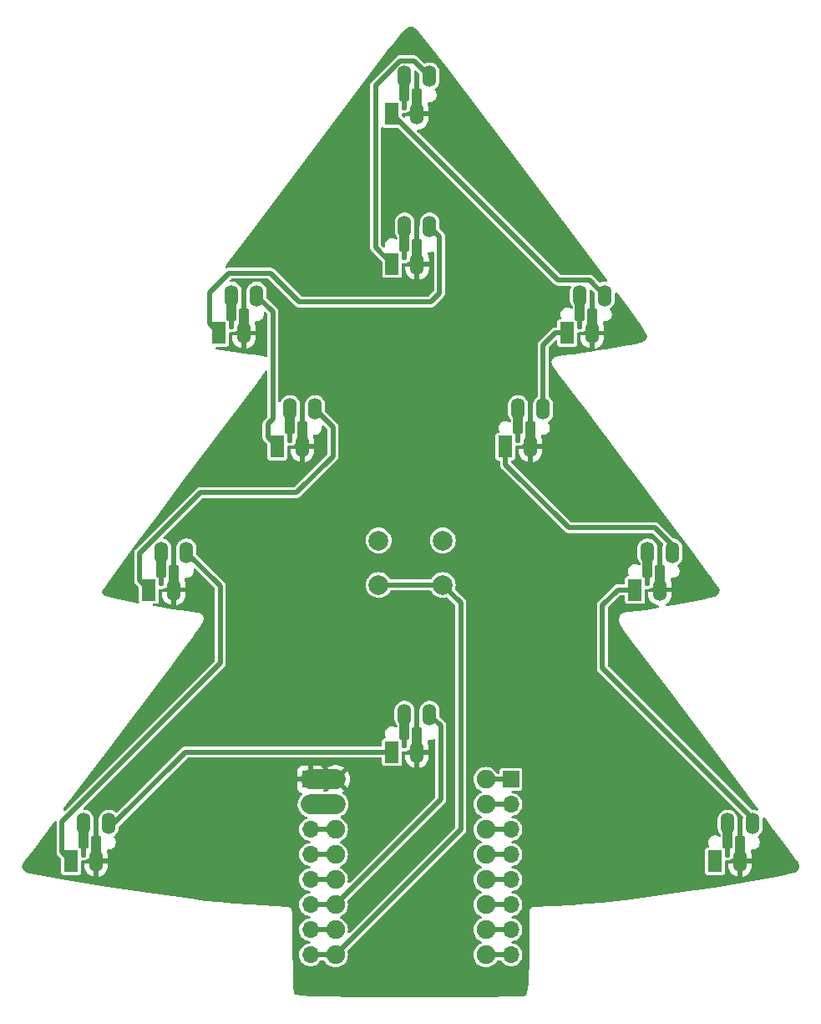
<source format=gbl>
G04 #@! TF.GenerationSoftware,KiCad,Pcbnew,8.0.6*
G04 #@! TF.CreationDate,2024-11-27T09:37:49+01:00*
G04 #@! TF.ProjectId,christmas_soldering_kit_2024,63687269-7374-46d6-9173-5f736f6c6465,rev?*
G04 #@! TF.SameCoordinates,Original*
G04 #@! TF.FileFunction,Copper,L2,Bot*
G04 #@! TF.FilePolarity,Positive*
%FSLAX46Y46*%
G04 Gerber Fmt 4.6, Leading zero omitted, Abs format (unit mm)*
G04 Created by KiCad (PCBNEW 8.0.6) date 2024-11-27 09:37:49*
%MOMM*%
%LPD*%
G01*
G04 APERTURE LIST*
G04 Aperture macros list*
%AMRoundRect*
0 Rectangle with rounded corners*
0 $1 Rounding radius*
0 $2 $3 $4 $5 $6 $7 $8 $9 X,Y pos of 4 corners*
0 Add a 4 corners polygon primitive as box body*
4,1,4,$2,$3,$4,$5,$6,$7,$8,$9,$2,$3,0*
0 Add four circle primitives for the rounded corners*
1,1,$1+$1,$2,$3*
1,1,$1+$1,$4,$5*
1,1,$1+$1,$6,$7*
1,1,$1+$1,$8,$9*
0 Add four rect primitives between the rounded corners*
20,1,$1+$1,$2,$3,$4,$5,0*
20,1,$1+$1,$4,$5,$6,$7,0*
20,1,$1+$1,$6,$7,$8,$9,0*
20,1,$1+$1,$8,$9,$2,$3,0*%
G04 Aperture macros list end*
G04 #@! TA.AperFunction,SMDPad,CuDef*
%ADD10R,1.400000X2.200000*%
G04 #@! TD*
G04 #@! TA.AperFunction,ComponentPad*
%ADD11C,0.550000*%
G04 #@! TD*
G04 #@! TA.AperFunction,SMDPad,CuDef*
%ADD12O,1.400000X2.200000*%
G04 #@! TD*
G04 #@! TA.AperFunction,SMDPad,CuDef*
%ADD13RoundRect,0.400000X-0.150000X-0.700000X0.150000X-0.700000X0.150000X0.700000X-0.150000X0.700000X0*%
G04 #@! TD*
G04 #@! TA.AperFunction,SMDPad,CuDef*
%ADD14RoundRect,0.181818X-0.068182X-0.568182X0.068182X-0.568182X0.068182X0.568182X-0.068182X0.568182X0*%
G04 #@! TD*
G04 #@! TA.AperFunction,ComponentPad*
%ADD15R,1.700000X1.700000*%
G04 #@! TD*
G04 #@! TA.AperFunction,ComponentPad*
%ADD16O,1.700000X1.700000*%
G04 #@! TD*
G04 #@! TA.AperFunction,ComponentPad*
%ADD17C,1.905000*%
G04 #@! TD*
G04 #@! TA.AperFunction,ComponentPad*
%ADD18C,2.000000*%
G04 #@! TD*
G04 #@! TA.AperFunction,Conductor*
%ADD19C,2.000000*%
G04 #@! TD*
G04 #@! TA.AperFunction,Conductor*
%ADD20C,0.500000*%
G04 #@! TD*
G04 APERTURE END LIST*
D10*
X148590000Y-116835000D03*
D11*
X149860000Y-113030000D03*
D12*
X149860000Y-113035000D03*
D13*
X149860000Y-114554000D03*
D14*
X149860000Y-115697000D03*
X151130000Y-114173000D03*
D13*
X151130000Y-115316000D03*
D12*
X151130000Y-116835000D03*
D11*
X151130000Y-116840000D03*
D12*
X152400000Y-113035000D03*
D10*
X160100000Y-85900000D03*
D11*
X161370000Y-82095000D03*
D12*
X161370000Y-82100000D03*
D13*
X161370000Y-83619000D03*
D14*
X161370000Y-84762000D03*
X162640000Y-83238000D03*
D13*
X162640000Y-84381000D03*
D12*
X162640000Y-85900000D03*
D11*
X162640000Y-85905000D03*
D12*
X163910000Y-82100000D03*
D10*
X173228000Y-100400000D03*
D11*
X174498000Y-96595000D03*
D12*
X174498000Y-96600000D03*
D13*
X174498000Y-98119000D03*
D14*
X174498000Y-99262000D03*
X175768000Y-97738000D03*
D13*
X175768000Y-98881000D03*
D12*
X175768000Y-100400000D03*
D11*
X175768000Y-100405000D03*
D12*
X177038000Y-96600000D03*
D10*
X136980000Y-85900000D03*
D11*
X138250000Y-82095000D03*
D12*
X138250000Y-82100000D03*
D13*
X138250000Y-83619000D03*
D14*
X138250000Y-84762000D03*
X139520000Y-83238000D03*
D13*
X139520000Y-84381000D03*
D12*
X139520000Y-85900000D03*
D11*
X139520000Y-85905000D03*
D12*
X140790000Y-82100000D03*
D10*
X148590000Y-52192000D03*
D11*
X149860000Y-48387000D03*
D12*
X149860000Y-48392000D03*
D13*
X149860000Y-49911000D03*
D14*
X149860000Y-51054000D03*
X151130000Y-49530000D03*
D13*
X151130000Y-50673000D03*
D12*
X151130000Y-52192000D03*
D11*
X151130000Y-52197000D03*
D12*
X152400000Y-48392000D03*
D10*
X123952000Y-100400000D03*
D11*
X125222000Y-96595000D03*
D12*
X125222000Y-96600000D03*
D13*
X125222000Y-98119000D03*
D14*
X125222000Y-99262000D03*
X126492000Y-97738000D03*
D13*
X126492000Y-98881000D03*
D12*
X126492000Y-100400000D03*
D11*
X126492000Y-100405000D03*
D12*
X127762000Y-96600000D03*
D10*
X116078000Y-127879000D03*
D11*
X117348000Y-124074000D03*
D12*
X117348000Y-124079000D03*
D13*
X117348000Y-125598000D03*
D14*
X117348000Y-126741000D03*
X118618000Y-125217000D03*
D13*
X118618000Y-126360000D03*
D12*
X118618000Y-127879000D03*
D11*
X118618000Y-127884000D03*
D12*
X119888000Y-124079000D03*
D10*
X166370000Y-74400000D03*
D11*
X167640000Y-70595000D03*
D12*
X167640000Y-70600000D03*
D13*
X167640000Y-72119000D03*
D14*
X167640000Y-73262000D03*
X168910000Y-71738000D03*
D13*
X168910000Y-72881000D03*
D12*
X168910000Y-74400000D03*
D11*
X168910000Y-74405000D03*
D12*
X170180000Y-70600000D03*
D10*
X181356000Y-127879000D03*
D11*
X182626000Y-124074000D03*
D12*
X182626000Y-124079000D03*
D13*
X182626000Y-125598000D03*
D14*
X182626000Y-126741000D03*
X183896000Y-125217000D03*
D13*
X183896000Y-126360000D03*
D12*
X183896000Y-127879000D03*
D11*
X183896000Y-127884000D03*
D12*
X185166000Y-124079000D03*
D10*
X131064000Y-74400000D03*
D11*
X132334000Y-70595000D03*
D12*
X132334000Y-70600000D03*
D13*
X132334000Y-72119000D03*
D14*
X132334000Y-73262000D03*
X133604000Y-71738000D03*
D13*
X133604000Y-72881000D03*
D12*
X133604000Y-74400000D03*
D11*
X133604000Y-74405000D03*
D12*
X134874000Y-70600000D03*
D10*
X148600000Y-67400000D03*
D11*
X149870000Y-63595000D03*
D12*
X149870000Y-63600000D03*
D13*
X149870000Y-65119000D03*
D14*
X149870000Y-66262000D03*
X151140000Y-64738000D03*
D13*
X151140000Y-65881000D03*
D12*
X151140000Y-67400000D03*
D11*
X151140000Y-67405000D03*
D12*
X152410000Y-63600000D03*
D15*
X160660000Y-119600000D03*
D16*
X160660000Y-122140000D03*
X160660000Y-124680000D03*
X160660000Y-127220000D03*
X160660000Y-129760000D03*
X160660000Y-132300000D03*
X160660000Y-134840000D03*
X160660000Y-137380000D03*
D17*
X142880000Y-137380000D03*
X142880000Y-134840000D03*
X142880000Y-132300000D03*
X142880000Y-129760000D03*
X142880000Y-124680000D03*
X142880000Y-127220000D03*
X158120000Y-119600000D03*
X142880000Y-119600000D03*
X158120000Y-122140000D03*
X158120000Y-124680000D03*
X158120000Y-127220000D03*
X158120000Y-129760000D03*
X158120000Y-132300000D03*
X158120000Y-134840000D03*
X158120000Y-137380000D03*
X142880000Y-122140000D03*
D15*
X140340000Y-119600000D03*
D16*
X140340000Y-122140000D03*
X140340000Y-124680000D03*
X140340000Y-127220000D03*
X140340000Y-129760000D03*
X140340000Y-132300000D03*
X140340000Y-134840000D03*
X140340000Y-137380000D03*
D18*
X147245000Y-99913000D03*
X153745000Y-99913000D03*
X147245000Y-95413000D03*
X153745000Y-95413000D03*
D19*
X140340000Y-122140000D02*
X142880000Y-122140000D01*
D20*
X127653000Y-116835000D02*
X119888000Y-124600000D01*
X148590000Y-116835000D02*
X127653000Y-116835000D01*
X115128000Y-126929000D02*
X115128000Y-123886000D01*
X131191000Y-107823000D02*
X131191000Y-100029000D01*
X131191000Y-100029000D02*
X127762000Y-96600000D01*
X115128000Y-123886000D02*
X131191000Y-107823000D01*
X116078000Y-127879000D02*
X115128000Y-126929000D01*
X142621000Y-86868000D02*
X142621000Y-83931000D01*
X123002000Y-96687327D02*
X129138327Y-90551000D01*
X129138327Y-90551000D02*
X138938000Y-90551000D01*
X142621000Y-83931000D02*
X140790000Y-82100000D01*
X123002000Y-99450000D02*
X123002000Y-96687327D01*
X123952000Y-100400000D02*
X123002000Y-99450000D01*
X138938000Y-90551000D02*
X142621000Y-86868000D01*
X136030000Y-84950000D02*
X136030000Y-83606497D01*
X136030000Y-83606497D02*
X136525000Y-83111497D01*
X136525000Y-72251000D02*
X134874000Y-70600000D01*
X136525000Y-83111497D02*
X136525000Y-72251000D01*
X136980000Y-85900000D02*
X136030000Y-84950000D01*
X131064000Y-74400000D02*
X130114000Y-73450000D01*
X152527000Y-71247000D02*
X153416000Y-70358000D01*
X153416000Y-70358000D02*
X153416000Y-64606000D01*
X136271000Y-68326000D02*
X139192000Y-71247000D01*
X130114000Y-73450000D02*
X130114000Y-70292000D01*
X139192000Y-71247000D02*
X152527000Y-71247000D01*
X153416000Y-64606000D02*
X152410000Y-63600000D01*
X130114000Y-70292000D02*
X132080000Y-68326000D01*
X132080000Y-68326000D02*
X136271000Y-68326000D01*
X149373000Y-46842000D02*
X150850000Y-46842000D01*
X150850000Y-46842000D02*
X152400000Y-48392000D01*
X146939000Y-65739000D02*
X146939000Y-49276000D01*
X148600000Y-67400000D02*
X146939000Y-65739000D01*
X146939000Y-49276000D02*
X149373000Y-46842000D01*
X148590000Y-52192000D02*
X165448000Y-69050000D01*
X165448000Y-69050000D02*
X168630000Y-69050000D01*
X168630000Y-69050000D02*
X170180000Y-70600000D01*
X166370000Y-74400000D02*
X165122000Y-74400000D01*
X163910000Y-75612000D02*
X163910000Y-82100000D01*
X165122000Y-74400000D02*
X163910000Y-75612000D01*
X166497000Y-94107000D02*
X175260000Y-94107000D01*
X177038000Y-95885000D02*
X177038000Y-96600000D01*
X160100000Y-87710000D02*
X166497000Y-94107000D01*
X160100000Y-85900000D02*
X160100000Y-87710000D01*
X175260000Y-94107000D02*
X177038000Y-95885000D01*
X142794888Y-134840000D02*
X140254888Y-134840000D01*
X147245000Y-99913000D02*
X153745000Y-99913000D01*
X142880000Y-137380000D02*
X142880000Y-137880000D01*
X155575000Y-101743000D02*
X155575000Y-124685000D01*
X155575000Y-124685000D02*
X142880000Y-137380000D01*
X140254888Y-137380000D02*
X142794888Y-137380000D01*
X153745000Y-99913000D02*
X155575000Y-101743000D01*
D19*
X140340000Y-119600000D02*
X142880000Y-119600000D01*
D20*
X171507000Y-100400000D02*
X169926000Y-101981000D01*
X169926000Y-101981000D02*
X169926000Y-108331000D01*
X169926000Y-108331000D02*
X185166000Y-123571000D01*
X173228000Y-100400000D02*
X171507000Y-100400000D01*
X185166000Y-123571000D02*
X185166000Y-124079000D01*
X153543000Y-114178000D02*
X152400000Y-113035000D01*
X140340000Y-132300000D02*
X142880000Y-132300000D01*
X142880000Y-132300000D02*
X153543000Y-121637000D01*
X153543000Y-121637000D02*
X153543000Y-114178000D01*
X142794888Y-127220000D02*
X140254888Y-127220000D01*
X142794888Y-124680000D02*
X140254888Y-124680000D01*
X142794888Y-129760000D02*
X140254888Y-129760000D01*
X158034888Y-134840000D02*
X160574888Y-134840000D01*
X158034888Y-122140000D02*
X160574888Y-122140000D01*
X158034888Y-127220000D02*
X160574888Y-127220000D01*
X158034888Y-119600000D02*
X160574888Y-119600000D01*
X158034888Y-129760000D02*
X160574888Y-129760000D01*
X158034888Y-137380000D02*
X160574888Y-137380000D01*
X158034888Y-132300000D02*
X160574888Y-132300000D01*
X158034888Y-124680000D02*
X160574888Y-124680000D01*
G04 #@! TA.AperFunction,Conductor*
G36*
X147694703Y-53522120D02*
G01*
X147701181Y-53528152D01*
X147717235Y-53544206D01*
X147820009Y-53589585D01*
X147845135Y-53592500D01*
X149160612Y-53592499D01*
X149227651Y-53612184D01*
X149248293Y-53628818D01*
X165109985Y-69490510D01*
X165109987Y-69490511D01*
X165109991Y-69490514D01*
X165234185Y-69562217D01*
X165234186Y-69562217D01*
X165234188Y-69562218D01*
X165235515Y-69562984D01*
X165375525Y-69600500D01*
X166619808Y-69600500D01*
X166686847Y-69620185D01*
X166732602Y-69672989D01*
X166742546Y-69742147D01*
X166734369Y-69771952D01*
X166677950Y-69908160D01*
X166677947Y-69908170D01*
X166639500Y-70101456D01*
X166639500Y-70101459D01*
X166639500Y-71098541D01*
X166639500Y-71098543D01*
X166639499Y-71098543D01*
X166677947Y-71291829D01*
X166677950Y-71291839D01*
X166753364Y-71473907D01*
X166753371Y-71473920D01*
X166862860Y-71637781D01*
X166862863Y-71637785D01*
X166903180Y-71678101D01*
X166936666Y-71739424D01*
X166939500Y-71765783D01*
X166939500Y-71806055D01*
X166919815Y-71873094D01*
X166867011Y-71918849D01*
X166797853Y-71928793D01*
X166746610Y-71909158D01*
X166701815Y-71879227D01*
X166701804Y-71879221D01*
X166574332Y-71826421D01*
X166574322Y-71826418D01*
X166438995Y-71799500D01*
X166438993Y-71799500D01*
X166301007Y-71799500D01*
X166301005Y-71799500D01*
X166165677Y-71826418D01*
X166165667Y-71826421D01*
X166038195Y-71879221D01*
X166038182Y-71879228D01*
X165923458Y-71955885D01*
X165923454Y-71955888D01*
X165825888Y-72053454D01*
X165825885Y-72053458D01*
X165749228Y-72168182D01*
X165749221Y-72168195D01*
X165696421Y-72295667D01*
X165696418Y-72295677D01*
X165669500Y-72431004D01*
X165669500Y-72431005D01*
X165669500Y-72431007D01*
X165669500Y-72568993D01*
X165669500Y-72568995D01*
X165669499Y-72568995D01*
X165696418Y-72704322D01*
X165696420Y-72704328D01*
X165747666Y-72828047D01*
X165755135Y-72897517D01*
X165723860Y-72959996D01*
X165663771Y-72995648D01*
X165633116Y-72999500D01*
X165625147Y-72999500D01*
X165625119Y-72999502D01*
X165600011Y-73002414D01*
X165600008Y-73002415D01*
X165497235Y-73047793D01*
X165417794Y-73127234D01*
X165372415Y-73230006D01*
X165372415Y-73230008D01*
X165369500Y-73255131D01*
X165369500Y-73725500D01*
X165349815Y-73792539D01*
X165297011Y-73838294D01*
X165245500Y-73849500D01*
X165049525Y-73849500D01*
X164931973Y-73880998D01*
X164931972Y-73880997D01*
X164909517Y-73887015D01*
X164909514Y-73887016D01*
X164783986Y-73959489D01*
X164783983Y-73959491D01*
X163469491Y-75273983D01*
X163469489Y-75273986D01*
X163458449Y-75293108D01*
X163399682Y-75394897D01*
X163397016Y-75399515D01*
X163359500Y-75539525D01*
X163359500Y-75539527D01*
X163359500Y-80798261D01*
X163339815Y-80865300D01*
X163304391Y-80901363D01*
X163272218Y-80922860D01*
X163272214Y-80922863D01*
X163132863Y-81062214D01*
X163132860Y-81062218D01*
X163023371Y-81226079D01*
X163023364Y-81226092D01*
X162947950Y-81408160D01*
X162947947Y-81408170D01*
X162909500Y-81601456D01*
X162909500Y-81935259D01*
X162890000Y-82001667D01*
X162890000Y-83184409D01*
X162870315Y-83251448D01*
X162817511Y-83297203D01*
X162748353Y-83307147D01*
X162741811Y-83306027D01*
X162708994Y-83299500D01*
X162708993Y-83299500D01*
X162571007Y-83299500D01*
X162571006Y-83299500D01*
X162538189Y-83306027D01*
X162468597Y-83299798D01*
X162413421Y-83256934D01*
X162390178Y-83191044D01*
X162390000Y-83184409D01*
X162390000Y-81994413D01*
X162378678Y-81979546D01*
X162370500Y-81935259D01*
X162370500Y-81601456D01*
X162332052Y-81408170D01*
X162332051Y-81408169D01*
X162332051Y-81408165D01*
X162332049Y-81408160D01*
X162256635Y-81226092D01*
X162256628Y-81226079D01*
X162147139Y-81062218D01*
X162147136Y-81062214D01*
X162007785Y-80922863D01*
X162007781Y-80922860D01*
X161843920Y-80813371D01*
X161843907Y-80813364D01*
X161661839Y-80737950D01*
X161661829Y-80737947D01*
X161468543Y-80699500D01*
X161468541Y-80699500D01*
X161271459Y-80699500D01*
X161271457Y-80699500D01*
X161078170Y-80737947D01*
X161078160Y-80737950D01*
X160896092Y-80813364D01*
X160896079Y-80813371D01*
X160732218Y-80922860D01*
X160732214Y-80922863D01*
X160592863Y-81062214D01*
X160592860Y-81062218D01*
X160483371Y-81226079D01*
X160483364Y-81226092D01*
X160407950Y-81408160D01*
X160407947Y-81408170D01*
X160369500Y-81601456D01*
X160369500Y-81601459D01*
X160369500Y-82598541D01*
X160369500Y-82598543D01*
X160369499Y-82598543D01*
X160407947Y-82791829D01*
X160407950Y-82791839D01*
X160483364Y-82973907D01*
X160483371Y-82973920D01*
X160592860Y-83137781D01*
X160592863Y-83137785D01*
X160633180Y-83178101D01*
X160666666Y-83239424D01*
X160669500Y-83265783D01*
X160669500Y-83306055D01*
X160649815Y-83373094D01*
X160597011Y-83418849D01*
X160527853Y-83428793D01*
X160476610Y-83409158D01*
X160431815Y-83379227D01*
X160431804Y-83379221D01*
X160304332Y-83326421D01*
X160304322Y-83326418D01*
X160168995Y-83299500D01*
X160168993Y-83299500D01*
X160031007Y-83299500D01*
X160031005Y-83299500D01*
X159895677Y-83326418D01*
X159895667Y-83326421D01*
X159768195Y-83379221D01*
X159768182Y-83379228D01*
X159653458Y-83455885D01*
X159653454Y-83455888D01*
X159555888Y-83553454D01*
X159555885Y-83553458D01*
X159479228Y-83668182D01*
X159479221Y-83668195D01*
X159426421Y-83795667D01*
X159426418Y-83795677D01*
X159399500Y-83931004D01*
X159399500Y-83931007D01*
X159399500Y-84068993D01*
X159399500Y-84068995D01*
X159399499Y-84068995D01*
X159426418Y-84204322D01*
X159426420Y-84204328D01*
X159477666Y-84328047D01*
X159485135Y-84397517D01*
X159453860Y-84459996D01*
X159393771Y-84495648D01*
X159363116Y-84499500D01*
X159355147Y-84499500D01*
X159355119Y-84499502D01*
X159330011Y-84502414D01*
X159330008Y-84502415D01*
X159227235Y-84547793D01*
X159147794Y-84627234D01*
X159102415Y-84730006D01*
X159102415Y-84730008D01*
X159099500Y-84755131D01*
X159099500Y-87044856D01*
X159099502Y-87044882D01*
X159102413Y-87069987D01*
X159102415Y-87069991D01*
X159147793Y-87172764D01*
X159147794Y-87172765D01*
X159227235Y-87252206D01*
X159330009Y-87297585D01*
X159355135Y-87300500D01*
X159425500Y-87300499D01*
X159492538Y-87320183D01*
X159538294Y-87372986D01*
X159549500Y-87424499D01*
X159549500Y-87637526D01*
X159549500Y-87782474D01*
X159587016Y-87922485D01*
X159659490Y-88048015D01*
X166158985Y-94547510D01*
X166158987Y-94547511D01*
X166158991Y-94547514D01*
X166241552Y-94595180D01*
X166241555Y-94595181D01*
X166241560Y-94595184D01*
X166284515Y-94619984D01*
X166424525Y-94657500D01*
X174980613Y-94657500D01*
X175047652Y-94677185D01*
X175068294Y-94693819D01*
X176077900Y-95703425D01*
X176111385Y-95764748D01*
X176106401Y-95834440D01*
X176104781Y-95838557D01*
X176075948Y-95908168D01*
X176075947Y-95908171D01*
X176037500Y-96101456D01*
X176037500Y-96435259D01*
X176018000Y-96501667D01*
X176018000Y-97684409D01*
X175998315Y-97751448D01*
X175945511Y-97797203D01*
X175876353Y-97807147D01*
X175869811Y-97806027D01*
X175836994Y-97799500D01*
X175836993Y-97799500D01*
X175699007Y-97799500D01*
X175699006Y-97799500D01*
X175666189Y-97806027D01*
X175596597Y-97799798D01*
X175541421Y-97756934D01*
X175518178Y-97691044D01*
X175518000Y-97684409D01*
X175518000Y-96494413D01*
X175506678Y-96479546D01*
X175498500Y-96435259D01*
X175498500Y-96101456D01*
X175460052Y-95908170D01*
X175460051Y-95908169D01*
X175460051Y-95908165D01*
X175439892Y-95859496D01*
X175384635Y-95726092D01*
X175384628Y-95726079D01*
X175275139Y-95562218D01*
X175275136Y-95562214D01*
X175135785Y-95422863D01*
X175135781Y-95422860D01*
X174971920Y-95313371D01*
X174971907Y-95313364D01*
X174789839Y-95237950D01*
X174789829Y-95237947D01*
X174596543Y-95199500D01*
X174596541Y-95199500D01*
X174399459Y-95199500D01*
X174399457Y-95199500D01*
X174206170Y-95237947D01*
X174206160Y-95237950D01*
X174024092Y-95313364D01*
X174024079Y-95313371D01*
X173860218Y-95422860D01*
X173860214Y-95422863D01*
X173720863Y-95562214D01*
X173720860Y-95562218D01*
X173611371Y-95726079D01*
X173611364Y-95726092D01*
X173535950Y-95908160D01*
X173535947Y-95908170D01*
X173497500Y-96101456D01*
X173497500Y-96101459D01*
X173497500Y-97098541D01*
X173497500Y-97098543D01*
X173497499Y-97098543D01*
X173535947Y-97291829D01*
X173535950Y-97291839D01*
X173611364Y-97473907D01*
X173611371Y-97473920D01*
X173720860Y-97637781D01*
X173720863Y-97637785D01*
X173761180Y-97678101D01*
X173794666Y-97739424D01*
X173797500Y-97765783D01*
X173797500Y-97806055D01*
X173777815Y-97873094D01*
X173725011Y-97918849D01*
X173655853Y-97928793D01*
X173604610Y-97909158D01*
X173559815Y-97879227D01*
X173559804Y-97879221D01*
X173432332Y-97826421D01*
X173432322Y-97826418D01*
X173296995Y-97799500D01*
X173296993Y-97799500D01*
X173159007Y-97799500D01*
X173159005Y-97799500D01*
X173023677Y-97826418D01*
X173023667Y-97826421D01*
X172896195Y-97879221D01*
X172896182Y-97879228D01*
X172781458Y-97955885D01*
X172781454Y-97955888D01*
X172683888Y-98053454D01*
X172683885Y-98053458D01*
X172607228Y-98168182D01*
X172607221Y-98168195D01*
X172554421Y-98295667D01*
X172554418Y-98295677D01*
X172527500Y-98431004D01*
X172527500Y-98431007D01*
X172527500Y-98568993D01*
X172527500Y-98568995D01*
X172527499Y-98568995D01*
X172554418Y-98704322D01*
X172554420Y-98704328D01*
X172605666Y-98828047D01*
X172613135Y-98897517D01*
X172581860Y-98959996D01*
X172521771Y-98995648D01*
X172491116Y-98999500D01*
X172483147Y-98999500D01*
X172483119Y-98999502D01*
X172458011Y-99002414D01*
X172458008Y-99002415D01*
X172355235Y-99047793D01*
X172275794Y-99127234D01*
X172230415Y-99230006D01*
X172230415Y-99230008D01*
X172227500Y-99255131D01*
X172227500Y-99725500D01*
X172207815Y-99792539D01*
X172155011Y-99838294D01*
X172103500Y-99849500D01*
X171434525Y-99849500D01*
X171350519Y-99872009D01*
X171294513Y-99887016D01*
X171294512Y-99887017D01*
X171168989Y-99959487D01*
X171168984Y-99959491D01*
X169485491Y-101642983D01*
X169485487Y-101642988D01*
X169417188Y-101761288D01*
X169417188Y-101761289D01*
X169414390Y-101766136D01*
X169413016Y-101768515D01*
X169375500Y-101908525D01*
X169375500Y-108258526D01*
X169375500Y-108403474D01*
X169399946Y-108494707D01*
X169413016Y-108543485D01*
X169485489Y-108669013D01*
X169485491Y-108669016D01*
X184157030Y-123340555D01*
X184190515Y-123401878D01*
X184190966Y-123452427D01*
X184165500Y-123580454D01*
X184165500Y-123914259D01*
X184146000Y-123980667D01*
X184146000Y-125163409D01*
X184126315Y-125230448D01*
X184073511Y-125276203D01*
X184004353Y-125286147D01*
X183997811Y-125285027D01*
X183964994Y-125278500D01*
X183964993Y-125278500D01*
X183827007Y-125278500D01*
X183827006Y-125278500D01*
X183794189Y-125285027D01*
X183724597Y-125278798D01*
X183669421Y-125235934D01*
X183646178Y-125170044D01*
X183646000Y-125163409D01*
X183646000Y-123973413D01*
X183634678Y-123958546D01*
X183626500Y-123914259D01*
X183626500Y-123580456D01*
X183588052Y-123387170D01*
X183588051Y-123387169D01*
X183588051Y-123387165D01*
X183568745Y-123340555D01*
X183512635Y-123205092D01*
X183512628Y-123205079D01*
X183403139Y-123041218D01*
X183403136Y-123041214D01*
X183263785Y-122901863D01*
X183263781Y-122901860D01*
X183099920Y-122792371D01*
X183099907Y-122792364D01*
X182917839Y-122716950D01*
X182917829Y-122716947D01*
X182724543Y-122678500D01*
X182724541Y-122678500D01*
X182527459Y-122678500D01*
X182527457Y-122678500D01*
X182334170Y-122716947D01*
X182334160Y-122716950D01*
X182152092Y-122792364D01*
X182152079Y-122792371D01*
X181988218Y-122901860D01*
X181988214Y-122901863D01*
X181848863Y-123041214D01*
X181848860Y-123041218D01*
X181739371Y-123205079D01*
X181739364Y-123205092D01*
X181663950Y-123387160D01*
X181663947Y-123387170D01*
X181625500Y-123580456D01*
X181625500Y-123580459D01*
X181625500Y-124577541D01*
X181625500Y-124577543D01*
X181625499Y-124577543D01*
X181663947Y-124770829D01*
X181663950Y-124770839D01*
X181739364Y-124952907D01*
X181739371Y-124952920D01*
X181848860Y-125116781D01*
X181848863Y-125116785D01*
X181889180Y-125157101D01*
X181922666Y-125218424D01*
X181925500Y-125244783D01*
X181925500Y-125285055D01*
X181905815Y-125352094D01*
X181853011Y-125397849D01*
X181783853Y-125407793D01*
X181732610Y-125388158D01*
X181687815Y-125358227D01*
X181687804Y-125358221D01*
X181560332Y-125305421D01*
X181560322Y-125305418D01*
X181424995Y-125278500D01*
X181424993Y-125278500D01*
X181287007Y-125278500D01*
X181287005Y-125278500D01*
X181151677Y-125305418D01*
X181151667Y-125305421D01*
X181024195Y-125358221D01*
X181024182Y-125358228D01*
X180909458Y-125434885D01*
X180909454Y-125434888D01*
X180811888Y-125532454D01*
X180811885Y-125532458D01*
X180735228Y-125647182D01*
X180735221Y-125647195D01*
X180682421Y-125774667D01*
X180682418Y-125774677D01*
X180655500Y-125910004D01*
X180655500Y-125910007D01*
X180655500Y-126047993D01*
X180655500Y-126047995D01*
X180655499Y-126047995D01*
X180682418Y-126183322D01*
X180682420Y-126183328D01*
X180733666Y-126307047D01*
X180741135Y-126376517D01*
X180709860Y-126438996D01*
X180649771Y-126474648D01*
X180619116Y-126478500D01*
X180611147Y-126478500D01*
X180611119Y-126478502D01*
X180586011Y-126481414D01*
X180586008Y-126481415D01*
X180483235Y-126526793D01*
X180403794Y-126606234D01*
X180358415Y-126709006D01*
X180358415Y-126709008D01*
X180355500Y-126734131D01*
X180355500Y-129023856D01*
X180355502Y-129023882D01*
X180358413Y-129048987D01*
X180358415Y-129048991D01*
X180403793Y-129151764D01*
X180403794Y-129151765D01*
X180483235Y-129231206D01*
X180586009Y-129276585D01*
X180611135Y-129279500D01*
X182100864Y-129279499D01*
X182100879Y-129279497D01*
X182100882Y-129279497D01*
X182125987Y-129276586D01*
X182125988Y-129276585D01*
X182125991Y-129276585D01*
X182228765Y-129231206D01*
X182308206Y-129151765D01*
X182353585Y-129048991D01*
X182356500Y-129023865D01*
X182356499Y-128373447D01*
X182696000Y-128373447D01*
X182725548Y-128560002D01*
X182783914Y-128739637D01*
X182869670Y-128907940D01*
X182980685Y-129060741D01*
X182980689Y-129060746D01*
X183114253Y-129194310D01*
X183114258Y-129194314D01*
X183267059Y-129305329D01*
X183435362Y-129391085D01*
X183614997Y-129449451D01*
X183646000Y-129454362D01*
X183646000Y-129454361D01*
X184146000Y-129454361D01*
X184177002Y-129449451D01*
X184356637Y-129391085D01*
X184524940Y-129305329D01*
X184677741Y-129194314D01*
X184677746Y-129194310D01*
X184811310Y-129060746D01*
X184811314Y-129060741D01*
X184922329Y-128907940D01*
X185008085Y-128739637D01*
X185066451Y-128560002D01*
X185096000Y-128373447D01*
X185096000Y-128129000D01*
X184146000Y-128129000D01*
X184146000Y-129454361D01*
X183646000Y-129454361D01*
X183646000Y-128129000D01*
X182696000Y-128129000D01*
X182696000Y-128373447D01*
X182356499Y-128373447D01*
X182356499Y-127912860D01*
X182376184Y-127845822D01*
X182378035Y-127844218D01*
X183696000Y-127844218D01*
X183696000Y-127923782D01*
X183726448Y-127997291D01*
X183782709Y-128053552D01*
X183856218Y-128084000D01*
X183935782Y-128084000D01*
X184009291Y-128053552D01*
X184065552Y-127997291D01*
X184096000Y-127923782D01*
X184096000Y-127844218D01*
X184065552Y-127770709D01*
X184009291Y-127714448D01*
X183935782Y-127684000D01*
X183856218Y-127684000D01*
X183782709Y-127714448D01*
X183726448Y-127770709D01*
X183696000Y-127844218D01*
X182378035Y-127844218D01*
X182428987Y-127800067D01*
X182493754Y-127789572D01*
X182511684Y-127791500D01*
X182511694Y-127791500D01*
X182740306Y-127791500D01*
X182740316Y-127791500D01*
X182797760Y-127785324D01*
X182927709Y-127736856D01*
X183007154Y-127677385D01*
X183038752Y-127653732D01*
X183104216Y-127629316D01*
X183113061Y-127629000D01*
X183646000Y-127629000D01*
X183646000Y-126794590D01*
X183665685Y-126727551D01*
X183718489Y-126681796D01*
X183787647Y-126671852D01*
X183794192Y-126672973D01*
X183827004Y-126679500D01*
X183827007Y-126679500D01*
X183964995Y-126679500D01*
X183997808Y-126672973D01*
X184067400Y-126679200D01*
X184122577Y-126722063D01*
X184145822Y-126787952D01*
X184146000Y-126794590D01*
X184146000Y-127629000D01*
X185096000Y-127629000D01*
X185096000Y-127384552D01*
X185066452Y-127197997D01*
X185008085Y-127018362D01*
X185008083Y-127018359D01*
X184959515Y-126923037D01*
X184946000Y-126866742D01*
X184946000Y-126800557D01*
X184965685Y-126733518D01*
X185018489Y-126687763D01*
X185087647Y-126677819D01*
X185094182Y-126678938D01*
X185097007Y-126679500D01*
X185097008Y-126679500D01*
X185234995Y-126679500D01*
X185346036Y-126657412D01*
X185370328Y-126652580D01*
X185497811Y-126599775D01*
X185612542Y-126523114D01*
X185710114Y-126425542D01*
X185786775Y-126310811D01*
X185839580Y-126183328D01*
X185866500Y-126047993D01*
X185866500Y-125910007D01*
X185866500Y-125910004D01*
X185839581Y-125774677D01*
X185839580Y-125774676D01*
X185839580Y-125774672D01*
X185837345Y-125769276D01*
X185786778Y-125647195D01*
X185786771Y-125647182D01*
X185710114Y-125532458D01*
X185710111Y-125532454D01*
X185688831Y-125511174D01*
X185655346Y-125449851D01*
X185660330Y-125380159D01*
X185702202Y-125324226D01*
X185707596Y-125320407D01*
X185803782Y-125256139D01*
X185943139Y-125116782D01*
X186052632Y-124952914D01*
X186128051Y-124770835D01*
X186166500Y-124577541D01*
X186166500Y-123580459D01*
X186166500Y-123574367D01*
X186167811Y-123574367D01*
X186179561Y-123512357D01*
X186227618Y-123461639D01*
X186295467Y-123444955D01*
X186361565Y-123467600D01*
X186389401Y-123494762D01*
X187114061Y-124467690D01*
X188029754Y-125697099D01*
X188030139Y-125697621D01*
X188771677Y-126709006D01*
X189385450Y-127546134D01*
X189386507Y-127547598D01*
X189764607Y-128079361D01*
X189767517Y-128083640D01*
X189882227Y-128260122D01*
X189898432Y-128297130D01*
X189899797Y-128302496D01*
X189901512Y-128310274D01*
X189903980Y-128323473D01*
X189905174Y-128331202D01*
X189906924Y-128345502D01*
X189907616Y-128353086D01*
X189908555Y-128368629D01*
X189908781Y-128376034D01*
X189908791Y-128392906D01*
X189908587Y-128400091D01*
X189907539Y-128418333D01*
X189906942Y-128425291D01*
X189904703Y-128444896D01*
X189903750Y-128451609D01*
X189900208Y-128472443D01*
X189898935Y-128478892D01*
X189893955Y-128501015D01*
X189892391Y-128507211D01*
X189885915Y-128530344D01*
X189884094Y-128536274D01*
X189876006Y-128560438D01*
X189873947Y-128566124D01*
X189864229Y-128591049D01*
X189861953Y-128596499D01*
X189850541Y-128622095D01*
X189848074Y-128627301D01*
X189834945Y-128653414D01*
X189832289Y-128658410D01*
X189817460Y-128684828D01*
X189814635Y-128689607D01*
X189798101Y-128716199D01*
X189795112Y-128720778D01*
X189776883Y-128747402D01*
X189773737Y-128751788D01*
X189753861Y-128778267D01*
X189750560Y-128782472D01*
X189729109Y-128808621D01*
X189725660Y-128812647D01*
X189702602Y-128838424D01*
X189699000Y-128842282D01*
X189674464Y-128867467D01*
X189670715Y-128871156D01*
X189644734Y-128895654D01*
X189640839Y-128899174D01*
X189635054Y-128904184D01*
X189613475Y-128922869D01*
X189609420Y-128926232D01*
X189580733Y-128949014D01*
X189576532Y-128952207D01*
X189546625Y-128973949D01*
X189542271Y-128976974D01*
X189511144Y-128997629D01*
X189506635Y-129000483D01*
X189474367Y-129019949D01*
X189469704Y-129022626D01*
X189436360Y-129040818D01*
X189431547Y-129043309D01*
X189397176Y-129060156D01*
X189392225Y-129062449D01*
X189388181Y-129064215D01*
X189370198Y-129070473D01*
X188957134Y-129179485D01*
X188950575Y-129181027D01*
X188030842Y-129371001D01*
X188028053Y-129371543D01*
X185181264Y-129891846D01*
X185179412Y-129892170D01*
X181750478Y-130465294D01*
X181749143Y-130465510D01*
X180089051Y-130724400D01*
X180087807Y-130724588D01*
X178604163Y-130940564D01*
X178603451Y-130940665D01*
X172830750Y-131746839D01*
X172828648Y-131747114D01*
X171360416Y-131926635D01*
X171358531Y-131926851D01*
X169869436Y-132085832D01*
X169867074Y-132086062D01*
X168354855Y-132218297D01*
X168352053Y-132218510D01*
X166808236Y-132318320D01*
X166806704Y-132318409D01*
X162992651Y-132517615D01*
X162986183Y-132517784D01*
X162936583Y-132517784D01*
X162936381Y-132517838D01*
X162910777Y-132521891D01*
X162910569Y-132521901D01*
X162863391Y-132537220D01*
X162857195Y-132539055D01*
X162809291Y-132551891D01*
X162809283Y-132551895D01*
X162809104Y-132551999D01*
X162785429Y-132562537D01*
X162785229Y-132562601D01*
X162785227Y-132562602D01*
X162743630Y-132589605D01*
X162738119Y-132592982D01*
X162695161Y-132617785D01*
X162695153Y-132617791D01*
X162695006Y-132617939D01*
X162674874Y-132634239D01*
X162674698Y-132634352D01*
X162674689Y-132634360D01*
X162641493Y-132671214D01*
X162637042Y-132675903D01*
X162601980Y-132710965D01*
X162601975Y-132710971D01*
X162601868Y-132711158D01*
X162586642Y-132732111D01*
X162586497Y-132732271D01*
X162586496Y-132732273D01*
X162586494Y-132732276D01*
X162586493Y-132732278D01*
X162567003Y-132770512D01*
X162563972Y-132776458D01*
X162560886Y-132782139D01*
X162536086Y-132825095D01*
X162536031Y-132825301D01*
X162526739Y-132849499D01*
X162526645Y-132849682D01*
X162526644Y-132849685D01*
X162516324Y-132898193D01*
X162514814Y-132904481D01*
X162501977Y-132952388D01*
X162501977Y-132952587D01*
X162499263Y-132978387D01*
X162499221Y-132978583D01*
X162499220Y-132978586D01*
X162501808Y-133028115D01*
X162501977Y-133034583D01*
X162501977Y-137009844D01*
X162501976Y-137010392D01*
X162495807Y-138406074D01*
X162495781Y-138408093D01*
X162473105Y-139503181D01*
X162473015Y-139506000D01*
X162453868Y-139946362D01*
X162453709Y-139949244D01*
X162428477Y-140326833D01*
X162428143Y-140330847D01*
X162396721Y-140646538D01*
X162396041Y-140652097D01*
X162358804Y-140908213D01*
X162357449Y-140915848D01*
X162315838Y-141114058D01*
X162313207Y-141124366D01*
X162270318Y-141266663D01*
X162265421Y-141280067D01*
X162226318Y-141370556D01*
X162217848Y-141386758D01*
X162187722Y-141435297D01*
X162174807Y-141452554D01*
X162153493Y-141476394D01*
X162137052Y-141491726D01*
X162113785Y-141509774D01*
X162096812Y-141520844D01*
X162054272Y-141543871D01*
X162039946Y-141550484D01*
X162031110Y-141553899D01*
X161993552Y-141562031D01*
X161740343Y-141576643D01*
X161735925Y-141576819D01*
X160863837Y-141595999D01*
X160862513Y-141596021D01*
X157942740Y-141629042D01*
X157941843Y-141629049D01*
X150433302Y-141659603D01*
X150432623Y-141659604D01*
X145269421Y-141652355D01*
X145268266Y-141652348D01*
X141662206Y-141613694D01*
X141659708Y-141613642D01*
X140407230Y-141574973D01*
X140403537Y-141574804D01*
X139501773Y-141520014D01*
X139493762Y-141519266D01*
X138938644Y-141449185D01*
X138924382Y-141446529D01*
X138825026Y-141421937D01*
X138803361Y-141414388D01*
X138793063Y-141409691D01*
X138772554Y-141397851D01*
X138750170Y-141381898D01*
X138746506Y-141379184D01*
X138730317Y-141366724D01*
X138725978Y-141363226D01*
X138723942Y-141361508D01*
X138722210Y-141360046D01*
X138685870Y-141308262D01*
X138682957Y-141300383D01*
X138681667Y-141296712D01*
X138679361Y-141289797D01*
X138677783Y-141284696D01*
X138667477Y-141248590D01*
X138665926Y-141242588D01*
X138665830Y-141242176D01*
X138655595Y-141198035D01*
X138654535Y-141192990D01*
X138646687Y-141151346D01*
X138643565Y-141134783D01*
X138642855Y-141130621D01*
X138631798Y-141058486D01*
X138631321Y-141055061D01*
X138620533Y-140968657D01*
X138620232Y-140965992D01*
X138609959Y-140865164D01*
X138609766Y-140863082D01*
X138600125Y-140747404D01*
X138600002Y-140745769D01*
X138591069Y-140615131D01*
X138590978Y-140613673D01*
X138582744Y-140467441D01*
X138582685Y-140466295D01*
X138582156Y-140454937D01*
X138575118Y-140303906D01*
X138575081Y-140303013D01*
X138574203Y-140280370D01*
X138568129Y-140123760D01*
X138568106Y-140123102D01*
X138567141Y-140093434D01*
X138561707Y-139926450D01*
X138555790Y-139711903D01*
X138545036Y-139224756D01*
X138535196Y-138657882D01*
X138515292Y-137258200D01*
X138515315Y-137258117D01*
X138515291Y-137258118D01*
X138486271Y-135116270D01*
X138486272Y-135116268D01*
X138457905Y-133022882D01*
X138458092Y-133014234D01*
X138460583Y-132970310D01*
X138459386Y-132964558D01*
X138456796Y-132940977D01*
X138456717Y-132935104D01*
X138444761Y-132892787D01*
X138442699Y-132884373D01*
X138433734Y-132841290D01*
X138431088Y-132836043D01*
X138422484Y-132813936D01*
X138420888Y-132808284D01*
X138398379Y-132770490D01*
X138394202Y-132762881D01*
X138382437Y-132739545D01*
X138374407Y-132723616D01*
X138374405Y-132723613D01*
X138370499Y-132719238D01*
X138356462Y-132700106D01*
X138353455Y-132695058D01*
X138353454Y-132695056D01*
X138321946Y-132664392D01*
X138315933Y-132658115D01*
X138286644Y-132625305D01*
X138286643Y-132625304D01*
X138281728Y-132622082D01*
X138263228Y-132607242D01*
X138259019Y-132603146D01*
X138259016Y-132603144D01*
X138220631Y-132581669D01*
X138213208Y-132577168D01*
X138190987Y-132562603D01*
X138176428Y-132553060D01*
X138176426Y-132553059D01*
X138176424Y-132553058D01*
X138170841Y-132551218D01*
X138149135Y-132541674D01*
X138144453Y-132539055D01*
X138144005Y-132538804D01*
X138144004Y-132538803D01*
X138144003Y-132538803D01*
X138101380Y-132527999D01*
X138093030Y-132525568D01*
X138051266Y-132511801D01*
X138051268Y-132511801D01*
X138045399Y-132511469D01*
X138021962Y-132507869D01*
X138018608Y-132507019D01*
X138016261Y-132506424D01*
X138016259Y-132506424D01*
X138016256Y-132506423D01*
X137972287Y-132507019D01*
X137963591Y-132506831D01*
X134261047Y-132296952D01*
X134259651Y-132296865D01*
X132680158Y-132189436D01*
X132677542Y-132189230D01*
X131159513Y-132053667D01*
X131157261Y-132053446D01*
X129685723Y-131894909D01*
X129683914Y-131894700D01*
X128248890Y-131718744D01*
X128247106Y-131718512D01*
X122638143Y-130948050D01*
X122637146Y-130947909D01*
X119151847Y-130440286D01*
X119149548Y-130439929D01*
X115618607Y-129857792D01*
X115616095Y-129857352D01*
X112803201Y-129333972D01*
X112799222Y-129333164D01*
X111925270Y-129140750D01*
X111915668Y-129138229D01*
X111562937Y-129030356D01*
X111534350Y-129017467D01*
X111512118Y-129003825D01*
X111499914Y-128996337D01*
X111496276Y-128994016D01*
X111458005Y-128968653D01*
X111454349Y-128966135D01*
X111418536Y-128940510D01*
X111414876Y-128937788D01*
X111381628Y-128912098D01*
X111377972Y-128909161D01*
X111347164Y-128883439D01*
X111343524Y-128880278D01*
X111315171Y-128854671D01*
X111311575Y-128851291D01*
X111285632Y-128825902D01*
X111282064Y-128822263D01*
X111258461Y-128797182D01*
X111254966Y-128793307D01*
X111233670Y-128768664D01*
X111230238Y-128764511D01*
X111211175Y-128740399D01*
X111207836Y-128735976D01*
X111190928Y-128712497D01*
X111187705Y-128707796D01*
X111172858Y-128685031D01*
X111169756Y-128680019D01*
X111156866Y-128658038D01*
X111153943Y-128652762D01*
X111142863Y-128631558D01*
X111140136Y-128626005D01*
X111130793Y-128605710D01*
X111128279Y-128599859D01*
X111127047Y-128596776D01*
X111120509Y-128580410D01*
X111118253Y-128574301D01*
X111111929Y-128555687D01*
X111109968Y-128549365D01*
X111104949Y-128531492D01*
X111103303Y-128524945D01*
X111102994Y-128523558D01*
X111099493Y-128507835D01*
X111098184Y-128501071D01*
X111095466Y-128484581D01*
X111094527Y-128477683D01*
X111092803Y-128461636D01*
X111092252Y-128454612D01*
X111091468Y-128438904D01*
X111091317Y-128431827D01*
X111091435Y-128416244D01*
X111091692Y-128409182D01*
X111092716Y-128393529D01*
X111093387Y-128386429D01*
X111095341Y-128370633D01*
X111096417Y-128363598D01*
X111099383Y-128347363D01*
X111100851Y-128340455D01*
X111104935Y-128323616D01*
X111106782Y-128316843D01*
X111106991Y-128316154D01*
X111112111Y-128299278D01*
X111114298Y-128292737D01*
X111120839Y-128274845D01*
X111121047Y-128274275D01*
X111123545Y-128267982D01*
X111130498Y-128251786D01*
X111142163Y-128230598D01*
X111428145Y-127813452D01*
X111430183Y-127810570D01*
X112204743Y-126748707D01*
X112205175Y-126748122D01*
X114354047Y-123862487D01*
X114409875Y-123820476D01*
X114479554Y-123815317D01*
X114540961Y-123848648D01*
X114574600Y-123909887D01*
X114577500Y-123936549D01*
X114577500Y-127001479D01*
X114584885Y-127029039D01*
X114584886Y-127029039D01*
X114584886Y-127029040D01*
X114615016Y-127141485D01*
X114647643Y-127197997D01*
X114687489Y-127267013D01*
X114687491Y-127267016D01*
X115041181Y-127620706D01*
X115074666Y-127682029D01*
X115077500Y-127708387D01*
X115077500Y-129023856D01*
X115077502Y-129023882D01*
X115080413Y-129048987D01*
X115080415Y-129048991D01*
X115125793Y-129151764D01*
X115125794Y-129151765D01*
X115205235Y-129231206D01*
X115308009Y-129276585D01*
X115333135Y-129279500D01*
X116822864Y-129279499D01*
X116822879Y-129279497D01*
X116822882Y-129279497D01*
X116847987Y-129276586D01*
X116847988Y-129276585D01*
X116847991Y-129276585D01*
X116950765Y-129231206D01*
X117030206Y-129151765D01*
X117075585Y-129048991D01*
X117078500Y-129023865D01*
X117078499Y-128373447D01*
X117418000Y-128373447D01*
X117447548Y-128560002D01*
X117505914Y-128739637D01*
X117591670Y-128907940D01*
X117702685Y-129060741D01*
X117702689Y-129060746D01*
X117836253Y-129194310D01*
X117836258Y-129194314D01*
X117989059Y-129305329D01*
X118157362Y-129391085D01*
X118336997Y-129449451D01*
X118368000Y-129454362D01*
X118368000Y-129454361D01*
X118868000Y-129454361D01*
X118899002Y-129449451D01*
X119078637Y-129391085D01*
X119246940Y-129305329D01*
X119399741Y-129194314D01*
X119399746Y-129194310D01*
X119533310Y-129060746D01*
X119533314Y-129060741D01*
X119644329Y-128907940D01*
X119730085Y-128739637D01*
X119788451Y-128560002D01*
X119818000Y-128373447D01*
X119818000Y-128129000D01*
X118868000Y-128129000D01*
X118868000Y-129454361D01*
X118368000Y-129454361D01*
X118368000Y-128129000D01*
X117418000Y-128129000D01*
X117418000Y-128373447D01*
X117078499Y-128373447D01*
X117078499Y-127912860D01*
X117098184Y-127845822D01*
X117100035Y-127844218D01*
X118418000Y-127844218D01*
X118418000Y-127923782D01*
X118448448Y-127997291D01*
X118504709Y-128053552D01*
X118578218Y-128084000D01*
X118657782Y-128084000D01*
X118731291Y-128053552D01*
X118787552Y-127997291D01*
X118818000Y-127923782D01*
X118818000Y-127844218D01*
X118787552Y-127770709D01*
X118731291Y-127714448D01*
X118657782Y-127684000D01*
X118578218Y-127684000D01*
X118504709Y-127714448D01*
X118448448Y-127770709D01*
X118418000Y-127844218D01*
X117100035Y-127844218D01*
X117150987Y-127800067D01*
X117215754Y-127789572D01*
X117233684Y-127791500D01*
X117233694Y-127791500D01*
X117462306Y-127791500D01*
X117462316Y-127791500D01*
X117519760Y-127785324D01*
X117649709Y-127736856D01*
X117729154Y-127677385D01*
X117760752Y-127653732D01*
X117826216Y-127629316D01*
X117835061Y-127629000D01*
X118368000Y-127629000D01*
X118368000Y-126794590D01*
X118387685Y-126727551D01*
X118440489Y-126681796D01*
X118509647Y-126671852D01*
X118516192Y-126672973D01*
X118549004Y-126679500D01*
X118549007Y-126679500D01*
X118686995Y-126679500D01*
X118719808Y-126672973D01*
X118789400Y-126679200D01*
X118844577Y-126722063D01*
X118867822Y-126787952D01*
X118868000Y-126794590D01*
X118868000Y-127629000D01*
X119818000Y-127629000D01*
X119818000Y-127384552D01*
X119788452Y-127197997D01*
X119730085Y-127018362D01*
X119730083Y-127018359D01*
X119681515Y-126923037D01*
X119668000Y-126866742D01*
X119668000Y-126800557D01*
X119687685Y-126733518D01*
X119740489Y-126687763D01*
X119809647Y-126677819D01*
X119816182Y-126678938D01*
X119819007Y-126679500D01*
X119819008Y-126679500D01*
X119956995Y-126679500D01*
X120068036Y-126657412D01*
X120092328Y-126652580D01*
X120219811Y-126599775D01*
X120334542Y-126523114D01*
X120432114Y-126425542D01*
X120508775Y-126310811D01*
X120561580Y-126183328D01*
X120588500Y-126047993D01*
X120588500Y-125910007D01*
X120588500Y-125910004D01*
X120561581Y-125774677D01*
X120561580Y-125774676D01*
X120561580Y-125774672D01*
X120559345Y-125769276D01*
X120508778Y-125647195D01*
X120508771Y-125647182D01*
X120432114Y-125532458D01*
X120432111Y-125532454D01*
X120410831Y-125511174D01*
X120377346Y-125449851D01*
X120382330Y-125380159D01*
X120424202Y-125324226D01*
X120429596Y-125320407D01*
X120525782Y-125256139D01*
X120665139Y-125116782D01*
X120774632Y-124952914D01*
X120850051Y-124770835D01*
X120888500Y-124577541D01*
X120888500Y-124429387D01*
X120908185Y-124362348D01*
X120924819Y-124341706D01*
X127844706Y-117421819D01*
X127906029Y-117388334D01*
X127932387Y-117385500D01*
X147465501Y-117385500D01*
X147532540Y-117405185D01*
X147578295Y-117457989D01*
X147589501Y-117509500D01*
X147589501Y-117979856D01*
X147589502Y-117979882D01*
X147592413Y-118004987D01*
X147592415Y-118004991D01*
X147637793Y-118107764D01*
X147637794Y-118107765D01*
X147717235Y-118187206D01*
X147820009Y-118232585D01*
X147845135Y-118235500D01*
X149334864Y-118235499D01*
X149334879Y-118235497D01*
X149334882Y-118235497D01*
X149359987Y-118232586D01*
X149359988Y-118232585D01*
X149359991Y-118232585D01*
X149462765Y-118187206D01*
X149542206Y-118107765D01*
X149587585Y-118004991D01*
X149590500Y-117979865D01*
X149590499Y-117329447D01*
X149930000Y-117329447D01*
X149959548Y-117516002D01*
X150017914Y-117695637D01*
X150103670Y-117863940D01*
X150214685Y-118016741D01*
X150214689Y-118016746D01*
X150348253Y-118150310D01*
X150348258Y-118150314D01*
X150501059Y-118261329D01*
X150669362Y-118347085D01*
X150848997Y-118405451D01*
X150880000Y-118410362D01*
X150880000Y-118410361D01*
X151380000Y-118410361D01*
X151411002Y-118405451D01*
X151590637Y-118347085D01*
X151758940Y-118261329D01*
X151911741Y-118150314D01*
X151911746Y-118150310D01*
X152045310Y-118016746D01*
X152045314Y-118016741D01*
X152156329Y-117863940D01*
X152242085Y-117695637D01*
X152300451Y-117516002D01*
X152330000Y-117329447D01*
X152330000Y-117085000D01*
X151380000Y-117085000D01*
X151380000Y-118410361D01*
X150880000Y-118410361D01*
X150880000Y-117085000D01*
X149930000Y-117085000D01*
X149930000Y-117329447D01*
X149590499Y-117329447D01*
X149590499Y-116868860D01*
X149610184Y-116801822D01*
X149612035Y-116800218D01*
X150930000Y-116800218D01*
X150930000Y-116879782D01*
X150960448Y-116953291D01*
X151016709Y-117009552D01*
X151090218Y-117040000D01*
X151169782Y-117040000D01*
X151243291Y-117009552D01*
X151299552Y-116953291D01*
X151330000Y-116879782D01*
X151330000Y-116800218D01*
X151299552Y-116726709D01*
X151243291Y-116670448D01*
X151169782Y-116640000D01*
X151090218Y-116640000D01*
X151016709Y-116670448D01*
X150960448Y-116726709D01*
X150930000Y-116800218D01*
X149612035Y-116800218D01*
X149662987Y-116756067D01*
X149727754Y-116745572D01*
X149745684Y-116747500D01*
X149745694Y-116747500D01*
X149974306Y-116747500D01*
X149974316Y-116747500D01*
X150031760Y-116741324D01*
X150161709Y-116692856D01*
X150232317Y-116640000D01*
X150272752Y-116609732D01*
X150338216Y-116585316D01*
X150347061Y-116585000D01*
X150880000Y-116585000D01*
X150880000Y-115750590D01*
X150899685Y-115683551D01*
X150952489Y-115637796D01*
X151021647Y-115627852D01*
X151028192Y-115628973D01*
X151061004Y-115635500D01*
X151061007Y-115635500D01*
X151198995Y-115635500D01*
X151231808Y-115628973D01*
X151301400Y-115635200D01*
X151356577Y-115678063D01*
X151379822Y-115743952D01*
X151380000Y-115750590D01*
X151380000Y-116585000D01*
X152330000Y-116585000D01*
X152330000Y-116340552D01*
X152300452Y-116153997D01*
X152242085Y-115974362D01*
X152242083Y-115974359D01*
X152193515Y-115879037D01*
X152180000Y-115822742D01*
X152180000Y-115756557D01*
X152199685Y-115689518D01*
X152252489Y-115643763D01*
X152321647Y-115633819D01*
X152328182Y-115634938D01*
X152331007Y-115635500D01*
X152331008Y-115635500D01*
X152468995Y-115635500D01*
X152560041Y-115617389D01*
X152604328Y-115608580D01*
X152716218Y-115562234D01*
X152731804Y-115555778D01*
X152731804Y-115555777D01*
X152731811Y-115555775D01*
X152731817Y-115555771D01*
X152799609Y-115510474D01*
X152866286Y-115489596D01*
X152933666Y-115508080D01*
X152980357Y-115560059D01*
X152992500Y-115613576D01*
X152992500Y-121357612D01*
X152972815Y-121424651D01*
X152956181Y-121445293D01*
X144330395Y-130071078D01*
X144269072Y-130104563D01*
X144199380Y-130099579D01*
X144143447Y-130057707D01*
X144119030Y-129992243D01*
X144119186Y-129972589D01*
X144119211Y-129972310D01*
X144137786Y-129760000D01*
X144118677Y-129541588D01*
X144067256Y-129349682D01*
X144061934Y-129329819D01*
X144061929Y-129329805D01*
X143991834Y-129179485D01*
X143969275Y-129131107D01*
X143843520Y-128951511D01*
X143688489Y-128796480D01*
X143508893Y-128670725D01*
X143481685Y-128658038D01*
X143362330Y-128602382D01*
X143309890Y-128556210D01*
X143290738Y-128489017D01*
X143310953Y-128422135D01*
X143362330Y-128377618D01*
X143392441Y-128363577D01*
X143508893Y-128309275D01*
X143688489Y-128183520D01*
X143843520Y-128028489D01*
X143969275Y-127848893D01*
X144061932Y-127650188D01*
X144118677Y-127438412D01*
X144137786Y-127220000D01*
X144118677Y-127001588D01*
X144075591Y-126840790D01*
X144061934Y-126789819D01*
X144061929Y-126789805D01*
X144000193Y-126657412D01*
X143969275Y-126591107D01*
X143843520Y-126411511D01*
X143688489Y-126256480D01*
X143508893Y-126130725D01*
X143362330Y-126062382D01*
X143309890Y-126016210D01*
X143290738Y-125949017D01*
X143310953Y-125882135D01*
X143362330Y-125837618D01*
X143382718Y-125828111D01*
X143508893Y-125769275D01*
X143688489Y-125643520D01*
X143843520Y-125488489D01*
X143969275Y-125308893D01*
X144061932Y-125110188D01*
X144118677Y-124898412D01*
X144137786Y-124680000D01*
X144118677Y-124461588D01*
X144075591Y-124300790D01*
X144061934Y-124249819D01*
X144061929Y-124249805D01*
X143991303Y-124098347D01*
X143969275Y-124051107D01*
X143843520Y-123871511D01*
X143688489Y-123716480D01*
X143508893Y-123590725D01*
X143508894Y-123590725D01*
X143508892Y-123590724D01*
X143420016Y-123549281D01*
X143367577Y-123503109D01*
X143348425Y-123435915D01*
X143368641Y-123369034D01*
X143416125Y-123326414D01*
X143561610Y-123252287D01*
X143668955Y-123174297D01*
X143727213Y-123131971D01*
X143727215Y-123131968D01*
X143727219Y-123131966D01*
X143871966Y-122987219D01*
X143871968Y-122987215D01*
X143871971Y-122987213D01*
X143933982Y-122901860D01*
X143992287Y-122821610D01*
X144085220Y-122639219D01*
X144148477Y-122444534D01*
X144180500Y-122242352D01*
X144180500Y-122037648D01*
X144148477Y-121835466D01*
X144148476Y-121835464D01*
X144148476Y-121835461D01*
X144085218Y-121640776D01*
X144031549Y-121535446D01*
X143992287Y-121458390D01*
X143982772Y-121445293D01*
X143871971Y-121292786D01*
X143727217Y-121148032D01*
X143727212Y-121148028D01*
X143606449Y-121060289D01*
X143563783Y-121004960D01*
X143557804Y-120935346D01*
X143590409Y-120873551D01*
X143620318Y-120850916D01*
X143677156Y-120820157D01*
X143677168Y-120820149D01*
X143716207Y-120789762D01*
X143716208Y-120789760D01*
X143116008Y-120189560D01*
X143180785Y-120162729D01*
X143284789Y-120093236D01*
X143373236Y-120004789D01*
X143442729Y-119900785D01*
X143469560Y-119836007D01*
X144069117Y-120435564D01*
X144161815Y-120293679D01*
X144258508Y-120073240D01*
X144317600Y-119839889D01*
X144337478Y-119600005D01*
X144337478Y-119599994D01*
X144317600Y-119360110D01*
X144258508Y-119126759D01*
X144161815Y-118906320D01*
X144069117Y-118764434D01*
X143469560Y-119363991D01*
X143442729Y-119299215D01*
X143373236Y-119195211D01*
X143284789Y-119106764D01*
X143180785Y-119037271D01*
X143116007Y-119010438D01*
X143716208Y-118410237D01*
X143716208Y-118410236D01*
X143677166Y-118379849D01*
X143677161Y-118379846D01*
X143465468Y-118265284D01*
X143465454Y-118265278D01*
X143237792Y-118187120D01*
X143000358Y-118147500D01*
X142759642Y-118147500D01*
X142522207Y-118187120D01*
X142294545Y-118265278D01*
X142294531Y-118265284D01*
X142082837Y-118379846D01*
X142082826Y-118379853D01*
X142043791Y-118410235D01*
X142043791Y-118410237D01*
X142643992Y-119010438D01*
X142579215Y-119037271D01*
X142475211Y-119106764D01*
X142386764Y-119195211D01*
X142317271Y-119299215D01*
X142290439Y-119363992D01*
X141720908Y-118794461D01*
X141687423Y-118733138D01*
X141689595Y-118698415D01*
X141683598Y-118642623D01*
X141633354Y-118507913D01*
X141633350Y-118507906D01*
X141547190Y-118392812D01*
X141547187Y-118392809D01*
X141432093Y-118306649D01*
X141432086Y-118306645D01*
X141297379Y-118256403D01*
X141297372Y-118256401D01*
X141237844Y-118250000D01*
X140590000Y-118250000D01*
X140590000Y-119166988D01*
X140532993Y-119134075D01*
X140405826Y-119100000D01*
X140274174Y-119100000D01*
X140147007Y-119134075D01*
X140090000Y-119166988D01*
X140090000Y-118250000D01*
X139442155Y-118250000D01*
X139382627Y-118256401D01*
X139382620Y-118256403D01*
X139247913Y-118306645D01*
X139247906Y-118306649D01*
X139132812Y-118392809D01*
X139132809Y-118392812D01*
X139046649Y-118507906D01*
X139046645Y-118507913D01*
X138996403Y-118642620D01*
X138996401Y-118642627D01*
X138990000Y-118702155D01*
X138990000Y-119350000D01*
X139906988Y-119350000D01*
X139874075Y-119407007D01*
X139840000Y-119534174D01*
X139840000Y-119665826D01*
X139874075Y-119792993D01*
X139906988Y-119850000D01*
X138990000Y-119850000D01*
X138990000Y-120497844D01*
X138996401Y-120557372D01*
X138996403Y-120557379D01*
X139046645Y-120692086D01*
X139046649Y-120692093D01*
X139132809Y-120807187D01*
X139132812Y-120807190D01*
X139247906Y-120893350D01*
X139247913Y-120893354D01*
X139382620Y-120943596D01*
X139382619Y-120943596D01*
X139408985Y-120946431D01*
X139473536Y-120973169D01*
X139513385Y-121030561D01*
X139515880Y-121100386D01*
X139483413Y-121157402D01*
X139348027Y-121292788D01*
X139227715Y-121458386D01*
X139134781Y-121640776D01*
X139071524Y-121835461D01*
X139071523Y-121835464D01*
X139071523Y-121835466D01*
X139057882Y-121921592D01*
X139039500Y-122037648D01*
X139039500Y-122242351D01*
X139071522Y-122444534D01*
X139134781Y-122639223D01*
X139190336Y-122748253D01*
X139212813Y-122792368D01*
X139227715Y-122821613D01*
X139348028Y-122987213D01*
X139492786Y-123131971D01*
X139626716Y-123229275D01*
X139658390Y-123252287D01*
X139840781Y-123345220D01*
X139922619Y-123371810D01*
X139980293Y-123411247D01*
X140007492Y-123475606D01*
X139995577Y-123544452D01*
X139948333Y-123595928D01*
X139929095Y-123605367D01*
X139824988Y-123645698D01*
X139824980Y-123645702D01*
X139643699Y-123757947D01*
X139486127Y-123901593D01*
X139357632Y-124071746D01*
X139262596Y-124262605D01*
X139262596Y-124262607D01*
X139204244Y-124467689D01*
X139201872Y-124493293D01*
X139184571Y-124680000D01*
X139204244Y-124892310D01*
X139241433Y-125023015D01*
X139262596Y-125097392D01*
X139262596Y-125097394D01*
X139357632Y-125288253D01*
X139486127Y-125458406D01*
X139486128Y-125458407D01*
X139643698Y-125602052D01*
X139824981Y-125714298D01*
X140023802Y-125791321D01*
X140220613Y-125828111D01*
X140282893Y-125859779D01*
X140318166Y-125920092D01*
X140315232Y-125989900D01*
X140275023Y-126047040D01*
X140220613Y-126071888D01*
X140023802Y-126108679D01*
X140023799Y-126108679D01*
X140023799Y-126108680D01*
X139824982Y-126185701D01*
X139824980Y-126185702D01*
X139643699Y-126297947D01*
X139486127Y-126441593D01*
X139357632Y-126611746D01*
X139262596Y-126802605D01*
X139262596Y-126802607D01*
X139204244Y-127007689D01*
X139184571Y-127219999D01*
X139184571Y-127220000D01*
X139204244Y-127432310D01*
X139262596Y-127637392D01*
X139262596Y-127637394D01*
X139357632Y-127828253D01*
X139470021Y-127977078D01*
X139486128Y-127998407D01*
X139643698Y-128142052D01*
X139824981Y-128254298D01*
X140023802Y-128331321D01*
X140220613Y-128368111D01*
X140282893Y-128399779D01*
X140318166Y-128460092D01*
X140315232Y-128529900D01*
X140275023Y-128587040D01*
X140220613Y-128611888D01*
X140023802Y-128648679D01*
X140023799Y-128648679D01*
X140023799Y-128648680D01*
X139824982Y-128725701D01*
X139824980Y-128725702D01*
X139643699Y-128837947D01*
X139486127Y-128981593D01*
X139357632Y-129151746D01*
X139262596Y-129342605D01*
X139262596Y-129342607D01*
X139204244Y-129547689D01*
X139194234Y-129655722D01*
X139184571Y-129760000D01*
X139204244Y-129972310D01*
X139260064Y-130168495D01*
X139262596Y-130177392D01*
X139262596Y-130177394D01*
X139357632Y-130368253D01*
X139430915Y-130465294D01*
X139486128Y-130538407D01*
X139643698Y-130682052D01*
X139824981Y-130794298D01*
X140023802Y-130871321D01*
X140220613Y-130908111D01*
X140282893Y-130939779D01*
X140318166Y-131000092D01*
X140315232Y-131069900D01*
X140275023Y-131127040D01*
X140220613Y-131151888D01*
X140023802Y-131188679D01*
X140023799Y-131188679D01*
X140023799Y-131188680D01*
X139824982Y-131265701D01*
X139824980Y-131265702D01*
X139643699Y-131377947D01*
X139486127Y-131521593D01*
X139357632Y-131691746D01*
X139262596Y-131882605D01*
X139262596Y-131882607D01*
X139204736Y-132085962D01*
X139204244Y-132087690D01*
X139184571Y-132300000D01*
X139204244Y-132512310D01*
X139260590Y-132710344D01*
X139262596Y-132717392D01*
X139262596Y-132717394D01*
X139357632Y-132908253D01*
X139464514Y-133049786D01*
X139486128Y-133078407D01*
X139643698Y-133222052D01*
X139824981Y-133334298D01*
X140023802Y-133411321D01*
X140220613Y-133448111D01*
X140282893Y-133479779D01*
X140318166Y-133540092D01*
X140315232Y-133609900D01*
X140275023Y-133667040D01*
X140220613Y-133691888D01*
X140023802Y-133728679D01*
X140023799Y-133728679D01*
X140023799Y-133728680D01*
X139824982Y-133805701D01*
X139824980Y-133805702D01*
X139643699Y-133917947D01*
X139486127Y-134061593D01*
X139357632Y-134231746D01*
X139262596Y-134422605D01*
X139262596Y-134422607D01*
X139262595Y-134422611D01*
X139204244Y-134627690D01*
X139184571Y-134840000D01*
X139204244Y-135052310D01*
X139222442Y-135116270D01*
X139262596Y-135257392D01*
X139262596Y-135257394D01*
X139357632Y-135448253D01*
X139373219Y-135468893D01*
X139486128Y-135618407D01*
X139643698Y-135762052D01*
X139824981Y-135874298D01*
X140023802Y-135951321D01*
X140220613Y-135988111D01*
X140282893Y-136019779D01*
X140318166Y-136080092D01*
X140315232Y-136149900D01*
X140275023Y-136207040D01*
X140220613Y-136231888D01*
X140023802Y-136268679D01*
X140023799Y-136268679D01*
X140023799Y-136268680D01*
X139824982Y-136345701D01*
X139824980Y-136345702D01*
X139643699Y-136457947D01*
X139486127Y-136601593D01*
X139357632Y-136771746D01*
X139262596Y-136962605D01*
X139262596Y-136962607D01*
X139204244Y-137167689D01*
X139184571Y-137379999D01*
X139184571Y-137380000D01*
X139204244Y-137592310D01*
X139262596Y-137797392D01*
X139262596Y-137797394D01*
X139357632Y-137988253D01*
X139373219Y-138008893D01*
X139486128Y-138158407D01*
X139643698Y-138302052D01*
X139824981Y-138414298D01*
X140023802Y-138491321D01*
X140233390Y-138530500D01*
X140233392Y-138530500D01*
X140446608Y-138530500D01*
X140446610Y-138530500D01*
X140656198Y-138491321D01*
X140855019Y-138414298D01*
X141036302Y-138302052D01*
X141193872Y-138158407D01*
X141322366Y-137988255D01*
X141322365Y-137988255D01*
X141325821Y-137983680D01*
X141326977Y-137984553D01*
X141373793Y-137942588D01*
X141427194Y-137930500D01*
X141675173Y-137930500D01*
X141742212Y-137950185D01*
X141787554Y-138002093D01*
X141790725Y-138008893D01*
X141916480Y-138188489D01*
X142071511Y-138343520D01*
X142251107Y-138469275D01*
X142370652Y-138525019D01*
X142449805Y-138561929D01*
X142449807Y-138561929D01*
X142449812Y-138561932D01*
X142661588Y-138618677D01*
X142836317Y-138633964D01*
X142879999Y-138637786D01*
X142880000Y-138637786D01*
X142880001Y-138637786D01*
X142916402Y-138634601D01*
X143098412Y-138618677D01*
X143310188Y-138561932D01*
X143508893Y-138469275D01*
X143688489Y-138343520D01*
X143843520Y-138188489D01*
X143969275Y-138008893D01*
X144061932Y-137810188D01*
X144118677Y-137598412D01*
X144137786Y-137380000D01*
X144118677Y-137161588D01*
X144086120Y-137040083D01*
X144087783Y-136970233D01*
X144118212Y-136920311D01*
X156015510Y-125023015D01*
X156087984Y-124897485D01*
X156099395Y-124854898D01*
X156125500Y-124757475D01*
X156125500Y-119599999D01*
X156862214Y-119599999D01*
X156862214Y-119600000D01*
X156881322Y-119818407D01*
X156881324Y-119818417D01*
X156938065Y-120030180D01*
X156938070Y-120030194D01*
X157003349Y-120170185D01*
X157030725Y-120228893D01*
X157156480Y-120408489D01*
X157311511Y-120563520D01*
X157491107Y-120689275D01*
X157637670Y-120757618D01*
X157690109Y-120803790D01*
X157709261Y-120870984D01*
X157689045Y-120937865D01*
X157637670Y-120982382D01*
X157491107Y-121050724D01*
X157412593Y-121105701D01*
X157311511Y-121176480D01*
X157311509Y-121176481D01*
X157311506Y-121176484D01*
X157156484Y-121331506D01*
X157156481Y-121331509D01*
X157156480Y-121331511D01*
X157102239Y-121408975D01*
X157030724Y-121511108D01*
X157030723Y-121511110D01*
X156938070Y-121709805D01*
X156938065Y-121709819D01*
X156881324Y-121921582D01*
X156881322Y-121921592D01*
X156862214Y-122139999D01*
X156862214Y-122140000D01*
X156881322Y-122358407D01*
X156881324Y-122358417D01*
X156938065Y-122570180D01*
X156938070Y-122570194D01*
X157021100Y-122748253D01*
X157030725Y-122768893D01*
X157156480Y-122948489D01*
X157311511Y-123103520D01*
X157491107Y-123229275D01*
X157637670Y-123297618D01*
X157690109Y-123343790D01*
X157709261Y-123410984D01*
X157689045Y-123477865D01*
X157637670Y-123522382D01*
X157491107Y-123590724D01*
X157372871Y-123673515D01*
X157311511Y-123716480D01*
X157311509Y-123716481D01*
X157311506Y-123716484D01*
X157156484Y-123871506D01*
X157156481Y-123871509D01*
X157156480Y-123871511D01*
X157110940Y-123936549D01*
X157030724Y-124051108D01*
X157030723Y-124051110D01*
X156938070Y-124249805D01*
X156938065Y-124249819D01*
X156881324Y-124461582D01*
X156881322Y-124461592D01*
X156862214Y-124679999D01*
X156862214Y-124680000D01*
X156881322Y-124898407D01*
X156881324Y-124898417D01*
X156938065Y-125110180D01*
X156938070Y-125110194D01*
X157029106Y-125305421D01*
X157030725Y-125308893D01*
X157156480Y-125488489D01*
X157311511Y-125643520D01*
X157491107Y-125769275D01*
X157637670Y-125837618D01*
X157690109Y-125883790D01*
X157709261Y-125950984D01*
X157689045Y-126017865D01*
X157637670Y-126062382D01*
X157491107Y-126130724D01*
X157412593Y-126185701D01*
X157311511Y-126256480D01*
X157311509Y-126256481D01*
X157311506Y-126256484D01*
X157156484Y-126411506D01*
X157156481Y-126411509D01*
X157156480Y-126411511D01*
X157078337Y-126523111D01*
X157030724Y-126591108D01*
X157030723Y-126591110D01*
X156938070Y-126789805D01*
X156938065Y-126789819D01*
X156881324Y-127001582D01*
X156881322Y-127001592D01*
X156862214Y-127219999D01*
X156862214Y-127220000D01*
X156881322Y-127438407D01*
X156881324Y-127438417D01*
X156938065Y-127650180D01*
X156938070Y-127650194D01*
X157018968Y-127823680D01*
X157030725Y-127848893D01*
X157156480Y-128028489D01*
X157311511Y-128183520D01*
X157473762Y-128297130D01*
X157491107Y-128309275D01*
X157637670Y-128377618D01*
X157690109Y-128423790D01*
X157709261Y-128490984D01*
X157689045Y-128557865D01*
X157637670Y-128602382D01*
X157491107Y-128670724D01*
X157371691Y-128754341D01*
X157311511Y-128796480D01*
X157311509Y-128796481D01*
X157311506Y-128796484D01*
X157156484Y-128951506D01*
X157156481Y-128951509D01*
X157156480Y-128951511D01*
X157088222Y-129048993D01*
X157030724Y-129131108D01*
X157030723Y-129131110D01*
X156938070Y-129329805D01*
X156938065Y-129329819D01*
X156881324Y-129541582D01*
X156881322Y-129541592D01*
X156862214Y-129759999D01*
X156862214Y-129760000D01*
X156881322Y-129978407D01*
X156881324Y-129978417D01*
X156938065Y-130190180D01*
X156938070Y-130190194D01*
X157021100Y-130368253D01*
X157030725Y-130388893D01*
X157156480Y-130568489D01*
X157311511Y-130723520D01*
X157465763Y-130831529D01*
X157491107Y-130849275D01*
X157637670Y-130917618D01*
X157690109Y-130963790D01*
X157709261Y-131030984D01*
X157689045Y-131097865D01*
X157637670Y-131142382D01*
X157491107Y-131210724D01*
X157412593Y-131265701D01*
X157311511Y-131336480D01*
X157311509Y-131336481D01*
X157311506Y-131336484D01*
X157156484Y-131491506D01*
X157156481Y-131491509D01*
X157156480Y-131491511D01*
X157077925Y-131603698D01*
X157030724Y-131671108D01*
X157030723Y-131671110D01*
X156938070Y-131869805D01*
X156938065Y-131869819D01*
X156881324Y-132081582D01*
X156881322Y-132081592D01*
X156862214Y-132299999D01*
X156862214Y-132300000D01*
X156881322Y-132518407D01*
X156881324Y-132518417D01*
X156938065Y-132730180D01*
X156938070Y-132730194D01*
X157030723Y-132928889D01*
X157030725Y-132928893D01*
X157156480Y-133108489D01*
X157311511Y-133263520D01*
X157491107Y-133389275D01*
X157637670Y-133457618D01*
X157690109Y-133503790D01*
X157709261Y-133570984D01*
X157689045Y-133637865D01*
X157637670Y-133682382D01*
X157491107Y-133750724D01*
X157412593Y-133805701D01*
X157311511Y-133876480D01*
X157311509Y-133876481D01*
X157311506Y-133876484D01*
X157156484Y-134031506D01*
X157156481Y-134031509D01*
X157156480Y-134031511D01*
X157077925Y-134143698D01*
X157030724Y-134211108D01*
X157030723Y-134211110D01*
X156938070Y-134409805D01*
X156938065Y-134409819D01*
X156881324Y-134621582D01*
X156881322Y-134621592D01*
X156862214Y-134839999D01*
X156862214Y-134840000D01*
X156881322Y-135058407D01*
X156881324Y-135058417D01*
X156938065Y-135270180D01*
X156938070Y-135270194D01*
X157003349Y-135410185D01*
X157030725Y-135468893D01*
X157156480Y-135648489D01*
X157311511Y-135803520D01*
X157491107Y-135929275D01*
X157637670Y-135997618D01*
X157690109Y-136043790D01*
X157709261Y-136110984D01*
X157689045Y-136177865D01*
X157637670Y-136222382D01*
X157491107Y-136290724D01*
X157412593Y-136345701D01*
X157311511Y-136416480D01*
X157311509Y-136416481D01*
X157311506Y-136416484D01*
X157156484Y-136571506D01*
X157156481Y-136571509D01*
X157156480Y-136571511D01*
X157077925Y-136683698D01*
X157030724Y-136751108D01*
X157030723Y-136751110D01*
X156938070Y-136949805D01*
X156938065Y-136949819D01*
X156881324Y-137161582D01*
X156881322Y-137161592D01*
X156862214Y-137379999D01*
X156862214Y-137380000D01*
X156881322Y-137598407D01*
X156881324Y-137598417D01*
X156938065Y-137810180D01*
X156938070Y-137810194D01*
X157003349Y-137950185D01*
X157030725Y-138008893D01*
X157156480Y-138188489D01*
X157311511Y-138343520D01*
X157491107Y-138469275D01*
X157610652Y-138525019D01*
X157689805Y-138561929D01*
X157689807Y-138561929D01*
X157689812Y-138561932D01*
X157901588Y-138618677D01*
X158076317Y-138633964D01*
X158119999Y-138637786D01*
X158120000Y-138637786D01*
X158120001Y-138637786D01*
X158156402Y-138634601D01*
X158338412Y-138618677D01*
X158550188Y-138561932D01*
X158748893Y-138469275D01*
X158928489Y-138343520D01*
X159083520Y-138188489D01*
X159209275Y-138008893D01*
X159212446Y-138002093D01*
X159258620Y-137949654D01*
X159324827Y-137930500D01*
X159572806Y-137930500D01*
X159639845Y-137950185D01*
X159673377Y-137984285D01*
X159674179Y-137983680D01*
X159677634Y-137988255D01*
X159806128Y-138158407D01*
X159963698Y-138302052D01*
X160144981Y-138414298D01*
X160343802Y-138491321D01*
X160553390Y-138530500D01*
X160553392Y-138530500D01*
X160766608Y-138530500D01*
X160766610Y-138530500D01*
X160976198Y-138491321D01*
X161175019Y-138414298D01*
X161356302Y-138302052D01*
X161513872Y-138158407D01*
X161642366Y-137988255D01*
X161644644Y-137983680D01*
X161737403Y-137797394D01*
X161737403Y-137797393D01*
X161737405Y-137797389D01*
X161795756Y-137592310D01*
X161815429Y-137380000D01*
X161795756Y-137167690D01*
X161737405Y-136962611D01*
X161737403Y-136962606D01*
X161737403Y-136962605D01*
X161642367Y-136771746D01*
X161513872Y-136601593D01*
X161480868Y-136571506D01*
X161356302Y-136457948D01*
X161175019Y-136345702D01*
X161175017Y-136345701D01*
X161033103Y-136290724D01*
X160976198Y-136268679D01*
X160779385Y-136231888D01*
X160717106Y-136200221D01*
X160681833Y-136139908D01*
X160684767Y-136070100D01*
X160724976Y-136012960D01*
X160779384Y-135988111D01*
X160976198Y-135951321D01*
X161175019Y-135874298D01*
X161356302Y-135762052D01*
X161513872Y-135618407D01*
X161642366Y-135448255D01*
X161644644Y-135443680D01*
X161737403Y-135257394D01*
X161737403Y-135257393D01*
X161737405Y-135257389D01*
X161795756Y-135052310D01*
X161815429Y-134840000D01*
X161795756Y-134627690D01*
X161737405Y-134422611D01*
X161737403Y-134422606D01*
X161737403Y-134422605D01*
X161642367Y-134231746D01*
X161513872Y-134061593D01*
X161480868Y-134031506D01*
X161356302Y-133917948D01*
X161175019Y-133805702D01*
X161175017Y-133805701D01*
X161033103Y-133750724D01*
X160976198Y-133728679D01*
X160779385Y-133691888D01*
X160717106Y-133660221D01*
X160681833Y-133599908D01*
X160684767Y-133530100D01*
X160724976Y-133472960D01*
X160779384Y-133448111D01*
X160976198Y-133411321D01*
X161175019Y-133334298D01*
X161356302Y-133222052D01*
X161513872Y-133078407D01*
X161642366Y-132908255D01*
X161655809Y-132881257D01*
X161737403Y-132717394D01*
X161737403Y-132717393D01*
X161737405Y-132717389D01*
X161795756Y-132512310D01*
X161815429Y-132300000D01*
X161795756Y-132087690D01*
X161737405Y-131882611D01*
X161737403Y-131882606D01*
X161737403Y-131882605D01*
X161642367Y-131691746D01*
X161513872Y-131521593D01*
X161450736Y-131464037D01*
X161356302Y-131377948D01*
X161175019Y-131265702D01*
X161175017Y-131265701D01*
X161033103Y-131210724D01*
X160976198Y-131188679D01*
X160779385Y-131151888D01*
X160717106Y-131120221D01*
X160681833Y-131059908D01*
X160684767Y-130990100D01*
X160724976Y-130932960D01*
X160779384Y-130908111D01*
X160976198Y-130871321D01*
X161175019Y-130794298D01*
X161356302Y-130682052D01*
X161513872Y-130538407D01*
X161642366Y-130368255D01*
X161656136Y-130340601D01*
X161737403Y-130177394D01*
X161737403Y-130177393D01*
X161737405Y-130177389D01*
X161795756Y-129972310D01*
X161815429Y-129760000D01*
X161795756Y-129547690D01*
X161737405Y-129342611D01*
X161737403Y-129342606D01*
X161737403Y-129342605D01*
X161642367Y-129151746D01*
X161513872Y-128981593D01*
X161491837Y-128961505D01*
X161356302Y-128837948D01*
X161175019Y-128725702D01*
X161175017Y-128725701D01*
X161063669Y-128682565D01*
X160976198Y-128648679D01*
X160779385Y-128611888D01*
X160717106Y-128580221D01*
X160681833Y-128519908D01*
X160684767Y-128450100D01*
X160724976Y-128392960D01*
X160779384Y-128368111D01*
X160976198Y-128331321D01*
X161175019Y-128254298D01*
X161356302Y-128142052D01*
X161513872Y-127998407D01*
X161642366Y-127828255D01*
X161660668Y-127791499D01*
X161737403Y-127637394D01*
X161737403Y-127637393D01*
X161737405Y-127637389D01*
X161795756Y-127432310D01*
X161815429Y-127220000D01*
X161795756Y-127007690D01*
X161737405Y-126802611D01*
X161737403Y-126802606D01*
X161737403Y-126802605D01*
X161642367Y-126611746D01*
X161513872Y-126441593D01*
X161446827Y-126380473D01*
X161356302Y-126297948D01*
X161175019Y-126185702D01*
X161175017Y-126185701D01*
X161033103Y-126130724D01*
X160976198Y-126108679D01*
X160779385Y-126071888D01*
X160717106Y-126040221D01*
X160681833Y-125979908D01*
X160684767Y-125910100D01*
X160724976Y-125852960D01*
X160779384Y-125828111D01*
X160976198Y-125791321D01*
X161175019Y-125714298D01*
X161356302Y-125602052D01*
X161513872Y-125458407D01*
X161642366Y-125288255D01*
X161658359Y-125256137D01*
X161737403Y-125097394D01*
X161737403Y-125097393D01*
X161737405Y-125097389D01*
X161795756Y-124892310D01*
X161815429Y-124680000D01*
X161795756Y-124467690D01*
X161737405Y-124262611D01*
X161737403Y-124262606D01*
X161737403Y-124262605D01*
X161642367Y-124071746D01*
X161513872Y-123901593D01*
X161419232Y-123815317D01*
X161356302Y-123757948D01*
X161175019Y-123645702D01*
X161175017Y-123645701D01*
X161033103Y-123590724D01*
X160976198Y-123568679D01*
X160779385Y-123531888D01*
X160717106Y-123500221D01*
X160681833Y-123439908D01*
X160684767Y-123370100D01*
X160724976Y-123312960D01*
X160779384Y-123288111D01*
X160976198Y-123251321D01*
X161175019Y-123174298D01*
X161356302Y-123062052D01*
X161513872Y-122918407D01*
X161642366Y-122748255D01*
X161657955Y-122716947D01*
X161737403Y-122557394D01*
X161737403Y-122557393D01*
X161737405Y-122557389D01*
X161795756Y-122352310D01*
X161815429Y-122140000D01*
X161795756Y-121927690D01*
X161737405Y-121722611D01*
X161737403Y-121722606D01*
X161737403Y-121722605D01*
X161642367Y-121531746D01*
X161513872Y-121361593D01*
X161438397Y-121292788D01*
X161356302Y-121217948D01*
X161175019Y-121105702D01*
X161175017Y-121105701D01*
X161075608Y-121067190D01*
X160976198Y-121028679D01*
X160803456Y-120996387D01*
X160741176Y-120964719D01*
X160705903Y-120904407D01*
X160708837Y-120834599D01*
X160749046Y-120777459D01*
X160813764Y-120751128D01*
X160826233Y-120750499D01*
X161554864Y-120750499D01*
X161554879Y-120750497D01*
X161554882Y-120750497D01*
X161579987Y-120747586D01*
X161579988Y-120747585D01*
X161579991Y-120747585D01*
X161682765Y-120702206D01*
X161762206Y-120622765D01*
X161807585Y-120519991D01*
X161810500Y-120494865D01*
X161810499Y-118705136D01*
X161810497Y-118705117D01*
X161807586Y-118680012D01*
X161807585Y-118680010D01*
X161807585Y-118680009D01*
X161762206Y-118577235D01*
X161682765Y-118497794D01*
X161682763Y-118497793D01*
X161579992Y-118452415D01*
X161554865Y-118449500D01*
X159765143Y-118449500D01*
X159765117Y-118449502D01*
X159740012Y-118452413D01*
X159740008Y-118452415D01*
X159637235Y-118497793D01*
X159557794Y-118577234D01*
X159512415Y-118680006D01*
X159512415Y-118680008D01*
X159509500Y-118705131D01*
X159509500Y-118925500D01*
X159489815Y-118992539D01*
X159437011Y-119038294D01*
X159385500Y-119049500D01*
X159324827Y-119049500D01*
X159257788Y-119029815D01*
X159212446Y-118977907D01*
X159209275Y-118971108D01*
X159209275Y-118971107D01*
X159083520Y-118791511D01*
X158928489Y-118636480D01*
X158748893Y-118510725D01*
X158742848Y-118507906D01*
X158550194Y-118418070D01*
X158550180Y-118418065D01*
X158338417Y-118361324D01*
X158338407Y-118361322D01*
X158120001Y-118342214D01*
X158119999Y-118342214D01*
X157901592Y-118361322D01*
X157901582Y-118361324D01*
X157689819Y-118418065D01*
X157689805Y-118418070D01*
X157491110Y-118510723D01*
X157491108Y-118510724D01*
X157491107Y-118510725D01*
X157311511Y-118636480D01*
X157311509Y-118636481D01*
X157311506Y-118636484D01*
X157156484Y-118791506D01*
X157156481Y-118791509D01*
X157156480Y-118791511D01*
X157077925Y-118903698D01*
X157030724Y-118971108D01*
X157030723Y-118971110D01*
X156938070Y-119169805D01*
X156938065Y-119169819D01*
X156881324Y-119381582D01*
X156881322Y-119381592D01*
X156862214Y-119599999D01*
X156125500Y-119599999D01*
X156125500Y-101670525D01*
X156087984Y-101530515D01*
X156082862Y-101521644D01*
X156070143Y-101499612D01*
X156015512Y-101404988D01*
X156015508Y-101404983D01*
X155021998Y-100411473D01*
X154988513Y-100350150D01*
X154989903Y-100291703D01*
X155030635Y-100139692D01*
X155050468Y-99913000D01*
X155049816Y-99905552D01*
X155039533Y-99788013D01*
X155030635Y-99686308D01*
X154971739Y-99466504D01*
X154875568Y-99260266D01*
X154745047Y-99073861D01*
X154745045Y-99073858D01*
X154584141Y-98912954D01*
X154397734Y-98782432D01*
X154397732Y-98782431D01*
X154191497Y-98686261D01*
X154191488Y-98686258D01*
X153971697Y-98627366D01*
X153971693Y-98627365D01*
X153971692Y-98627365D01*
X153971691Y-98627364D01*
X153971686Y-98627364D01*
X153745002Y-98607532D01*
X153744998Y-98607532D01*
X153518313Y-98627364D01*
X153518302Y-98627366D01*
X153298511Y-98686258D01*
X153298502Y-98686261D01*
X153092267Y-98782431D01*
X153092265Y-98782432D01*
X152905858Y-98912954D01*
X152744954Y-99073858D01*
X152614432Y-99260265D01*
X152609501Y-99270840D01*
X152600144Y-99290906D01*
X152553974Y-99343343D01*
X152487763Y-99362500D01*
X148502237Y-99362500D01*
X148435198Y-99342815D01*
X148389855Y-99290906D01*
X148375568Y-99260266D01*
X148245047Y-99073861D01*
X148245045Y-99073858D01*
X148084141Y-98912954D01*
X147897734Y-98782432D01*
X147897732Y-98782431D01*
X147691497Y-98686261D01*
X147691488Y-98686258D01*
X147471697Y-98627366D01*
X147471693Y-98627365D01*
X147471692Y-98627365D01*
X147471691Y-98627364D01*
X147471686Y-98627364D01*
X147245002Y-98607532D01*
X147244998Y-98607532D01*
X147018313Y-98627364D01*
X147018302Y-98627366D01*
X146798511Y-98686258D01*
X146798502Y-98686261D01*
X146592267Y-98782431D01*
X146592265Y-98782432D01*
X146405858Y-98912954D01*
X146244954Y-99073858D01*
X146114432Y-99260265D01*
X146114431Y-99260267D01*
X146018261Y-99466502D01*
X146018258Y-99466511D01*
X145959366Y-99686302D01*
X145959364Y-99686313D01*
X145939532Y-99912998D01*
X145939532Y-99913001D01*
X145959364Y-100139686D01*
X145959366Y-100139697D01*
X146018258Y-100359488D01*
X146018261Y-100359497D01*
X146114431Y-100565732D01*
X146114432Y-100565734D01*
X146244954Y-100752141D01*
X146405858Y-100913045D01*
X146452693Y-100945839D01*
X146592266Y-101043568D01*
X146798504Y-101139739D01*
X146798509Y-101139740D01*
X146798511Y-101139741D01*
X146840934Y-101151108D01*
X147018308Y-101198635D01*
X147180230Y-101212801D01*
X147244998Y-101218468D01*
X147245000Y-101218468D01*
X147245002Y-101218468D01*
X147301673Y-101213509D01*
X147471692Y-101198635D01*
X147691496Y-101139739D01*
X147897734Y-101043568D01*
X148084139Y-100913047D01*
X148245047Y-100752139D01*
X148375568Y-100565734D01*
X148389855Y-100535093D01*
X148436026Y-100482657D01*
X148502237Y-100463500D01*
X152487763Y-100463500D01*
X152554802Y-100483185D01*
X152600144Y-100535093D01*
X152614141Y-100565110D01*
X152614432Y-100565734D01*
X152744954Y-100752141D01*
X152905858Y-100913045D01*
X152952693Y-100945839D01*
X153092266Y-101043568D01*
X153298504Y-101139739D01*
X153298509Y-101139740D01*
X153298511Y-101139741D01*
X153340934Y-101151108D01*
X153518308Y-101198635D01*
X153680230Y-101212801D01*
X153744998Y-101218468D01*
X153745000Y-101218468D01*
X153745002Y-101218468D01*
X153801673Y-101213509D01*
X153971692Y-101198635D01*
X154123702Y-101157904D01*
X154193548Y-101159567D01*
X154243473Y-101189998D01*
X154988181Y-101934706D01*
X155021666Y-101996029D01*
X155024500Y-102022387D01*
X155024500Y-124405612D01*
X155004815Y-124472651D01*
X154988181Y-124493293D01*
X144330395Y-135151078D01*
X144269072Y-135184563D01*
X144199380Y-135179579D01*
X144143447Y-135137707D01*
X144119030Y-135072243D01*
X144119186Y-135052589D01*
X144119211Y-135052310D01*
X144137786Y-134840000D01*
X144118677Y-134621588D01*
X144075591Y-134460790D01*
X144061934Y-134409819D01*
X144061929Y-134409805D01*
X143978899Y-134231746D01*
X143969275Y-134211107D01*
X143843520Y-134031511D01*
X143688489Y-133876480D01*
X143508893Y-133750725D01*
X143362330Y-133682382D01*
X143309890Y-133636210D01*
X143290738Y-133569017D01*
X143310953Y-133502135D01*
X143362330Y-133457618D01*
X143382718Y-133448111D01*
X143508893Y-133389275D01*
X143688489Y-133263520D01*
X143843520Y-133108489D01*
X143969275Y-132928893D01*
X144061932Y-132730188D01*
X144118677Y-132518412D01*
X144137786Y-132300000D01*
X144118677Y-132081588D01*
X144086120Y-131960083D01*
X144087783Y-131890233D01*
X144118212Y-131840311D01*
X153983510Y-121975015D01*
X154055984Y-121849485D01*
X154059740Y-121835466D01*
X154093500Y-121709475D01*
X154093500Y-114105525D01*
X154055984Y-113965515D01*
X153983510Y-113839985D01*
X153436819Y-113293294D01*
X153403334Y-113231971D01*
X153400500Y-113205613D01*
X153400500Y-112536456D01*
X153362052Y-112343170D01*
X153362051Y-112343169D01*
X153362051Y-112343165D01*
X153362049Y-112343160D01*
X153286635Y-112161092D01*
X153286628Y-112161079D01*
X153177139Y-111997218D01*
X153177136Y-111997214D01*
X153037785Y-111857863D01*
X153037781Y-111857860D01*
X152873920Y-111748371D01*
X152873907Y-111748364D01*
X152691839Y-111672950D01*
X152691829Y-111672947D01*
X152498543Y-111634500D01*
X152498541Y-111634500D01*
X152301459Y-111634500D01*
X152301457Y-111634500D01*
X152108170Y-111672947D01*
X152108160Y-111672950D01*
X151926092Y-111748364D01*
X151926079Y-111748371D01*
X151762218Y-111857860D01*
X151762214Y-111857863D01*
X151622863Y-111997214D01*
X151622860Y-111997218D01*
X151513371Y-112161079D01*
X151513364Y-112161092D01*
X151437950Y-112343160D01*
X151437947Y-112343170D01*
X151399500Y-112536456D01*
X151399500Y-112870259D01*
X151380000Y-112936667D01*
X151380000Y-114119409D01*
X151360315Y-114186448D01*
X151307511Y-114232203D01*
X151238353Y-114242147D01*
X151231811Y-114241027D01*
X151198994Y-114234500D01*
X151198993Y-114234500D01*
X151061007Y-114234500D01*
X151061006Y-114234500D01*
X151028189Y-114241027D01*
X150958597Y-114234798D01*
X150903421Y-114191934D01*
X150880178Y-114126044D01*
X150880000Y-114119409D01*
X150880000Y-112929413D01*
X150868678Y-112914546D01*
X150860500Y-112870259D01*
X150860500Y-112536456D01*
X150822052Y-112343170D01*
X150822051Y-112343169D01*
X150822051Y-112343165D01*
X150822049Y-112343160D01*
X150746635Y-112161092D01*
X150746628Y-112161079D01*
X150637139Y-111997218D01*
X150637136Y-111997214D01*
X150497785Y-111857863D01*
X150497781Y-111857860D01*
X150333920Y-111748371D01*
X150333907Y-111748364D01*
X150151839Y-111672950D01*
X150151829Y-111672947D01*
X149958543Y-111634500D01*
X149958541Y-111634500D01*
X149761459Y-111634500D01*
X149761457Y-111634500D01*
X149568170Y-111672947D01*
X149568160Y-111672950D01*
X149386092Y-111748364D01*
X149386079Y-111748371D01*
X149222218Y-111857860D01*
X149222214Y-111857863D01*
X149082863Y-111997214D01*
X149082860Y-111997218D01*
X148973371Y-112161079D01*
X148973364Y-112161092D01*
X148897950Y-112343160D01*
X148897947Y-112343170D01*
X148859500Y-112536456D01*
X148859500Y-112536459D01*
X148859500Y-113533541D01*
X148859500Y-113533543D01*
X148859499Y-113533543D01*
X148897947Y-113726829D01*
X148897950Y-113726839D01*
X148973364Y-113908907D01*
X148973371Y-113908920D01*
X149082860Y-114072781D01*
X149082863Y-114072785D01*
X149123180Y-114113101D01*
X149156666Y-114174424D01*
X149159500Y-114200783D01*
X149159500Y-114241055D01*
X149139815Y-114308094D01*
X149087011Y-114353849D01*
X149017853Y-114363793D01*
X148966610Y-114344158D01*
X148921815Y-114314227D01*
X148921804Y-114314221D01*
X148794332Y-114261421D01*
X148794322Y-114261418D01*
X148658995Y-114234500D01*
X148658993Y-114234500D01*
X148521007Y-114234500D01*
X148521005Y-114234500D01*
X148385677Y-114261418D01*
X148385667Y-114261421D01*
X148258195Y-114314221D01*
X148258182Y-114314228D01*
X148143458Y-114390885D01*
X148143454Y-114390888D01*
X148045888Y-114488454D01*
X148045885Y-114488458D01*
X147969228Y-114603182D01*
X147969221Y-114603195D01*
X147916421Y-114730667D01*
X147916418Y-114730677D01*
X147889500Y-114866004D01*
X147889500Y-114866007D01*
X147889500Y-115003993D01*
X147889500Y-115003995D01*
X147889499Y-115003995D01*
X147916418Y-115139322D01*
X147916420Y-115139328D01*
X147967666Y-115263047D01*
X147975135Y-115332517D01*
X147943860Y-115394996D01*
X147883771Y-115430648D01*
X147853116Y-115434500D01*
X147845147Y-115434500D01*
X147845119Y-115434502D01*
X147820011Y-115437414D01*
X147820008Y-115437415D01*
X147717235Y-115482793D01*
X147637794Y-115562234D01*
X147592415Y-115665006D01*
X147592415Y-115665008D01*
X147589500Y-115690131D01*
X147589500Y-116160500D01*
X147569815Y-116227539D01*
X147517011Y-116273294D01*
X147465500Y-116284500D01*
X127580525Y-116284500D01*
X127475517Y-116312637D01*
X127440514Y-116322016D01*
X127314986Y-116394489D01*
X127314983Y-116394491D01*
X120754378Y-122955095D01*
X120693055Y-122988580D01*
X120623363Y-122983596D01*
X120579015Y-122955094D01*
X120525785Y-122901863D01*
X120525781Y-122901860D01*
X120361920Y-122792371D01*
X120361907Y-122792364D01*
X120179839Y-122716950D01*
X120179829Y-122716947D01*
X119986543Y-122678500D01*
X119986541Y-122678500D01*
X119789459Y-122678500D01*
X119789457Y-122678500D01*
X119596170Y-122716947D01*
X119596160Y-122716950D01*
X119414092Y-122792364D01*
X119414079Y-122792371D01*
X119250218Y-122901860D01*
X119250214Y-122901863D01*
X119110863Y-123041214D01*
X119110860Y-123041218D01*
X119001371Y-123205079D01*
X119001364Y-123205092D01*
X118925950Y-123387160D01*
X118925947Y-123387170D01*
X118887500Y-123580456D01*
X118887500Y-123914259D01*
X118868000Y-123980667D01*
X118868000Y-125163409D01*
X118848315Y-125230448D01*
X118795511Y-125276203D01*
X118726353Y-125286147D01*
X118719811Y-125285027D01*
X118686994Y-125278500D01*
X118686993Y-125278500D01*
X118549007Y-125278500D01*
X118549006Y-125278500D01*
X118516189Y-125285027D01*
X118446597Y-125278798D01*
X118391421Y-125235934D01*
X118368178Y-125170044D01*
X118368000Y-125163409D01*
X118368000Y-123973413D01*
X118356678Y-123958546D01*
X118348500Y-123914259D01*
X118348500Y-123580456D01*
X118310052Y-123387170D01*
X118310051Y-123387169D01*
X118310051Y-123387165D01*
X118290745Y-123340555D01*
X118234635Y-123205092D01*
X118234628Y-123205079D01*
X118125139Y-123041218D01*
X118125136Y-123041214D01*
X117985785Y-122901863D01*
X117985781Y-122901860D01*
X117821920Y-122792371D01*
X117821907Y-122792364D01*
X117639839Y-122716950D01*
X117639829Y-122716947D01*
X117446543Y-122678500D01*
X117446541Y-122678500D01*
X117413386Y-122678500D01*
X117346347Y-122658815D01*
X117300592Y-122606011D01*
X117290648Y-122536853D01*
X117319673Y-122473297D01*
X117325705Y-122466819D01*
X124355110Y-115437414D01*
X131631510Y-108161015D01*
X131703984Y-108035485D01*
X131707595Y-108022008D01*
X131715373Y-107992984D01*
X131728205Y-107945091D01*
X131741500Y-107895475D01*
X131741500Y-99956525D01*
X131703984Y-99816515D01*
X131693707Y-99798714D01*
X131666852Y-99752200D01*
X131631512Y-99690988D01*
X131631508Y-99690983D01*
X128798819Y-96858294D01*
X128765334Y-96796971D01*
X128762500Y-96770613D01*
X128762500Y-96101456D01*
X128724052Y-95908170D01*
X128724051Y-95908169D01*
X128724051Y-95908165D01*
X128703892Y-95859496D01*
X128648635Y-95726092D01*
X128648628Y-95726079D01*
X128539139Y-95562218D01*
X128539136Y-95562214D01*
X128399785Y-95422863D01*
X128399781Y-95422860D01*
X128385022Y-95412998D01*
X145939532Y-95412998D01*
X145939532Y-95413001D01*
X145959364Y-95639686D01*
X145959366Y-95639697D01*
X146018258Y-95859488D01*
X146018261Y-95859497D01*
X146114431Y-96065732D01*
X146114432Y-96065734D01*
X146244954Y-96252141D01*
X146405858Y-96413045D01*
X146405861Y-96413047D01*
X146592266Y-96543568D01*
X146798504Y-96639739D01*
X147018308Y-96698635D01*
X147180230Y-96712801D01*
X147244998Y-96718468D01*
X147245000Y-96718468D01*
X147245002Y-96718468D01*
X147301673Y-96713509D01*
X147471692Y-96698635D01*
X147691496Y-96639739D01*
X147897734Y-96543568D01*
X148084139Y-96413047D01*
X148245047Y-96252139D01*
X148375568Y-96065734D01*
X148471739Y-95859496D01*
X148530635Y-95639692D01*
X148550468Y-95413000D01*
X148550468Y-95412998D01*
X152439532Y-95412998D01*
X152439532Y-95413001D01*
X152459364Y-95639686D01*
X152459366Y-95639697D01*
X152518258Y-95859488D01*
X152518261Y-95859497D01*
X152614431Y-96065732D01*
X152614432Y-96065734D01*
X152744954Y-96252141D01*
X152905858Y-96413045D01*
X152905861Y-96413047D01*
X153092266Y-96543568D01*
X153298504Y-96639739D01*
X153518308Y-96698635D01*
X153680230Y-96712801D01*
X153744998Y-96718468D01*
X153745000Y-96718468D01*
X153745002Y-96718468D01*
X153801673Y-96713509D01*
X153971692Y-96698635D01*
X154191496Y-96639739D01*
X154397734Y-96543568D01*
X154584139Y-96413047D01*
X154745047Y-96252139D01*
X154875568Y-96065734D01*
X154971739Y-95859496D01*
X155030635Y-95639692D01*
X155050468Y-95413000D01*
X155048333Y-95388602D01*
X155043688Y-95335506D01*
X155030635Y-95186308D01*
X154971739Y-94966504D01*
X154875568Y-94760266D01*
X154745047Y-94573861D01*
X154745045Y-94573858D01*
X154584141Y-94412954D01*
X154397734Y-94282432D01*
X154397732Y-94282431D01*
X154191497Y-94186261D01*
X154191488Y-94186258D01*
X153971697Y-94127366D01*
X153971693Y-94127365D01*
X153971692Y-94127365D01*
X153971691Y-94127364D01*
X153971686Y-94127364D01*
X153745002Y-94107532D01*
X153744998Y-94107532D01*
X153518313Y-94127364D01*
X153518302Y-94127366D01*
X153298511Y-94186258D01*
X153298502Y-94186261D01*
X153092267Y-94282431D01*
X153092265Y-94282432D01*
X152905858Y-94412954D01*
X152744954Y-94573858D01*
X152614432Y-94760265D01*
X152614431Y-94760267D01*
X152518261Y-94966502D01*
X152518258Y-94966511D01*
X152459366Y-95186302D01*
X152459364Y-95186313D01*
X152439532Y-95412998D01*
X148550468Y-95412998D01*
X148548333Y-95388602D01*
X148543688Y-95335506D01*
X148530635Y-95186308D01*
X148471739Y-94966504D01*
X148375568Y-94760266D01*
X148245047Y-94573861D01*
X148245045Y-94573858D01*
X148084141Y-94412954D01*
X147897734Y-94282432D01*
X147897732Y-94282431D01*
X147691497Y-94186261D01*
X147691488Y-94186258D01*
X147471697Y-94127366D01*
X147471693Y-94127365D01*
X147471692Y-94127365D01*
X147471691Y-94127364D01*
X147471686Y-94127364D01*
X147245002Y-94107532D01*
X147244998Y-94107532D01*
X147018313Y-94127364D01*
X147018302Y-94127366D01*
X146798511Y-94186258D01*
X146798502Y-94186261D01*
X146592267Y-94282431D01*
X146592265Y-94282432D01*
X146405858Y-94412954D01*
X146244954Y-94573858D01*
X146114432Y-94760265D01*
X146114431Y-94760267D01*
X146018261Y-94966502D01*
X146018258Y-94966511D01*
X145959366Y-95186302D01*
X145959364Y-95186313D01*
X145939532Y-95412998D01*
X128385022Y-95412998D01*
X128235920Y-95313371D01*
X128235907Y-95313364D01*
X128053839Y-95237950D01*
X128053829Y-95237947D01*
X127860543Y-95199500D01*
X127860541Y-95199500D01*
X127663459Y-95199500D01*
X127663457Y-95199500D01*
X127470170Y-95237947D01*
X127470160Y-95237950D01*
X127288092Y-95313364D01*
X127288079Y-95313371D01*
X127124218Y-95422860D01*
X127124214Y-95422863D01*
X126984863Y-95562214D01*
X126984860Y-95562218D01*
X126875371Y-95726079D01*
X126875364Y-95726092D01*
X126799950Y-95908160D01*
X126799947Y-95908170D01*
X126761500Y-96101456D01*
X126761500Y-96435259D01*
X126742000Y-96501667D01*
X126742000Y-97684409D01*
X126722315Y-97751448D01*
X126669511Y-97797203D01*
X126600353Y-97807147D01*
X126593811Y-97806027D01*
X126560994Y-97799500D01*
X126560993Y-97799500D01*
X126423007Y-97799500D01*
X126423006Y-97799500D01*
X126390189Y-97806027D01*
X126320597Y-97799798D01*
X126265421Y-97756934D01*
X126242178Y-97691044D01*
X126242000Y-97684409D01*
X126242000Y-96494413D01*
X126230678Y-96479546D01*
X126222500Y-96435259D01*
X126222500Y-96101456D01*
X126184052Y-95908170D01*
X126184051Y-95908169D01*
X126184051Y-95908165D01*
X126163892Y-95859496D01*
X126108635Y-95726092D01*
X126108628Y-95726079D01*
X125999139Y-95562218D01*
X125999136Y-95562214D01*
X125859785Y-95422863D01*
X125859781Y-95422860D01*
X125695920Y-95313371D01*
X125695907Y-95313364D01*
X125513839Y-95237950D01*
X125513825Y-95237946D01*
X125504535Y-95236098D01*
X125442625Y-95203711D01*
X125408053Y-95142994D01*
X125411796Y-95073225D01*
X125441048Y-95026803D01*
X129330033Y-91137819D01*
X129391356Y-91104334D01*
X129417714Y-91101500D01*
X139010472Y-91101500D01*
X139010474Y-91101500D01*
X139010475Y-91101500D01*
X139150485Y-91063984D01*
X139276015Y-90991510D01*
X143061510Y-87206014D01*
X143133984Y-87080485D01*
X143171500Y-86940474D01*
X143171500Y-86795525D01*
X143171500Y-83858525D01*
X143133984Y-83718515D01*
X143129934Y-83711500D01*
X143129933Y-83711498D01*
X143129933Y-83711497D01*
X143061512Y-83592988D01*
X143061508Y-83592983D01*
X141826819Y-82358294D01*
X141793334Y-82296971D01*
X141790500Y-82270613D01*
X141790500Y-81601456D01*
X141752052Y-81408170D01*
X141752051Y-81408169D01*
X141752051Y-81408165D01*
X141752049Y-81408160D01*
X141676635Y-81226092D01*
X141676628Y-81226079D01*
X141567139Y-81062218D01*
X141567136Y-81062214D01*
X141427785Y-80922863D01*
X141427781Y-80922860D01*
X141263920Y-80813371D01*
X141263907Y-80813364D01*
X141081839Y-80737950D01*
X141081829Y-80737947D01*
X140888543Y-80699500D01*
X140888541Y-80699500D01*
X140691459Y-80699500D01*
X140691457Y-80699500D01*
X140498170Y-80737947D01*
X140498160Y-80737950D01*
X140316092Y-80813364D01*
X140316079Y-80813371D01*
X140152218Y-80922860D01*
X140152214Y-80922863D01*
X140012863Y-81062214D01*
X140012860Y-81062218D01*
X139903371Y-81226079D01*
X139903364Y-81226092D01*
X139827950Y-81408160D01*
X139827947Y-81408170D01*
X139789500Y-81601456D01*
X139789500Y-81935259D01*
X139770000Y-82001667D01*
X139770000Y-83184409D01*
X139750315Y-83251448D01*
X139697511Y-83297203D01*
X139628353Y-83307147D01*
X139621811Y-83306027D01*
X139588994Y-83299500D01*
X139588993Y-83299500D01*
X139451007Y-83299500D01*
X139451006Y-83299500D01*
X139418189Y-83306027D01*
X139348597Y-83299798D01*
X139293421Y-83256934D01*
X139270178Y-83191044D01*
X139270000Y-83184409D01*
X139270000Y-81994413D01*
X139258678Y-81979546D01*
X139250500Y-81935259D01*
X139250500Y-81601456D01*
X139212052Y-81408170D01*
X139212051Y-81408169D01*
X139212051Y-81408165D01*
X139212049Y-81408160D01*
X139136635Y-81226092D01*
X139136628Y-81226079D01*
X139027139Y-81062218D01*
X139027136Y-81062214D01*
X138887785Y-80922863D01*
X138887781Y-80922860D01*
X138723920Y-80813371D01*
X138723907Y-80813364D01*
X138541839Y-80737950D01*
X138541829Y-80737947D01*
X138348543Y-80699500D01*
X138348541Y-80699500D01*
X138151459Y-80699500D01*
X138151457Y-80699500D01*
X137958170Y-80737947D01*
X137958160Y-80737950D01*
X137776092Y-80813364D01*
X137776079Y-80813371D01*
X137612218Y-80922860D01*
X137612214Y-80922863D01*
X137472863Y-81062214D01*
X137472860Y-81062218D01*
X137363371Y-81226079D01*
X137363364Y-81226092D01*
X137314061Y-81345123D01*
X137270220Y-81399527D01*
X137203926Y-81421592D01*
X137136227Y-81404313D01*
X137088616Y-81353176D01*
X137075500Y-81297671D01*
X137075500Y-72178527D01*
X137075500Y-72178525D01*
X137037984Y-72038515D01*
X137037982Y-72038512D01*
X137037982Y-72038510D01*
X137037981Y-72038509D01*
X137016037Y-72000501D01*
X137016036Y-72000499D01*
X136965514Y-71912992D01*
X136965508Y-71912984D01*
X135910819Y-70858294D01*
X135877334Y-70796971D01*
X135874500Y-70770613D01*
X135874500Y-70101456D01*
X135836052Y-69908170D01*
X135836051Y-69908169D01*
X135836051Y-69908165D01*
X135836049Y-69908160D01*
X135760635Y-69726092D01*
X135760628Y-69726079D01*
X135651139Y-69562217D01*
X135511785Y-69422863D01*
X135511781Y-69422860D01*
X135347920Y-69313371D01*
X135347907Y-69313364D01*
X135165839Y-69237950D01*
X135165829Y-69237947D01*
X134972543Y-69199500D01*
X134972541Y-69199500D01*
X134775459Y-69199500D01*
X134775457Y-69199500D01*
X134582170Y-69237947D01*
X134582160Y-69237950D01*
X134400092Y-69313364D01*
X134400079Y-69313371D01*
X134236218Y-69422860D01*
X134236214Y-69422863D01*
X134096863Y-69562214D01*
X134096861Y-69562217D01*
X133987371Y-69726079D01*
X133987364Y-69726092D01*
X133911950Y-69908160D01*
X133911947Y-69908170D01*
X133873500Y-70101456D01*
X133873500Y-70435259D01*
X133854000Y-70501667D01*
X133854000Y-71684409D01*
X133834315Y-71751448D01*
X133781511Y-71797203D01*
X133712353Y-71807147D01*
X133705811Y-71806027D01*
X133672994Y-71799500D01*
X133672993Y-71799500D01*
X133535007Y-71799500D01*
X133535006Y-71799500D01*
X133502189Y-71806027D01*
X133432597Y-71799798D01*
X133377421Y-71756934D01*
X133354178Y-71691044D01*
X133354000Y-71684409D01*
X133354000Y-70494413D01*
X133342678Y-70479546D01*
X133334500Y-70435259D01*
X133334500Y-70101456D01*
X133296052Y-69908170D01*
X133296051Y-69908169D01*
X133296051Y-69908165D01*
X133296049Y-69908160D01*
X133220635Y-69726092D01*
X133220628Y-69726079D01*
X133111139Y-69562217D01*
X132971785Y-69422863D01*
X132971781Y-69422860D01*
X132807920Y-69313371D01*
X132807907Y-69313364D01*
X132625839Y-69237950D01*
X132625829Y-69237947D01*
X132432543Y-69199500D01*
X132432541Y-69199500D01*
X132284387Y-69199500D01*
X132217348Y-69179815D01*
X132171593Y-69127011D01*
X132161649Y-69057853D01*
X132190674Y-68994297D01*
X132196706Y-68987819D01*
X132271706Y-68912819D01*
X132333029Y-68879334D01*
X132359387Y-68876500D01*
X135991613Y-68876500D01*
X136058652Y-68896185D01*
X136079294Y-68912819D01*
X138853985Y-71687510D01*
X138853987Y-71687511D01*
X138853991Y-71687514D01*
X138932608Y-71732903D01*
X138932611Y-71732904D01*
X138932616Y-71732907D01*
X138979515Y-71759984D01*
X139119525Y-71797500D01*
X139119526Y-71797500D01*
X139119528Y-71797500D01*
X152599472Y-71797500D01*
X152599474Y-71797500D01*
X152599475Y-71797500D01*
X152739485Y-71759984D01*
X152786384Y-71732907D01*
X152865015Y-71687510D01*
X153856510Y-70696015D01*
X153928984Y-70570485D01*
X153966500Y-70430474D01*
X153966500Y-70285526D01*
X153966500Y-64533525D01*
X153928984Y-64393515D01*
X153918813Y-64375898D01*
X153870276Y-64291829D01*
X153856512Y-64267988D01*
X153856508Y-64267983D01*
X153446819Y-63858294D01*
X153413334Y-63796971D01*
X153410500Y-63770613D01*
X153410500Y-63101456D01*
X153372052Y-62908170D01*
X153372051Y-62908169D01*
X153372051Y-62908165D01*
X153372049Y-62908160D01*
X153296635Y-62726092D01*
X153296628Y-62726079D01*
X153187139Y-62562218D01*
X153187136Y-62562214D01*
X153047785Y-62422863D01*
X153047781Y-62422860D01*
X152883920Y-62313371D01*
X152883907Y-62313364D01*
X152701839Y-62237950D01*
X152701829Y-62237947D01*
X152508543Y-62199500D01*
X152508541Y-62199500D01*
X152311459Y-62199500D01*
X152311457Y-62199500D01*
X152118170Y-62237947D01*
X152118160Y-62237950D01*
X151936092Y-62313364D01*
X151936079Y-62313371D01*
X151772218Y-62422860D01*
X151772214Y-62422863D01*
X151632863Y-62562214D01*
X151632860Y-62562218D01*
X151523371Y-62726079D01*
X151523364Y-62726092D01*
X151447950Y-62908160D01*
X151447947Y-62908170D01*
X151409500Y-63101456D01*
X151409500Y-63435259D01*
X151390000Y-63501667D01*
X151390000Y-64684409D01*
X151370315Y-64751448D01*
X151317511Y-64797203D01*
X151248353Y-64807147D01*
X151241811Y-64806027D01*
X151208994Y-64799500D01*
X151208993Y-64799500D01*
X151071007Y-64799500D01*
X151071006Y-64799500D01*
X151038189Y-64806027D01*
X150968597Y-64799798D01*
X150913421Y-64756934D01*
X150890178Y-64691044D01*
X150890000Y-64684409D01*
X150890000Y-63494413D01*
X150878678Y-63479546D01*
X150870500Y-63435259D01*
X150870500Y-63101456D01*
X150832052Y-62908170D01*
X150832051Y-62908169D01*
X150832051Y-62908165D01*
X150832049Y-62908160D01*
X150756635Y-62726092D01*
X150756628Y-62726079D01*
X150647139Y-62562218D01*
X150647136Y-62562214D01*
X150507785Y-62422863D01*
X150507781Y-62422860D01*
X150343920Y-62313371D01*
X150343907Y-62313364D01*
X150161839Y-62237950D01*
X150161829Y-62237947D01*
X149968543Y-62199500D01*
X149968541Y-62199500D01*
X149771459Y-62199500D01*
X149771457Y-62199500D01*
X149578170Y-62237947D01*
X149578160Y-62237950D01*
X149396092Y-62313364D01*
X149396079Y-62313371D01*
X149232218Y-62422860D01*
X149232214Y-62422863D01*
X149092863Y-62562214D01*
X149092860Y-62562218D01*
X148983371Y-62726079D01*
X148983364Y-62726092D01*
X148907950Y-62908160D01*
X148907947Y-62908170D01*
X148869500Y-63101456D01*
X148869500Y-63101459D01*
X148869500Y-64098541D01*
X148869500Y-64098543D01*
X148869499Y-64098543D01*
X148907947Y-64291829D01*
X148907950Y-64291839D01*
X148983364Y-64473907D01*
X148983371Y-64473920D01*
X149092860Y-64637781D01*
X149092863Y-64637785D01*
X149133180Y-64678101D01*
X149166666Y-64739424D01*
X149169500Y-64765783D01*
X149169500Y-64806055D01*
X149149815Y-64873094D01*
X149097011Y-64918849D01*
X149027853Y-64928793D01*
X148976610Y-64909158D01*
X148931815Y-64879227D01*
X148931804Y-64879221D01*
X148804332Y-64826421D01*
X148804322Y-64826418D01*
X148668995Y-64799500D01*
X148668993Y-64799500D01*
X148531007Y-64799500D01*
X148531005Y-64799500D01*
X148395677Y-64826418D01*
X148395667Y-64826421D01*
X148268195Y-64879221D01*
X148268182Y-64879228D01*
X148153458Y-64955885D01*
X148153454Y-64955888D01*
X148055888Y-65053454D01*
X148055885Y-65053458D01*
X147979228Y-65168182D01*
X147979221Y-65168195D01*
X147926421Y-65295667D01*
X147926418Y-65295677D01*
X147899500Y-65431004D01*
X147899500Y-65568993D01*
X147907150Y-65607456D01*
X147900921Y-65677047D01*
X147858057Y-65732224D01*
X147792167Y-65755467D01*
X147724170Y-65739398D01*
X147697851Y-65719326D01*
X147525819Y-65547294D01*
X147492334Y-65485971D01*
X147489500Y-65459613D01*
X147489500Y-53615833D01*
X147509185Y-53548794D01*
X147561989Y-53503039D01*
X147631147Y-53493095D01*
X147694703Y-53522120D01*
G37*
G04 #@! TD.AperFunction*
G04 #@! TA.AperFunction,Conductor*
G36*
X171385703Y-70315715D02*
G01*
X171403573Y-70334860D01*
X172678084Y-72028587D01*
X172678200Y-72028742D01*
X173087394Y-72576016D01*
X173088486Y-72577499D01*
X173453783Y-73081509D01*
X173455028Y-73083259D01*
X173773571Y-73539173D01*
X173775076Y-73541376D01*
X174042025Y-73941516D01*
X174043978Y-73944538D01*
X174253632Y-74279452D01*
X174256413Y-74284119D01*
X174405065Y-74546478D01*
X174408155Y-74552286D01*
X174446556Y-74629358D01*
X174451654Y-74639589D01*
X174454572Y-74645882D01*
X174462835Y-74665088D01*
X174471248Y-74734450D01*
X174466030Y-74754882D01*
X174462807Y-74764135D01*
X174460706Y-74769729D01*
X174452662Y-74789673D01*
X174450459Y-74794798D01*
X174442940Y-74811264D01*
X174439498Y-74818218D01*
X174409758Y-74873848D01*
X174404998Y-74881992D01*
X174370350Y-74936402D01*
X174365448Y-74943536D01*
X174323312Y-75000502D01*
X174318271Y-75006871D01*
X174269599Y-75064379D01*
X174264368Y-75070178D01*
X174210322Y-75126434D01*
X174204828Y-75131809D01*
X174146646Y-75185302D01*
X174140781Y-75190366D01*
X174079906Y-75239688D01*
X174073543Y-75244512D01*
X174011500Y-75288481D01*
X174004479Y-75293108D01*
X173937947Y-75333781D01*
X173932149Y-75337113D01*
X173906918Y-75350726D01*
X173902744Y-75352877D01*
X173873519Y-75367244D01*
X173869076Y-75369320D01*
X173840987Y-75381769D01*
X173836217Y-75383765D01*
X173809403Y-75394334D01*
X173804285Y-75396222D01*
X173779163Y-75404868D01*
X173773674Y-75406616D01*
X173757642Y-75411313D01*
X173748816Y-75413551D01*
X173300230Y-75509893D01*
X173296675Y-75510602D01*
X172490175Y-75659294D01*
X172488348Y-75659616D01*
X170263716Y-76035451D01*
X170262213Y-76035696D01*
X169347642Y-76178673D01*
X169278366Y-76169579D01*
X169225004Y-76124476D01*
X169223836Y-76120672D01*
X169223869Y-76125239D01*
X169186515Y-76184286D01*
X169123798Y-76213667D01*
X167957400Y-76396012D01*
X167955806Y-76396250D01*
X167047040Y-76526246D01*
X167044500Y-76526583D01*
X166436840Y-76600731D01*
X166434954Y-76600947D01*
X166269206Y-76618601D01*
X166255576Y-76619297D01*
X166250985Y-76619278D01*
X166192028Y-76626796D01*
X166189478Y-76627094D01*
X166130390Y-76633387D01*
X166125917Y-76634468D01*
X166112503Y-76636935D01*
X166031461Y-76647269D01*
X166018091Y-76648243D01*
X166012133Y-76648354D01*
X165953979Y-76657117D01*
X165951187Y-76657505D01*
X165892876Y-76664939D01*
X165887112Y-76666459D01*
X165873989Y-76669169D01*
X165813641Y-76678262D01*
X165800367Y-76678699D01*
X165800403Y-76679476D01*
X165792289Y-76679849D01*
X165735828Y-76689940D01*
X165732493Y-76690489D01*
X165675764Y-76699038D01*
X165667958Y-76701287D01*
X165667743Y-76700541D01*
X165655028Y-76704383D01*
X165617087Y-76711164D01*
X165602009Y-76712139D01*
X165602040Y-76712505D01*
X165593942Y-76713178D01*
X165540811Y-76724713D01*
X165536324Y-76725601D01*
X165482813Y-76735166D01*
X165475067Y-76737629D01*
X165474955Y-76737279D01*
X165460645Y-76742119D01*
X165443254Y-76745895D01*
X165418291Y-76748711D01*
X165416010Y-76748735D01*
X165370217Y-76761534D01*
X165363153Y-76763286D01*
X165316697Y-76773373D01*
X165316684Y-76773378D01*
X165316434Y-76773507D01*
X165315862Y-76773673D01*
X165309047Y-76776120D01*
X165308895Y-76775698D01*
X165270876Y-76786754D01*
X165264272Y-76787352D01*
X165264260Y-76787355D01*
X165225756Y-76801505D01*
X165216368Y-76804537D01*
X165185008Y-76813303D01*
X165176869Y-76815209D01*
X165176195Y-76815431D01*
X165144099Y-76830898D01*
X165133047Y-76835579D01*
X165099617Y-76847865D01*
X165099616Y-76847866D01*
X165097893Y-76849081D01*
X165072291Y-76862943D01*
X165057895Y-76868669D01*
X165057894Y-76868669D01*
X165053087Y-76872251D01*
X165032855Y-76884508D01*
X165027458Y-76887109D01*
X165019020Y-76894374D01*
X165016843Y-76896205D01*
X164986458Y-76921174D01*
X164971569Y-76931676D01*
X164966784Y-76934548D01*
X164966629Y-76934672D01*
X164951783Y-76947731D01*
X164933751Y-76961167D01*
X164929663Y-76965140D01*
X164920851Y-76974125D01*
X164916949Y-76978295D01*
X164900675Y-77001037D01*
X164889014Y-77015032D01*
X164875208Y-77029320D01*
X164875206Y-77029323D01*
X164869015Y-77040484D01*
X164857887Y-77057192D01*
X164852052Y-77064578D01*
X164849155Y-77069436D01*
X164839528Y-77086487D01*
X164836892Y-77090170D01*
X164835554Y-77092041D01*
X164835549Y-77092050D01*
X164828561Y-77110652D01*
X164820923Y-77127181D01*
X164811285Y-77144558D01*
X164811280Y-77144570D01*
X164805034Y-77169590D01*
X164801360Y-77180467D01*
X164799773Y-77186073D01*
X164796550Y-77195873D01*
X164789008Y-77215950D01*
X164788504Y-77218047D01*
X164786171Y-77240168D01*
X164783165Y-77257187D01*
X164777774Y-77278781D01*
X164777957Y-77289453D01*
X164776913Y-77300906D01*
X164777513Y-77300948D01*
X164776952Y-77309054D01*
X164777034Y-77310365D01*
X164776587Y-77331032D01*
X164774681Y-77349099D01*
X164774681Y-77349102D01*
X164778153Y-77371081D01*
X164779653Y-77388292D01*
X164780036Y-77410546D01*
X164780036Y-77410548D01*
X164780396Y-77411804D01*
X164784952Y-77438282D01*
X164785094Y-77440584D01*
X164785095Y-77440589D01*
X164789434Y-77453525D01*
X164794350Y-77473600D01*
X164796481Y-77487092D01*
X164798787Y-77494883D01*
X164798443Y-77494984D01*
X164799716Y-77499147D01*
X164800355Y-77498946D01*
X164802797Y-77506690D01*
X164811040Y-77524363D01*
X164813069Y-77529789D01*
X164813083Y-77529784D01*
X164819399Y-77544316D01*
X164823232Y-77554293D01*
X164830669Y-77576464D01*
X164830670Y-77576465D01*
X164830672Y-77576470D01*
X164836984Y-77585993D01*
X164842106Y-77594431D01*
X164849958Y-77608612D01*
X164855734Y-77622536D01*
X164856078Y-77622386D01*
X164859328Y-77629833D01*
X164859953Y-77630869D01*
X164866123Y-77642455D01*
X164872889Y-77656961D01*
X164876472Y-77661230D01*
X164889948Y-77680838D01*
X164890306Y-77681484D01*
X164894052Y-77690123D01*
X164894371Y-77689972D01*
X164897852Y-77697308D01*
X164903994Y-77706805D01*
X164908347Y-77714069D01*
X164916059Y-77727996D01*
X164916062Y-77727999D01*
X164920886Y-77734525D01*
X164920731Y-77734638D01*
X164927553Y-77743235D01*
X164928251Y-77744314D01*
X164930340Y-77747657D01*
X164959255Y-77795633D01*
X164964319Y-77801981D01*
X164963854Y-77802351D01*
X164972832Y-77813248D01*
X164980901Y-77825726D01*
X164987455Y-77837150D01*
X164990700Y-77843574D01*
X165023504Y-77891671D01*
X165025184Y-77894201D01*
X165056815Y-77943111D01*
X165056818Y-77943115D01*
X165056821Y-77943119D01*
X165056824Y-77943122D01*
X165061486Y-77948600D01*
X165069474Y-77959070D01*
X165102019Y-78006787D01*
X165109340Y-78018968D01*
X165110047Y-78020315D01*
X165145158Y-78070063D01*
X165146288Y-78071693D01*
X165180600Y-78121999D01*
X165180602Y-78122001D01*
X165180606Y-78122007D01*
X165180610Y-78122011D01*
X165181604Y-78123122D01*
X165190476Y-78134274D01*
X165245636Y-78212431D01*
X165252511Y-78223514D01*
X165289387Y-78274435D01*
X165290202Y-78275575D01*
X165295266Y-78282749D01*
X165326493Y-78326995D01*
X165334759Y-78337089D01*
X165408945Y-78439531D01*
X165414967Y-78448998D01*
X165453214Y-78500672D01*
X165453976Y-78501712D01*
X165491770Y-78553901D01*
X165498969Y-78562491D01*
X165588509Y-78683468D01*
X165594209Y-78692234D01*
X165595487Y-78693927D01*
X165595488Y-78693928D01*
X165633457Y-78744205D01*
X165634108Y-78745076D01*
X165672761Y-78797300D01*
X165679558Y-78805248D01*
X165780505Y-78938915D01*
X165781215Y-78939993D01*
X165824859Y-78997646D01*
X165824945Y-78997759D01*
X165869168Y-79056316D01*
X165870019Y-79057301D01*
X166878319Y-80389223D01*
X168083889Y-81994721D01*
X168083913Y-81994785D01*
X168083929Y-81994774D01*
X170046748Y-84611630D01*
X170048999Y-84615067D01*
X170052425Y-84619600D01*
X170052426Y-84619601D01*
X170091558Y-84671373D01*
X170130581Y-84723398D01*
X170130583Y-84723399D01*
X170133985Y-84727935D01*
X170136658Y-84731040D01*
X172527065Y-87893510D01*
X172943132Y-88443960D01*
X172943333Y-88444228D01*
X176405936Y-93051015D01*
X179032658Y-96545714D01*
X179054298Y-96574504D01*
X179054859Y-96575256D01*
X180572066Y-98627365D01*
X181001529Y-99208238D01*
X181003038Y-99210325D01*
X181248239Y-99556803D01*
X181743783Y-100257025D01*
X181773511Y-100299031D01*
X181790786Y-100334114D01*
X181791261Y-100335654D01*
X181793537Y-100344076D01*
X181795912Y-100354274D01*
X181797536Y-100362493D01*
X181799554Y-100374900D01*
X181800588Y-100382887D01*
X181802008Y-100397590D01*
X181802509Y-100405259D01*
X181803093Y-100422286D01*
X181803127Y-100429654D01*
X181802643Y-100448901D01*
X181802266Y-100455933D01*
X181800514Y-100477266D01*
X181799776Y-100483993D01*
X181796583Y-100507236D01*
X181795532Y-100513642D01*
X181790772Y-100538543D01*
X181789442Y-100544660D01*
X181783010Y-100571016D01*
X181781433Y-100576853D01*
X181773277Y-100604372D01*
X181771474Y-100609966D01*
X181761549Y-100638427D01*
X181759542Y-100643783D01*
X181747858Y-100672895D01*
X181745659Y-100678034D01*
X181732241Y-100707544D01*
X181729849Y-100712509D01*
X181714725Y-100742195D01*
X181712158Y-100746973D01*
X181695414Y-100776563D01*
X181692661Y-100781190D01*
X181674345Y-100810511D01*
X181671403Y-100815001D01*
X181651686Y-100843719D01*
X181648552Y-100848079D01*
X181627437Y-100876147D01*
X181624107Y-100880379D01*
X181601821Y-100907470D01*
X181598273Y-100911595D01*
X181574902Y-100937591D01*
X181571128Y-100941606D01*
X181546796Y-100966364D01*
X181542785Y-100970265D01*
X181517671Y-100993612D01*
X181513409Y-100997395D01*
X181487627Y-101019243D01*
X181483093Y-101022906D01*
X181456825Y-101043124D01*
X181452007Y-101046651D01*
X181425390Y-101065168D01*
X181420288Y-101068533D01*
X181393426Y-101085317D01*
X181388004Y-101088515D01*
X181361031Y-101103520D01*
X181355297Y-101106517D01*
X181328825Y-101119484D01*
X181305067Y-101128243D01*
X180862690Y-101241635D01*
X180856976Y-101242956D01*
X179893971Y-101441801D01*
X179891566Y-101442273D01*
X177125183Y-101956692D01*
X177123271Y-101957032D01*
X176449819Y-102071382D01*
X176380430Y-102063198D01*
X176326481Y-102018798D01*
X176305101Y-101952280D01*
X176323077Y-101884763D01*
X176372768Y-101838646D01*
X176396941Y-101826329D01*
X176549741Y-101715314D01*
X176549746Y-101715310D01*
X176683310Y-101581746D01*
X176683314Y-101581741D01*
X176794329Y-101428940D01*
X176880085Y-101260637D01*
X176938451Y-101081002D01*
X176968000Y-100894447D01*
X176968000Y-100650000D01*
X174568000Y-100650000D01*
X174568000Y-100894447D01*
X174597548Y-101081002D01*
X174655914Y-101260637D01*
X174741670Y-101428940D01*
X174852685Y-101581741D01*
X174852689Y-101581746D01*
X174986253Y-101715310D01*
X174986258Y-101715314D01*
X175139059Y-101826329D01*
X175307362Y-101912085D01*
X175486997Y-101970451D01*
X175546296Y-101979844D01*
X175609431Y-102009773D01*
X175646362Y-102069085D01*
X175645364Y-102138947D01*
X175606754Y-102197180D01*
X175547656Y-102224567D01*
X174330718Y-102431199D01*
X174328367Y-102431575D01*
X173331748Y-102581173D01*
X173326395Y-102581858D01*
X172818524Y-102635623D01*
X172807903Y-102636288D01*
X172719815Y-102638017D01*
X172705915Y-102636683D01*
X172705865Y-102637307D01*
X172697767Y-102636654D01*
X172697765Y-102636654D01*
X172697762Y-102636654D01*
X172697761Y-102636654D01*
X172641558Y-102639494D01*
X172637738Y-102639628D01*
X172610316Y-102640167D01*
X172601643Y-102640034D01*
X172598891Y-102639895D01*
X172594534Y-102640247D01*
X172587005Y-102640625D01*
X172581520Y-102640733D01*
X172577839Y-102641291D01*
X172569243Y-102642289D01*
X172542573Y-102644443D01*
X172538848Y-102644687D01*
X172519153Y-102645682D01*
X172509887Y-102645263D01*
X172509884Y-102645589D01*
X172501763Y-102645504D01*
X172491036Y-102646802D01*
X172482436Y-102647539D01*
X172482423Y-102647539D01*
X172481260Y-102647753D01*
X172473793Y-102648889D01*
X172457095Y-102650909D01*
X172448707Y-102651924D01*
X172443794Y-102652420D01*
X172422151Y-102654167D01*
X172412096Y-102654126D01*
X172405025Y-102654423D01*
X172398623Y-102655541D01*
X172392201Y-102656360D01*
X172386977Y-102657482D01*
X172382288Y-102658394D01*
X172356250Y-102662941D01*
X172349817Y-102663892D01*
X172322112Y-102667245D01*
X172309333Y-102667889D01*
X172306898Y-102668160D01*
X172263842Y-102678782D01*
X172255477Y-102680542D01*
X172212507Y-102688047D01*
X172208643Y-102688519D01*
X172205277Y-102689207D01*
X172169707Y-102701484D01*
X172158958Y-102704658D01*
X172122423Y-102713672D01*
X172116386Y-102716033D01*
X172105912Y-102719052D01*
X172105924Y-102719086D01*
X172098211Y-102721636D01*
X172072075Y-102734271D01*
X172058567Y-102739844D01*
X172031144Y-102749309D01*
X172031139Y-102749311D01*
X172025617Y-102753042D01*
X171997500Y-102767211D01*
X171985445Y-102771468D01*
X171985441Y-102771469D01*
X171985438Y-102771471D01*
X171985435Y-102771472D01*
X171985435Y-102771473D01*
X171970026Y-102782041D01*
X171953870Y-102791415D01*
X171937033Y-102799555D01*
X171937030Y-102799557D01*
X171918228Y-102815787D01*
X171899331Y-102829233D01*
X171870983Y-102845643D01*
X171870981Y-102845645D01*
X171865432Y-102851207D01*
X171847794Y-102865880D01*
X171841320Y-102870320D01*
X171814008Y-102902237D01*
X171807476Y-102909296D01*
X171807092Y-102909680D01*
X171802707Y-102913856D01*
X171765466Y-102947625D01*
X171764169Y-102949154D01*
X171750835Y-102965699D01*
X171749615Y-102967293D01*
X171724532Y-103010853D01*
X171721300Y-103016155D01*
X171716012Y-103024359D01*
X171713026Y-103028780D01*
X171682737Y-103071605D01*
X171678952Y-103078794D01*
X171678852Y-103078741D01*
X171676377Y-103083697D01*
X171676480Y-103083746D01*
X171673010Y-103091084D01*
X171656983Y-103140999D01*
X171655239Y-103146052D01*
X171652525Y-103153400D01*
X171649783Y-103160199D01*
X171630757Y-103203623D01*
X171630753Y-103203635D01*
X171630392Y-103206008D01*
X171624132Y-103230272D01*
X171623297Y-103232532D01*
X171623295Y-103232541D01*
X171623295Y-103232542D01*
X171619153Y-103277425D01*
X171616091Y-103295636D01*
X171607437Y-103330822D01*
X171607687Y-103342942D01*
X171606299Y-103364168D01*
X171604475Y-103376139D01*
X171604475Y-103376148D01*
X171607392Y-103402411D01*
X171607487Y-103428904D01*
X171605540Y-103447653D01*
X171605540Y-103447661D01*
X171609139Y-103470206D01*
X171610663Y-103487189D01*
X171611135Y-103510033D01*
X171613467Y-103518071D01*
X171618377Y-103552122D01*
X171618387Y-103554660D01*
X171626874Y-103585843D01*
X171629675Y-103598858D01*
X171634767Y-103630755D01*
X171637085Y-103638546D01*
X171636888Y-103638604D01*
X171640790Y-103650417D01*
X171641755Y-103654770D01*
X171655393Y-103692252D01*
X171658513Y-103702081D01*
X171668993Y-103740583D01*
X171670669Y-103744583D01*
X171671280Y-103746311D01*
X171691800Y-103793068D01*
X171694779Y-103800499D01*
X171710413Y-103843464D01*
X171714167Y-103850676D01*
X171714135Y-103850692D01*
X171715789Y-103853467D01*
X171734873Y-103891600D01*
X171737513Y-103897225D01*
X171757663Y-103943139D01*
X171761869Y-103950086D01*
X171761619Y-103950236D01*
X171764409Y-103954472D01*
X171784168Y-103990320D01*
X171786458Y-103994677D01*
X171810400Y-104042513D01*
X171811763Y-104044527D01*
X171815719Y-104050767D01*
X171839788Y-104091354D01*
X171841722Y-104094736D01*
X171849628Y-104109079D01*
X171869045Y-104144308D01*
X171873081Y-104150239D01*
X171901855Y-104196094D01*
X171903451Y-104198711D01*
X171934094Y-104250386D01*
X171936678Y-104253980D01*
X171970600Y-104305696D01*
X171971948Y-104307797D01*
X172007934Y-104365145D01*
X172007607Y-104365350D01*
X172008846Y-104367233D01*
X172009015Y-104367118D01*
X172046964Y-104422176D01*
X172048552Y-104424536D01*
X172080753Y-104473628D01*
X172084742Y-104478255D01*
X172092918Y-104488845D01*
X172174558Y-104607289D01*
X172181658Y-104618908D01*
X172183929Y-104623128D01*
X172183931Y-104623131D01*
X172183933Y-104623135D01*
X172208509Y-104657235D01*
X172218637Y-104671289D01*
X172220135Y-104673415D01*
X172253799Y-104722254D01*
X172257004Y-104725804D01*
X172265563Y-104736399D01*
X172377558Y-104891795D01*
X172385159Y-104903769D01*
X172422029Y-104953519D01*
X172423001Y-104954849D01*
X172459200Y-105005076D01*
X172468305Y-105015961D01*
X172611997Y-105209851D01*
X172616747Y-105217159D01*
X172656758Y-105270257D01*
X172657350Y-105271049D01*
X172696920Y-105324442D01*
X172702569Y-105331051D01*
X172879212Y-105565467D01*
X172879284Y-105565575D01*
X172924166Y-105625123D01*
X172924174Y-105625134D01*
X172967965Y-105683246D01*
X172968043Y-105683336D01*
X175963031Y-109656929D01*
X175963242Y-109657250D01*
X176007498Y-109715924D01*
X176007524Y-109715958D01*
X176051962Y-109774917D01*
X176052205Y-109775198D01*
X183694192Y-119907007D01*
X183700171Y-119914933D01*
X183700234Y-119915100D01*
X183700274Y-119915070D01*
X185687563Y-122557392D01*
X185692932Y-122564530D01*
X185717496Y-122629939D01*
X185702797Y-122698245D01*
X185653503Y-122747762D01*
X185585264Y-122762767D01*
X185546381Y-122753625D01*
X185491769Y-122731005D01*
X185457835Y-122716949D01*
X185457833Y-122716948D01*
X185457829Y-122716947D01*
X185264543Y-122678500D01*
X185264541Y-122678500D01*
X185103387Y-122678500D01*
X185036348Y-122658815D01*
X185015706Y-122642181D01*
X170512819Y-108139294D01*
X170479334Y-108077971D01*
X170476500Y-108051613D01*
X170476500Y-102260386D01*
X170496185Y-102193347D01*
X170512819Y-102172705D01*
X171698705Y-100986819D01*
X171760028Y-100953334D01*
X171786386Y-100950500D01*
X172103501Y-100950500D01*
X172170540Y-100970185D01*
X172216295Y-101022989D01*
X172227501Y-101074500D01*
X172227501Y-101544856D01*
X172227502Y-101544882D01*
X172230413Y-101569987D01*
X172230415Y-101569991D01*
X172275793Y-101672764D01*
X172275794Y-101672765D01*
X172355235Y-101752206D01*
X172458009Y-101797585D01*
X172483135Y-101800500D01*
X173972864Y-101800499D01*
X173972879Y-101800497D01*
X173972882Y-101800497D01*
X173997987Y-101797586D01*
X173997988Y-101797585D01*
X173997991Y-101797585D01*
X174100765Y-101752206D01*
X174180206Y-101672765D01*
X174225585Y-101569991D01*
X174228500Y-101544865D01*
X174228499Y-100433860D01*
X174248184Y-100366822D01*
X174250035Y-100365218D01*
X175568000Y-100365218D01*
X175568000Y-100444782D01*
X175598448Y-100518291D01*
X175654709Y-100574552D01*
X175728218Y-100605000D01*
X175807782Y-100605000D01*
X175881291Y-100574552D01*
X175937552Y-100518291D01*
X175968000Y-100444782D01*
X175968000Y-100365218D01*
X175937552Y-100291709D01*
X175881291Y-100235448D01*
X175807782Y-100205000D01*
X175728218Y-100205000D01*
X175654709Y-100235448D01*
X175598448Y-100291709D01*
X175568000Y-100365218D01*
X174250035Y-100365218D01*
X174300987Y-100321067D01*
X174365754Y-100310572D01*
X174383684Y-100312500D01*
X174383694Y-100312500D01*
X174612306Y-100312500D01*
X174612316Y-100312500D01*
X174669760Y-100306324D01*
X174799709Y-100257856D01*
X174861021Y-100211959D01*
X174910752Y-100174732D01*
X174976216Y-100150316D01*
X174985061Y-100150000D01*
X175518000Y-100150000D01*
X175518000Y-99315590D01*
X175537685Y-99248551D01*
X175590489Y-99202796D01*
X175659647Y-99192852D01*
X175666192Y-99193973D01*
X175699004Y-99200500D01*
X175699007Y-99200500D01*
X175836995Y-99200500D01*
X175869808Y-99193973D01*
X175939400Y-99200200D01*
X175994577Y-99243063D01*
X176017822Y-99308952D01*
X176018000Y-99315590D01*
X176018000Y-100150000D01*
X176968000Y-100150000D01*
X176968000Y-99905552D01*
X176938452Y-99718997D01*
X176880085Y-99539362D01*
X176880083Y-99539359D01*
X176831515Y-99444037D01*
X176818000Y-99387742D01*
X176818000Y-99321557D01*
X176837685Y-99254518D01*
X176890489Y-99208763D01*
X176959647Y-99198819D01*
X176966182Y-99199938D01*
X176969007Y-99200500D01*
X176969008Y-99200500D01*
X177106995Y-99200500D01*
X177198041Y-99182389D01*
X177242328Y-99173580D01*
X177369811Y-99120775D01*
X177484542Y-99044114D01*
X177582114Y-98946542D01*
X177658775Y-98831811D01*
X177711580Y-98704328D01*
X177738500Y-98568993D01*
X177738500Y-98431007D01*
X177738500Y-98431004D01*
X177711581Y-98295677D01*
X177711580Y-98295676D01*
X177711580Y-98295672D01*
X177673000Y-98202531D01*
X177658778Y-98168195D01*
X177658771Y-98168182D01*
X177582114Y-98053458D01*
X177582111Y-98053454D01*
X177560831Y-98032174D01*
X177527346Y-97970851D01*
X177532330Y-97901159D01*
X177574202Y-97845226D01*
X177579596Y-97841407D01*
X177675782Y-97777139D01*
X177815139Y-97637782D01*
X177924632Y-97473914D01*
X177939810Y-97437272D01*
X178000049Y-97291839D01*
X178000051Y-97291835D01*
X178038500Y-97098541D01*
X178038500Y-96101459D01*
X178038500Y-96101456D01*
X178000052Y-95908170D01*
X178000051Y-95908169D01*
X178000051Y-95908165D01*
X177979892Y-95859496D01*
X177924635Y-95726092D01*
X177924628Y-95726079D01*
X177815139Y-95562218D01*
X177815136Y-95562214D01*
X177675785Y-95422863D01*
X177675781Y-95422860D01*
X177511920Y-95313371D01*
X177511907Y-95313364D01*
X177329839Y-95237950D01*
X177329829Y-95237947D01*
X177166545Y-95205467D01*
X177104634Y-95173082D01*
X177103056Y-95171531D01*
X175598016Y-93666491D01*
X175598015Y-93666490D01*
X175472485Y-93594016D01*
X175472486Y-93594016D01*
X175437482Y-93584637D01*
X175332475Y-93556500D01*
X175332472Y-93556500D01*
X166776387Y-93556500D01*
X166709348Y-93536815D01*
X166688706Y-93520181D01*
X160686819Y-87518294D01*
X160653334Y-87456971D01*
X160650500Y-87430613D01*
X160650500Y-87424499D01*
X160670185Y-87357460D01*
X160722989Y-87311705D01*
X160774500Y-87300499D01*
X160844856Y-87300499D01*
X160844864Y-87300499D01*
X160844879Y-87300497D01*
X160844882Y-87300497D01*
X160869987Y-87297586D01*
X160869988Y-87297585D01*
X160869991Y-87297585D01*
X160972765Y-87252206D01*
X161052206Y-87172765D01*
X161097585Y-87069991D01*
X161100500Y-87044865D01*
X161100499Y-86394447D01*
X161440000Y-86394447D01*
X161469548Y-86581002D01*
X161527914Y-86760637D01*
X161613670Y-86928940D01*
X161724685Y-87081741D01*
X161724689Y-87081746D01*
X161858253Y-87215310D01*
X161858258Y-87215314D01*
X162011059Y-87326329D01*
X162179362Y-87412085D01*
X162358997Y-87470451D01*
X162390000Y-87475362D01*
X162390000Y-87475361D01*
X162890000Y-87475361D01*
X162921002Y-87470451D01*
X163100637Y-87412085D01*
X163268940Y-87326329D01*
X163421741Y-87215314D01*
X163421746Y-87215310D01*
X163555310Y-87081746D01*
X163555314Y-87081741D01*
X163666329Y-86928940D01*
X163752085Y-86760637D01*
X163810451Y-86581002D01*
X163840000Y-86394447D01*
X163840000Y-86150000D01*
X162890000Y-86150000D01*
X162890000Y-87475361D01*
X162390000Y-87475361D01*
X162390000Y-86150000D01*
X161440000Y-86150000D01*
X161440000Y-86394447D01*
X161100499Y-86394447D01*
X161100499Y-85933860D01*
X161120184Y-85866822D01*
X161122035Y-85865218D01*
X162440000Y-85865218D01*
X162440000Y-85944782D01*
X162470448Y-86018291D01*
X162526709Y-86074552D01*
X162600218Y-86105000D01*
X162679782Y-86105000D01*
X162753291Y-86074552D01*
X162809552Y-86018291D01*
X162840000Y-85944782D01*
X162840000Y-85865218D01*
X162809552Y-85791709D01*
X162753291Y-85735448D01*
X162679782Y-85705000D01*
X162600218Y-85705000D01*
X162526709Y-85735448D01*
X162470448Y-85791709D01*
X162440000Y-85865218D01*
X161122035Y-85865218D01*
X161172987Y-85821067D01*
X161237754Y-85810572D01*
X161255684Y-85812500D01*
X161255694Y-85812500D01*
X161484306Y-85812500D01*
X161484316Y-85812500D01*
X161541760Y-85806324D01*
X161671709Y-85757856D01*
X161744950Y-85703029D01*
X161782752Y-85674732D01*
X161848216Y-85650316D01*
X161857061Y-85650000D01*
X162390000Y-85650000D01*
X162390000Y-84815590D01*
X162409685Y-84748551D01*
X162462489Y-84702796D01*
X162531647Y-84692852D01*
X162538192Y-84693973D01*
X162571004Y-84700500D01*
X162571007Y-84700500D01*
X162708995Y-84700500D01*
X162741808Y-84693973D01*
X162811400Y-84700200D01*
X162866577Y-84743063D01*
X162889822Y-84808952D01*
X162890000Y-84815590D01*
X162890000Y-85650000D01*
X163840000Y-85650000D01*
X163840000Y-85405552D01*
X163810452Y-85218997D01*
X163752085Y-85039362D01*
X163752083Y-85039359D01*
X163703515Y-84944037D01*
X163690000Y-84887742D01*
X163690000Y-84821557D01*
X163709685Y-84754518D01*
X163762489Y-84708763D01*
X163831647Y-84698819D01*
X163838182Y-84699938D01*
X163841007Y-84700500D01*
X163841008Y-84700500D01*
X163978995Y-84700500D01*
X164070041Y-84682389D01*
X164114328Y-84673580D01*
X164241811Y-84620775D01*
X164356542Y-84544114D01*
X164454114Y-84446542D01*
X164530775Y-84331811D01*
X164583580Y-84204328D01*
X164599816Y-84122706D01*
X164610500Y-84068995D01*
X164610500Y-83931004D01*
X164583581Y-83795677D01*
X164583580Y-83795676D01*
X164583580Y-83795672D01*
X164551620Y-83718513D01*
X164530778Y-83668195D01*
X164530771Y-83668182D01*
X164454114Y-83553458D01*
X164454111Y-83553454D01*
X164432831Y-83532174D01*
X164399346Y-83470851D01*
X164404330Y-83401159D01*
X164446202Y-83345226D01*
X164451596Y-83341407D01*
X164547782Y-83277139D01*
X164687139Y-83137782D01*
X164796632Y-82973914D01*
X164872051Y-82791835D01*
X164910500Y-82598541D01*
X164910500Y-81601459D01*
X164910500Y-81601456D01*
X164872052Y-81408170D01*
X164872051Y-81408169D01*
X164872051Y-81408165D01*
X164872049Y-81408160D01*
X164796635Y-81226092D01*
X164796628Y-81226079D01*
X164687139Y-81062218D01*
X164687136Y-81062214D01*
X164547785Y-80922863D01*
X164547781Y-80922860D01*
X164515609Y-80901363D01*
X164470804Y-80847750D01*
X164460500Y-80798261D01*
X164460500Y-75891387D01*
X164480185Y-75824348D01*
X164496819Y-75803706D01*
X165157820Y-75142705D01*
X165219143Y-75109220D01*
X165288835Y-75114204D01*
X165344768Y-75156076D01*
X165369185Y-75221540D01*
X165369501Y-75230386D01*
X165369501Y-75544856D01*
X165369502Y-75544882D01*
X165372413Y-75569987D01*
X165372415Y-75569991D01*
X165417793Y-75672764D01*
X165417794Y-75672765D01*
X165497235Y-75752206D01*
X165600009Y-75797585D01*
X165625135Y-75800500D01*
X167114864Y-75800499D01*
X167114879Y-75800497D01*
X167114882Y-75800497D01*
X167139987Y-75797586D01*
X167139988Y-75797585D01*
X167139991Y-75797585D01*
X167242765Y-75752206D01*
X167322206Y-75672765D01*
X167367585Y-75569991D01*
X167370500Y-75544865D01*
X167370499Y-74894447D01*
X167710000Y-74894447D01*
X167739548Y-75081002D01*
X167797914Y-75260637D01*
X167883670Y-75428940D01*
X167994685Y-75581741D01*
X167994689Y-75581746D01*
X168128253Y-75715310D01*
X168128258Y-75715314D01*
X168281059Y-75826329D01*
X168449362Y-75912085D01*
X168628997Y-75970451D01*
X168660000Y-75975362D01*
X168660000Y-75975361D01*
X169160000Y-75975361D01*
X169185176Y-75996864D01*
X169210620Y-76035841D01*
X169223358Y-75990407D01*
X169275597Y-75944008D01*
X169290172Y-75938230D01*
X169370635Y-75912086D01*
X169538940Y-75826329D01*
X169691741Y-75715314D01*
X169691746Y-75715310D01*
X169825310Y-75581746D01*
X169825314Y-75581741D01*
X169936329Y-75428940D01*
X170022085Y-75260637D01*
X170080451Y-75081002D01*
X170110000Y-74894447D01*
X170110000Y-74650000D01*
X169160000Y-74650000D01*
X169160000Y-75975361D01*
X168660000Y-75975361D01*
X168660000Y-74650000D01*
X167710000Y-74650000D01*
X167710000Y-74894447D01*
X167370499Y-74894447D01*
X167370499Y-74433860D01*
X167390184Y-74366822D01*
X167392035Y-74365218D01*
X168710000Y-74365218D01*
X168710000Y-74444782D01*
X168740448Y-74518291D01*
X168796709Y-74574552D01*
X168870218Y-74605000D01*
X168949782Y-74605000D01*
X169023291Y-74574552D01*
X169079552Y-74518291D01*
X169110000Y-74444782D01*
X169110000Y-74365218D01*
X169079552Y-74291709D01*
X169023291Y-74235448D01*
X168949782Y-74205000D01*
X168870218Y-74205000D01*
X168796709Y-74235448D01*
X168740448Y-74291709D01*
X168710000Y-74365218D01*
X167392035Y-74365218D01*
X167442987Y-74321067D01*
X167507754Y-74310572D01*
X167525684Y-74312500D01*
X167525694Y-74312500D01*
X167754306Y-74312500D01*
X167754316Y-74312500D01*
X167811760Y-74306324D01*
X167941709Y-74257856D01*
X168014950Y-74203029D01*
X168052752Y-74174732D01*
X168118216Y-74150316D01*
X168127061Y-74150000D01*
X168660000Y-74150000D01*
X168660000Y-73315590D01*
X168679685Y-73248551D01*
X168732489Y-73202796D01*
X168801647Y-73192852D01*
X168808192Y-73193973D01*
X168841004Y-73200500D01*
X168841007Y-73200500D01*
X168978995Y-73200500D01*
X169011808Y-73193973D01*
X169081400Y-73200200D01*
X169136577Y-73243063D01*
X169159822Y-73308952D01*
X169160000Y-73315590D01*
X169160000Y-74150000D01*
X170110000Y-74150000D01*
X170110000Y-73905552D01*
X170080452Y-73718997D01*
X170022085Y-73539362D01*
X170022083Y-73539359D01*
X169973515Y-73444037D01*
X169960000Y-73387742D01*
X169960000Y-73321557D01*
X169979685Y-73254518D01*
X170032489Y-73208763D01*
X170101647Y-73198819D01*
X170108182Y-73199938D01*
X170111007Y-73200500D01*
X170111008Y-73200500D01*
X170248995Y-73200500D01*
X170340041Y-73182389D01*
X170384328Y-73173580D01*
X170511811Y-73120775D01*
X170626542Y-73044114D01*
X170724114Y-72946542D01*
X170800775Y-72831811D01*
X170853580Y-72704328D01*
X170880500Y-72568993D01*
X170880500Y-72431007D01*
X170880500Y-72431005D01*
X170880500Y-72431004D01*
X170853581Y-72295677D01*
X170853580Y-72295676D01*
X170853580Y-72295672D01*
X170853578Y-72295667D01*
X170800778Y-72168195D01*
X170800771Y-72168182D01*
X170724114Y-72053458D01*
X170724111Y-72053454D01*
X170702831Y-72032174D01*
X170669346Y-71970851D01*
X170674330Y-71901159D01*
X170716202Y-71845226D01*
X170721596Y-71841407D01*
X170817782Y-71777139D01*
X170957139Y-71637782D01*
X171066632Y-71473914D01*
X171142051Y-71291835D01*
X171180500Y-71098541D01*
X171180500Y-70409428D01*
X171200185Y-70342389D01*
X171252989Y-70296634D01*
X171322147Y-70286690D01*
X171385703Y-70315715D01*
G37*
G04 #@! TD.AperFunction*
G04 #@! TA.AperFunction,Conductor*
G36*
X128637827Y-98260600D02*
G01*
X128664148Y-98280673D01*
X130604181Y-100220706D01*
X130637666Y-100282029D01*
X130640500Y-100308387D01*
X130640500Y-107543613D01*
X130620815Y-107610652D01*
X130604181Y-107631294D01*
X115511517Y-122723957D01*
X115450194Y-122757442D01*
X115380502Y-122752458D01*
X115324569Y-122710586D01*
X115300152Y-122645122D01*
X115315004Y-122576849D01*
X115324712Y-122561775D01*
X119702692Y-116737778D01*
X125842972Y-108606147D01*
X125846623Y-108601898D01*
X125849502Y-108598043D01*
X125849505Y-108598042D01*
X125873798Y-108565527D01*
X125888030Y-108546480D01*
X125888258Y-108546175D01*
X125927123Y-108494707D01*
X125927124Y-108494702D01*
X125930025Y-108490862D01*
X125933095Y-108486164D01*
X126176033Y-108161015D01*
X127259221Y-106711271D01*
X127268528Y-106700231D01*
X127268555Y-106700194D01*
X127304856Y-106650209D01*
X127305696Y-106649068D01*
X127342694Y-106599552D01*
X127342695Y-106599549D01*
X127342723Y-106599512D01*
X127350509Y-106587347D01*
X128401219Y-105140615D01*
X128410290Y-105129533D01*
X128411008Y-105128750D01*
X128411020Y-105128741D01*
X128446216Y-105078680D01*
X128447298Y-105077167D01*
X128483176Y-105027768D01*
X128483179Y-105027758D01*
X128483685Y-105026829D01*
X128491228Y-105014662D01*
X128835037Y-104525667D01*
X128843726Y-104514686D01*
X128845527Y-104512655D01*
X128845541Y-104512643D01*
X128879385Y-104462624D01*
X128880548Y-104460938D01*
X128915274Y-104411549D01*
X128915276Y-104411542D01*
X128916544Y-104409120D01*
X128923729Y-104397090D01*
X128943205Y-104368308D01*
X129159047Y-104049322D01*
X129169121Y-104037513D01*
X129168904Y-104037336D01*
X129174057Y-104031051D01*
X129199357Y-103990320D01*
X129202415Y-103985397D01*
X129205041Y-103981349D01*
X129226095Y-103950236D01*
X129235121Y-103936897D01*
X129235122Y-103936893D01*
X129238759Y-103929627D01*
X129239011Y-103929753D01*
X129245679Y-103915748D01*
X129369454Y-103716490D01*
X129381940Y-103699728D01*
X129390598Y-103689951D01*
X129407046Y-103656988D01*
X129412668Y-103646923D01*
X129422711Y-103630755D01*
X129432106Y-103615632D01*
X129432833Y-103613228D01*
X129447765Y-103584222D01*
X129446787Y-103583655D01*
X129450864Y-103576626D01*
X129450866Y-103576624D01*
X129468034Y-103535420D01*
X129471530Y-103527771D01*
X129491466Y-103487824D01*
X129492506Y-103482717D01*
X129499549Y-103459782D01*
X129501552Y-103454977D01*
X129507468Y-103410747D01*
X129508872Y-103402425D01*
X129508875Y-103402411D01*
X129517787Y-103358694D01*
X129517786Y-103358686D01*
X129518357Y-103350584D01*
X129519396Y-103350657D01*
X129520614Y-103333563D01*
X129522442Y-103324765D01*
X129522078Y-103318393D01*
X129522971Y-103294876D01*
X129523818Y-103288554D01*
X129518234Y-103245444D01*
X129517410Y-103236589D01*
X129514933Y-103193196D01*
X129512934Y-103187140D01*
X129507710Y-103164190D01*
X129506891Y-103157862D01*
X129490332Y-103117646D01*
X129487258Y-103109348D01*
X129473628Y-103068051D01*
X129470123Y-103062708D01*
X129459147Y-103041910D01*
X129458577Y-103040528D01*
X129456715Y-103036004D01*
X129441550Y-103016155D01*
X129430332Y-103001471D01*
X129425185Y-102994208D01*
X129401342Y-102957863D01*
X129401341Y-102957862D01*
X129396574Y-102953610D01*
X129380581Y-102936353D01*
X129376709Y-102931284D01*
X129342282Y-102904752D01*
X129335437Y-102899074D01*
X129302996Y-102870135D01*
X129302993Y-102870134D01*
X129297294Y-102867263D01*
X129277384Y-102854736D01*
X129272333Y-102850844D01*
X129272323Y-102850837D01*
X129251802Y-102842287D01*
X129230867Y-102831103D01*
X129217816Y-102822430D01*
X129217813Y-102822429D01*
X129197424Y-102815565D01*
X129181210Y-102808793D01*
X129161992Y-102799114D01*
X129158080Y-102798301D01*
X129150916Y-102796590D01*
X129149609Y-102796236D01*
X129149607Y-102796235D01*
X129104218Y-102783952D01*
X129097056Y-102781780D01*
X129089430Y-102779213D01*
X129084941Y-102777270D01*
X129084845Y-102777525D01*
X129076621Y-102774414D01*
X129067181Y-102771723D01*
X129052492Y-102766779D01*
X129052488Y-102766778D01*
X129050909Y-102766679D01*
X129030366Y-102763642D01*
X129023309Y-102761985D01*
X129019258Y-102760961D01*
X129005063Y-102757119D01*
X128997110Y-102754678D01*
X128991230Y-102752654D01*
X128984348Y-102751255D01*
X128976672Y-102749438D01*
X128965821Y-102746502D01*
X128957775Y-102745422D01*
X128957838Y-102744952D01*
X128948833Y-102744033D01*
X128935845Y-102741391D01*
X128932222Y-102740598D01*
X128877184Y-102727676D01*
X128869098Y-102726867D01*
X128869164Y-102726207D01*
X128855418Y-102725038D01*
X128813849Y-102716585D01*
X128801022Y-102713254D01*
X128794568Y-102711204D01*
X128737046Y-102700932D01*
X128734138Y-102700377D01*
X128679204Y-102689207D01*
X128676883Y-102688735D01*
X128676878Y-102688734D01*
X128670109Y-102688261D01*
X128656963Y-102686632D01*
X128567799Y-102670711D01*
X128553944Y-102667406D01*
X128552539Y-102666984D01*
X128492360Y-102657223D01*
X128490421Y-102656893D01*
X128430492Y-102646193D01*
X128429036Y-102646127D01*
X128414867Y-102644658D01*
X128284374Y-102623495D01*
X128271517Y-102620619D01*
X128209460Y-102611337D01*
X128207955Y-102611102D01*
X128146052Y-102601064D01*
X128132906Y-102599887D01*
X127969029Y-102575377D01*
X127957847Y-102573010D01*
X127894325Y-102564197D01*
X127893025Y-102564010D01*
X127829508Y-102554510D01*
X127818101Y-102553622D01*
X127628544Y-102527324D01*
X127617971Y-102525200D01*
X127553892Y-102516960D01*
X127552670Y-102516797D01*
X127488466Y-102507891D01*
X127477690Y-102507163D01*
X127200481Y-102471522D01*
X127199149Y-102471343D01*
X126292310Y-102344743D01*
X126290241Y-102344436D01*
X125096910Y-102157269D01*
X125095579Y-102157053D01*
X124439246Y-102046785D01*
X124376395Y-102016265D01*
X124340021Y-101956610D01*
X124341673Y-101886760D01*
X124380827Y-101828892D01*
X124445052Y-101801378D01*
X124459788Y-101800499D01*
X124696864Y-101800499D01*
X124696879Y-101800497D01*
X124696882Y-101800497D01*
X124721987Y-101797586D01*
X124721988Y-101797585D01*
X124721991Y-101797585D01*
X124824765Y-101752206D01*
X124904206Y-101672765D01*
X124949585Y-101569991D01*
X124952500Y-101544865D01*
X124952499Y-100894447D01*
X125292000Y-100894447D01*
X125321548Y-101081002D01*
X125379914Y-101260637D01*
X125465670Y-101428940D01*
X125576685Y-101581741D01*
X125576689Y-101581746D01*
X125710253Y-101715310D01*
X125710258Y-101715314D01*
X125863059Y-101826329D01*
X126031362Y-101912085D01*
X126210997Y-101970451D01*
X126242000Y-101975362D01*
X126242000Y-101975361D01*
X126742000Y-101975361D01*
X126773002Y-101970451D01*
X126952637Y-101912085D01*
X127120940Y-101826329D01*
X127273741Y-101715314D01*
X127273746Y-101715310D01*
X127407310Y-101581746D01*
X127407314Y-101581741D01*
X127518329Y-101428940D01*
X127604085Y-101260637D01*
X127662451Y-101081002D01*
X127692000Y-100894447D01*
X127692000Y-100650000D01*
X126742000Y-100650000D01*
X126742000Y-101975361D01*
X126242000Y-101975361D01*
X126242000Y-100650000D01*
X125292000Y-100650000D01*
X125292000Y-100894447D01*
X124952499Y-100894447D01*
X124952499Y-100433860D01*
X124972184Y-100366822D01*
X124974035Y-100365218D01*
X126292000Y-100365218D01*
X126292000Y-100444782D01*
X126322448Y-100518291D01*
X126378709Y-100574552D01*
X126452218Y-100605000D01*
X126531782Y-100605000D01*
X126605291Y-100574552D01*
X126661552Y-100518291D01*
X126692000Y-100444782D01*
X126692000Y-100365218D01*
X126661552Y-100291709D01*
X126605291Y-100235448D01*
X126531782Y-100205000D01*
X126452218Y-100205000D01*
X126378709Y-100235448D01*
X126322448Y-100291709D01*
X126292000Y-100365218D01*
X124974035Y-100365218D01*
X125024987Y-100321067D01*
X125089754Y-100310572D01*
X125107684Y-100312500D01*
X125107694Y-100312500D01*
X125336306Y-100312500D01*
X125336316Y-100312500D01*
X125393760Y-100306324D01*
X125523709Y-100257856D01*
X125585021Y-100211959D01*
X125634752Y-100174732D01*
X125700216Y-100150316D01*
X125709061Y-100150000D01*
X126242000Y-100150000D01*
X126242000Y-99315590D01*
X126261685Y-99248551D01*
X126314489Y-99202796D01*
X126383647Y-99192852D01*
X126390192Y-99193973D01*
X126423004Y-99200500D01*
X126423007Y-99200500D01*
X126560995Y-99200500D01*
X126593808Y-99193973D01*
X126663400Y-99200200D01*
X126718577Y-99243063D01*
X126741822Y-99308952D01*
X126742000Y-99315590D01*
X126742000Y-100150000D01*
X127692000Y-100150000D01*
X127692000Y-99905552D01*
X127662452Y-99718997D01*
X127604085Y-99539362D01*
X127604083Y-99539359D01*
X127555515Y-99444037D01*
X127542000Y-99387742D01*
X127542000Y-99321557D01*
X127561685Y-99254518D01*
X127614489Y-99208763D01*
X127683647Y-99198819D01*
X127690182Y-99199938D01*
X127693007Y-99200500D01*
X127693008Y-99200500D01*
X127830995Y-99200500D01*
X127922041Y-99182389D01*
X127966328Y-99173580D01*
X128093811Y-99120775D01*
X128208542Y-99044114D01*
X128306114Y-98946542D01*
X128382775Y-98831811D01*
X128435580Y-98704328D01*
X128462500Y-98568993D01*
X128462500Y-98431007D01*
X128462500Y-98431004D01*
X128454850Y-98392546D01*
X128461077Y-98322954D01*
X128503940Y-98267777D01*
X128569830Y-98244532D01*
X128637827Y-98260600D01*
G37*
G04 #@! TD.AperFunction*
G04 #@! TA.AperFunction,Conductor*
G36*
X142317271Y-119900785D02*
G01*
X142386764Y-120004789D01*
X142475211Y-120093236D01*
X142579215Y-120162729D01*
X142643991Y-120189560D01*
X142030371Y-120803181D01*
X141969048Y-120836666D01*
X141942690Y-120839500D01*
X141756966Y-120839500D01*
X141689927Y-120819815D01*
X141644172Y-120767011D01*
X141634228Y-120697853D01*
X141640784Y-120672167D01*
X141683598Y-120557376D01*
X141689791Y-120499758D01*
X141687911Y-120464707D01*
X141720908Y-120405538D01*
X142290438Y-119836007D01*
X142317271Y-119900785D01*
G37*
G04 #@! TD.AperFunction*
G04 #@! TA.AperFunction,Conductor*
G36*
X135936857Y-78236158D02*
G01*
X135971257Y-78296972D01*
X135974500Y-78325144D01*
X135974500Y-82832110D01*
X135954815Y-82899149D01*
X135938181Y-82919791D01*
X135589491Y-83268480D01*
X135589489Y-83268482D01*
X135567167Y-83307147D01*
X135556042Y-83326418D01*
X135556041Y-83326419D01*
X135556040Y-83326420D01*
X135517017Y-83394009D01*
X135517016Y-83394010D01*
X135507696Y-83428793D01*
X135479500Y-83534022D01*
X135479500Y-84877526D01*
X135479500Y-85022474D01*
X135517016Y-85162485D01*
X135589489Y-85288013D01*
X135589491Y-85288016D01*
X135943181Y-85641706D01*
X135976666Y-85703029D01*
X135979500Y-85729387D01*
X135979500Y-87044856D01*
X135979502Y-87044882D01*
X135982413Y-87069987D01*
X135982415Y-87069991D01*
X136027793Y-87172764D01*
X136027794Y-87172765D01*
X136107235Y-87252206D01*
X136210009Y-87297585D01*
X136235135Y-87300500D01*
X137724864Y-87300499D01*
X137724879Y-87300497D01*
X137724882Y-87300497D01*
X137749987Y-87297586D01*
X137749988Y-87297585D01*
X137749991Y-87297585D01*
X137852765Y-87252206D01*
X137932206Y-87172765D01*
X137977585Y-87069991D01*
X137980500Y-87044865D01*
X137980499Y-86394447D01*
X138320000Y-86394447D01*
X138349548Y-86581002D01*
X138407914Y-86760637D01*
X138493670Y-86928940D01*
X138604685Y-87081741D01*
X138604689Y-87081746D01*
X138738253Y-87215310D01*
X138738258Y-87215314D01*
X138891059Y-87326329D01*
X139059362Y-87412085D01*
X139238997Y-87470451D01*
X139270000Y-87475362D01*
X139270000Y-87475361D01*
X139770000Y-87475361D01*
X139801002Y-87470451D01*
X139980637Y-87412085D01*
X140148940Y-87326329D01*
X140301741Y-87215314D01*
X140301746Y-87215310D01*
X140435310Y-87081746D01*
X140435314Y-87081741D01*
X140546329Y-86928940D01*
X140632085Y-86760637D01*
X140690451Y-86581002D01*
X140720000Y-86394447D01*
X140720000Y-86150000D01*
X139770000Y-86150000D01*
X139770000Y-87475361D01*
X139270000Y-87475361D01*
X139270000Y-86150000D01*
X138320000Y-86150000D01*
X138320000Y-86394447D01*
X137980499Y-86394447D01*
X137980499Y-85933860D01*
X138000184Y-85866822D01*
X138002035Y-85865218D01*
X139320000Y-85865218D01*
X139320000Y-85944782D01*
X139350448Y-86018291D01*
X139406709Y-86074552D01*
X139480218Y-86105000D01*
X139559782Y-86105000D01*
X139633291Y-86074552D01*
X139689552Y-86018291D01*
X139720000Y-85944782D01*
X139720000Y-85865218D01*
X139689552Y-85791709D01*
X139633291Y-85735448D01*
X139559782Y-85705000D01*
X139480218Y-85705000D01*
X139406709Y-85735448D01*
X139350448Y-85791709D01*
X139320000Y-85865218D01*
X138002035Y-85865218D01*
X138052987Y-85821067D01*
X138117754Y-85810572D01*
X138135684Y-85812500D01*
X138135694Y-85812500D01*
X138364306Y-85812500D01*
X138364316Y-85812500D01*
X138421760Y-85806324D01*
X138551709Y-85757856D01*
X138624950Y-85703029D01*
X138662752Y-85674732D01*
X138728216Y-85650316D01*
X138737061Y-85650000D01*
X139270000Y-85650000D01*
X139270000Y-84815590D01*
X139289685Y-84748551D01*
X139342489Y-84702796D01*
X139411647Y-84692852D01*
X139418192Y-84693973D01*
X139451004Y-84700500D01*
X139451007Y-84700500D01*
X139588995Y-84700500D01*
X139621808Y-84693973D01*
X139691400Y-84700200D01*
X139746577Y-84743063D01*
X139769822Y-84808952D01*
X139770000Y-84815590D01*
X139770000Y-85650000D01*
X140720000Y-85650000D01*
X140720000Y-85405552D01*
X140690452Y-85218997D01*
X140632085Y-85039362D01*
X140632083Y-85039359D01*
X140583515Y-84944037D01*
X140570000Y-84887742D01*
X140570000Y-84821557D01*
X140589685Y-84754518D01*
X140642489Y-84708763D01*
X140711647Y-84698819D01*
X140718182Y-84699938D01*
X140721007Y-84700500D01*
X140721008Y-84700500D01*
X140858995Y-84700500D01*
X140950041Y-84682389D01*
X140994328Y-84673580D01*
X141121811Y-84620775D01*
X141236542Y-84544114D01*
X141334114Y-84446542D01*
X141410775Y-84331811D01*
X141463580Y-84204328D01*
X141479816Y-84122706D01*
X141490500Y-84068995D01*
X141490500Y-83931004D01*
X141482850Y-83892546D01*
X141489077Y-83822954D01*
X141531940Y-83767777D01*
X141597830Y-83744532D01*
X141665827Y-83760600D01*
X141692148Y-83780673D01*
X142034181Y-84122706D01*
X142067666Y-84184029D01*
X142070500Y-84210387D01*
X142070500Y-86588613D01*
X142050815Y-86655652D01*
X142034181Y-86676294D01*
X138746294Y-89964181D01*
X138684971Y-89997666D01*
X138658613Y-90000500D01*
X129065852Y-90000500D01*
X128960844Y-90028637D01*
X128925841Y-90038016D01*
X128800313Y-90110489D01*
X128800310Y-90110491D01*
X122561491Y-96349310D01*
X122561490Y-96349312D01*
X122524695Y-96413045D01*
X122524694Y-96413046D01*
X122524693Y-96413047D01*
X122489017Y-96474839D01*
X122489016Y-96474840D01*
X122483772Y-96494413D01*
X122451500Y-96614852D01*
X122451500Y-96614854D01*
X122451500Y-99522476D01*
X122460584Y-99556380D01*
X122460585Y-99556380D01*
X122460585Y-99556381D01*
X122489016Y-99662485D01*
X122559421Y-99784431D01*
X122561489Y-99788013D01*
X122561491Y-99788016D01*
X122915181Y-100141706D01*
X122948666Y-100203029D01*
X122951500Y-100229387D01*
X122951500Y-101544856D01*
X122951502Y-101544882D01*
X122954413Y-101569987D01*
X122954414Y-101569989D01*
X122965011Y-101593989D01*
X122974082Y-101663267D01*
X122944258Y-101726452D01*
X122885008Y-101763482D01*
X122829738Y-101766136D01*
X122469106Y-101701616D01*
X122467526Y-101701323D01*
X121404436Y-101496873D01*
X121401561Y-101496284D01*
X120570868Y-101316044D01*
X120566970Y-101315132D01*
X120239578Y-101232947D01*
X120235675Y-101231900D01*
X119958958Y-101152765D01*
X119953623Y-101151108D01*
X119729101Y-101075807D01*
X119721898Y-101073141D01*
X119548611Y-101002812D01*
X119539085Y-100998468D01*
X119415868Y-100935878D01*
X119403755Y-100928838D01*
X119381867Y-100914402D01*
X119327155Y-100878316D01*
X119312863Y-100867318D01*
X119274539Y-100833112D01*
X119259710Y-100817345D01*
X119256109Y-100812775D01*
X119244753Y-100798361D01*
X119232094Y-100778741D01*
X119224213Y-100763555D01*
X119215823Y-100743117D01*
X119206590Y-100713301D01*
X119202473Y-100695409D01*
X119196754Y-100658099D01*
X119206053Y-100588851D01*
X119212279Y-100576719D01*
X119300262Y-100426316D01*
X119303487Y-100421106D01*
X119536775Y-100064394D01*
X119538318Y-100062096D01*
X119885990Y-99556803D01*
X119887242Y-99555016D01*
X120944864Y-98075925D01*
X120945510Y-98075034D01*
X122517686Y-95929998D01*
X122518110Y-95929424D01*
X122521189Y-95925276D01*
X124654739Y-93051015D01*
X127405471Y-89372027D01*
X134905215Y-79399973D01*
X134908650Y-79395961D01*
X134911642Y-79391941D01*
X134911645Y-79391940D01*
X134950302Y-79340025D01*
X134989171Y-79288343D01*
X134989171Y-79288341D01*
X134992181Y-79284340D01*
X134995062Y-79279913D01*
X135323453Y-78838897D01*
X135332061Y-78828663D01*
X135349046Y-78805248D01*
X135368873Y-78777914D01*
X135369628Y-78776887D01*
X135406749Y-78727036D01*
X135406751Y-78727029D01*
X135407107Y-78726552D01*
X135414299Y-78715292D01*
X135682812Y-78345130D01*
X135691629Y-78334315D01*
X135693649Y-78332102D01*
X135693657Y-78332096D01*
X135728179Y-78282619D01*
X135729339Y-78280989D01*
X135750130Y-78252330D01*
X135805430Y-78209625D01*
X135875039Y-78203596D01*
X135936857Y-78236158D01*
G37*
G04 #@! TD.AperFunction*
G04 #@! TA.AperFunction,Conductor*
G36*
X135749824Y-72260597D02*
G01*
X135776147Y-72280671D01*
X135938181Y-72442705D01*
X135971666Y-72504028D01*
X135974500Y-72530386D01*
X135974500Y-76729022D01*
X135954815Y-76796061D01*
X135902011Y-76841816D01*
X135832853Y-76851760D01*
X135805367Y-76844517D01*
X135798455Y-76841816D01*
X135792520Y-76839496D01*
X135781738Y-76834679D01*
X135762159Y-76824787D01*
X135758974Y-76823671D01*
X135749862Y-76821134D01*
X135740684Y-76817919D01*
X135731649Y-76814351D01*
X135708209Y-76804012D01*
X135702271Y-76802275D01*
X135694068Y-76800351D01*
X135688801Y-76798682D01*
X135681133Y-76795973D01*
X135654974Y-76785751D01*
X135647082Y-76783806D01*
X135647119Y-76783654D01*
X135640286Y-76782296D01*
X135636010Y-76781058D01*
X135629509Y-76778980D01*
X135601549Y-76769188D01*
X135601546Y-76769187D01*
X135601545Y-76769187D01*
X135601543Y-76769186D01*
X135593587Y-76767524D01*
X135593672Y-76767114D01*
X135586831Y-76765956D01*
X135581864Y-76764634D01*
X135576293Y-76763010D01*
X135553069Y-76755646D01*
X135548873Y-76754184D01*
X135520000Y-76747330D01*
X135514171Y-76745796D01*
X135491393Y-76739204D01*
X135486229Y-76738419D01*
X135472984Y-76735658D01*
X135468718Y-76734522D01*
X135433751Y-76725217D01*
X135431711Y-76724591D01*
X135431561Y-76724566D01*
X135373903Y-76712599D01*
X135370465Y-76711835D01*
X135339070Y-76704383D01*
X135314984Y-76698666D01*
X135307080Y-76696790D01*
X135307104Y-76696687D01*
X135306793Y-76696622D01*
X135306703Y-76697111D01*
X135298717Y-76695636D01*
X135298716Y-76695636D01*
X135283145Y-76692761D01*
X135240658Y-76684917D01*
X135237976Y-76684391D01*
X135180241Y-76672409D01*
X135179350Y-76672344D01*
X135162249Y-76669147D01*
X135162240Y-76669204D01*
X135094684Y-76657950D01*
X135092551Y-76657576D01*
X135033046Y-76646592D01*
X135030573Y-76646464D01*
X135016612Y-76644945D01*
X135009791Y-76643809D01*
X134995677Y-76640602D01*
X134995411Y-76640525D01*
X134934580Y-76631267D01*
X134932864Y-76630994D01*
X134872213Y-76620892D01*
X134871950Y-76620883D01*
X134857535Y-76619544D01*
X134834735Y-76616074D01*
X134822733Y-76613507D01*
X134759875Y-76604676D01*
X134758474Y-76604471D01*
X134695710Y-76594921D01*
X134683472Y-76593941D01*
X134644387Y-76588450D01*
X134634420Y-76586426D01*
X134569799Y-76577965D01*
X134568649Y-76577809D01*
X134504002Y-76568727D01*
X134493843Y-76568020D01*
X134438124Y-76560723D01*
X134429825Y-76559112D01*
X134363714Y-76550977D01*
X134362762Y-76550856D01*
X134296609Y-76542194D01*
X134288148Y-76541678D01*
X134144193Y-76523964D01*
X134143477Y-76523874D01*
X133071406Y-76385620D01*
X133069539Y-76385364D01*
X131941831Y-76222476D01*
X131940260Y-76222239D01*
X130827925Y-76046988D01*
X130764766Y-76017110D01*
X130727786Y-75957828D01*
X130728727Y-75887965D01*
X130767290Y-75829701D01*
X130831231Y-75801535D01*
X130847213Y-75800499D01*
X131808864Y-75800499D01*
X131808879Y-75800497D01*
X131808882Y-75800497D01*
X131833987Y-75797586D01*
X131833988Y-75797585D01*
X131833991Y-75797585D01*
X131936765Y-75752206D01*
X132016206Y-75672765D01*
X132061585Y-75569991D01*
X132064500Y-75544865D01*
X132064499Y-74894447D01*
X132404000Y-74894447D01*
X132433548Y-75081002D01*
X132491914Y-75260637D01*
X132577670Y-75428940D01*
X132688685Y-75581741D01*
X132688689Y-75581746D01*
X132822253Y-75715310D01*
X132822258Y-75715314D01*
X132975059Y-75826329D01*
X133143362Y-75912085D01*
X133322997Y-75970451D01*
X133354000Y-75975362D01*
X133354000Y-75975361D01*
X133854000Y-75975361D01*
X133885002Y-75970451D01*
X134064637Y-75912085D01*
X134232940Y-75826329D01*
X134385741Y-75715314D01*
X134385746Y-75715310D01*
X134519310Y-75581746D01*
X134519314Y-75581741D01*
X134630329Y-75428940D01*
X134716085Y-75260637D01*
X134774451Y-75081002D01*
X134804000Y-74894447D01*
X134804000Y-74650000D01*
X133854000Y-74650000D01*
X133854000Y-75975361D01*
X133354000Y-75975361D01*
X133354000Y-74650000D01*
X132404000Y-74650000D01*
X132404000Y-74894447D01*
X132064499Y-74894447D01*
X132064499Y-74433860D01*
X132084184Y-74366822D01*
X132086035Y-74365218D01*
X133404000Y-74365218D01*
X133404000Y-74444782D01*
X133434448Y-74518291D01*
X133490709Y-74574552D01*
X133564218Y-74605000D01*
X133643782Y-74605000D01*
X133717291Y-74574552D01*
X133773552Y-74518291D01*
X133804000Y-74444782D01*
X133804000Y-74365218D01*
X133773552Y-74291709D01*
X133717291Y-74235448D01*
X133643782Y-74205000D01*
X133564218Y-74205000D01*
X133490709Y-74235448D01*
X133434448Y-74291709D01*
X133404000Y-74365218D01*
X132086035Y-74365218D01*
X132136987Y-74321067D01*
X132201754Y-74310572D01*
X132219684Y-74312500D01*
X132219694Y-74312500D01*
X132448306Y-74312500D01*
X132448316Y-74312500D01*
X132505760Y-74306324D01*
X132635709Y-74257856D01*
X132708950Y-74203029D01*
X132746752Y-74174732D01*
X132812216Y-74150316D01*
X132821061Y-74150000D01*
X133354000Y-74150000D01*
X133354000Y-73315590D01*
X133373685Y-73248551D01*
X133426489Y-73202796D01*
X133495647Y-73192852D01*
X133502192Y-73193973D01*
X133535004Y-73200500D01*
X133535007Y-73200500D01*
X133672995Y-73200500D01*
X133705808Y-73193973D01*
X133775400Y-73200200D01*
X133830577Y-73243063D01*
X133853822Y-73308952D01*
X133854000Y-73315590D01*
X133854000Y-74150000D01*
X134804000Y-74150000D01*
X134804000Y-73905552D01*
X134774452Y-73718997D01*
X134716085Y-73539362D01*
X134716083Y-73539359D01*
X134667515Y-73444037D01*
X134654000Y-73387742D01*
X134654000Y-73321557D01*
X134673685Y-73254518D01*
X134726489Y-73208763D01*
X134795647Y-73198819D01*
X134802182Y-73199938D01*
X134805007Y-73200500D01*
X134805008Y-73200500D01*
X134942995Y-73200500D01*
X135034041Y-73182389D01*
X135078328Y-73173580D01*
X135205811Y-73120775D01*
X135320542Y-73044114D01*
X135418114Y-72946542D01*
X135494775Y-72831811D01*
X135547580Y-72704328D01*
X135574500Y-72568993D01*
X135574500Y-72431007D01*
X135574499Y-72431004D01*
X135566849Y-72392545D01*
X135573075Y-72322953D01*
X135615938Y-72267775D01*
X135681827Y-72244530D01*
X135749824Y-72260597D01*
G37*
G04 #@! TD.AperFunction*
G04 #@! TA.AperFunction,Conductor*
G36*
X168845703Y-70044674D02*
G01*
X168852181Y-70050706D01*
X169143181Y-70341706D01*
X169176666Y-70403029D01*
X169179500Y-70429387D01*
X169179500Y-70435259D01*
X169160000Y-70501667D01*
X169160000Y-71684409D01*
X169140315Y-71751448D01*
X169087511Y-71797203D01*
X169018353Y-71807147D01*
X169011811Y-71806027D01*
X168978994Y-71799500D01*
X168978993Y-71799500D01*
X168841007Y-71799500D01*
X168841006Y-71799500D01*
X168808189Y-71806027D01*
X168738597Y-71799798D01*
X168683421Y-71756934D01*
X168660178Y-71691044D01*
X168660000Y-71684409D01*
X168660000Y-70494413D01*
X168648678Y-70479546D01*
X168640500Y-70435259D01*
X168640500Y-70138387D01*
X168660185Y-70071348D01*
X168712989Y-70025593D01*
X168782147Y-70015649D01*
X168845703Y-70044674D01*
G37*
G04 #@! TD.AperFunction*
G04 #@! TA.AperFunction,Conductor*
G36*
X150531461Y-43341535D02*
G01*
X150555211Y-43342939D01*
X150568217Y-43344400D01*
X150595732Y-43348977D01*
X150607674Y-43351576D01*
X150641702Y-43360757D01*
X150652215Y-43364102D01*
X150694454Y-43379647D01*
X150703401Y-43383344D01*
X150754553Y-43406854D01*
X150761976Y-43410571D01*
X150815430Y-43439619D01*
X150823964Y-43444710D01*
X150869685Y-43474530D01*
X150977236Y-43544678D01*
X150984880Y-43550087D01*
X151132809Y-43663386D01*
X151147208Y-43676317D01*
X151188411Y-43719592D01*
X151208084Y-43740254D01*
X151213066Y-43745813D01*
X151397775Y-43964812D01*
X151399743Y-43967204D01*
X152057867Y-44788269D01*
X152059081Y-44789809D01*
X154290149Y-47665265D01*
X154290768Y-47666070D01*
X157451528Y-51809342D01*
X157451909Y-51809844D01*
X161209266Y-56787410D01*
X161209378Y-56787559D01*
X170401571Y-69003276D01*
X170426152Y-69068680D01*
X170411470Y-69136989D01*
X170362188Y-69186518D01*
X170293952Y-69201540D01*
X170278995Y-69199544D01*
X170278544Y-69199500D01*
X170278541Y-69199500D01*
X170081459Y-69199500D01*
X170081457Y-69199500D01*
X169888170Y-69237947D01*
X169888160Y-69237950D01*
X169758454Y-69291676D01*
X169688985Y-69299145D01*
X169626506Y-69267869D01*
X169623321Y-69264796D01*
X168968016Y-68609491D01*
X168968015Y-68609490D01*
X168842485Y-68537016D01*
X168842486Y-68537016D01*
X168807482Y-68527637D01*
X168702475Y-68499500D01*
X168702472Y-68499500D01*
X165727387Y-68499500D01*
X165660348Y-68479815D01*
X165639706Y-68463181D01*
X151175600Y-53999075D01*
X151142115Y-53937752D01*
X151147099Y-53868060D01*
X151188971Y-53812127D01*
X151243883Y-53788921D01*
X151411002Y-53762451D01*
X151590637Y-53704085D01*
X151758940Y-53618329D01*
X151911741Y-53507314D01*
X151911746Y-53507310D01*
X152045310Y-53373746D01*
X152045314Y-53373741D01*
X152156329Y-53220940D01*
X152242085Y-53052637D01*
X152300451Y-52873002D01*
X152330000Y-52686447D01*
X152330000Y-52442000D01*
X149930000Y-52442000D01*
X149930000Y-52454113D01*
X149910315Y-52521152D01*
X149857511Y-52566907D01*
X149788353Y-52576851D01*
X149724797Y-52547826D01*
X149718319Y-52541794D01*
X149626818Y-52450293D01*
X149593333Y-52388970D01*
X149590499Y-52362612D01*
X149590499Y-52225861D01*
X149610184Y-52158822D01*
X149612035Y-52157218D01*
X150930000Y-52157218D01*
X150930000Y-52236782D01*
X150960448Y-52310291D01*
X151016709Y-52366552D01*
X151090218Y-52397000D01*
X151169782Y-52397000D01*
X151243291Y-52366552D01*
X151299552Y-52310291D01*
X151330000Y-52236782D01*
X151330000Y-52157218D01*
X151299552Y-52083709D01*
X151243291Y-52027448D01*
X151169782Y-51997000D01*
X151090218Y-51997000D01*
X151016709Y-52027448D01*
X150960448Y-52083709D01*
X150930000Y-52157218D01*
X149612035Y-52157218D01*
X149662988Y-52113067D01*
X149727754Y-52102572D01*
X149745684Y-52104500D01*
X149745694Y-52104500D01*
X149974306Y-52104500D01*
X149974316Y-52104500D01*
X150031760Y-52098324D01*
X150161709Y-52049856D01*
X150232317Y-51997000D01*
X150272752Y-51966732D01*
X150338216Y-51942316D01*
X150347061Y-51942000D01*
X150880000Y-51942000D01*
X150880000Y-51107590D01*
X150899685Y-51040551D01*
X150952489Y-50994796D01*
X151021647Y-50984852D01*
X151028192Y-50985973D01*
X151061004Y-50992500D01*
X151061007Y-50992500D01*
X151198995Y-50992500D01*
X151231808Y-50985973D01*
X151301400Y-50992200D01*
X151356577Y-51035063D01*
X151379822Y-51100952D01*
X151380000Y-51107590D01*
X151380000Y-51942000D01*
X152330000Y-51942000D01*
X152330000Y-51697552D01*
X152300452Y-51510997D01*
X152242085Y-51331362D01*
X152242083Y-51331359D01*
X152193515Y-51236037D01*
X152180000Y-51179742D01*
X152180000Y-51113557D01*
X152199685Y-51046518D01*
X152252489Y-51000763D01*
X152321647Y-50990819D01*
X152328182Y-50991938D01*
X152331007Y-50992500D01*
X152331008Y-50992500D01*
X152468995Y-50992500D01*
X152560041Y-50974389D01*
X152604328Y-50965580D01*
X152731811Y-50912775D01*
X152846542Y-50836114D01*
X152944114Y-50738542D01*
X153020775Y-50623811D01*
X153073580Y-50496328D01*
X153100500Y-50360993D01*
X153100500Y-50223007D01*
X153100500Y-50223004D01*
X153073581Y-50087677D01*
X153073580Y-50087676D01*
X153073580Y-50087672D01*
X153035000Y-49994531D01*
X153020778Y-49960195D01*
X153020771Y-49960182D01*
X152944114Y-49845458D01*
X152944111Y-49845454D01*
X152922831Y-49824174D01*
X152889346Y-49762851D01*
X152894330Y-49693159D01*
X152936202Y-49637226D01*
X152941596Y-49633407D01*
X153037782Y-49569139D01*
X153177139Y-49429782D01*
X153286632Y-49265914D01*
X153362051Y-49083835D01*
X153374632Y-49020582D01*
X153400500Y-48890543D01*
X153400500Y-47893456D01*
X153362052Y-47700170D01*
X153362051Y-47700169D01*
X153362051Y-47700165D01*
X153362049Y-47700160D01*
X153286635Y-47518092D01*
X153286628Y-47518079D01*
X153177139Y-47354218D01*
X153177136Y-47354214D01*
X153037785Y-47214863D01*
X153037781Y-47214860D01*
X152873920Y-47105371D01*
X152873907Y-47105364D01*
X152691839Y-47029950D01*
X152691829Y-47029947D01*
X152498543Y-46991500D01*
X152498541Y-46991500D01*
X152301459Y-46991500D01*
X152301457Y-46991500D01*
X152108170Y-47029947D01*
X152108160Y-47029950D01*
X151978454Y-47083676D01*
X151908985Y-47091145D01*
X151846506Y-47059869D01*
X151843321Y-47056796D01*
X151188016Y-46401491D01*
X151188015Y-46401490D01*
X151062485Y-46329016D01*
X151062486Y-46329016D01*
X151027482Y-46319637D01*
X150922475Y-46291500D01*
X149300525Y-46291500D01*
X149195517Y-46319637D01*
X149160514Y-46329016D01*
X149034986Y-46401489D01*
X149034983Y-46401491D01*
X146498491Y-48937983D01*
X146498489Y-48937986D01*
X146426016Y-49063514D01*
X146426016Y-49063515D01*
X146388500Y-49203525D01*
X146388500Y-65666526D01*
X146388500Y-65811474D01*
X146424692Y-65946542D01*
X146426016Y-65951485D01*
X146498489Y-66077013D01*
X146498491Y-66077016D01*
X147563181Y-67141706D01*
X147596666Y-67203029D01*
X147599500Y-67229387D01*
X147599500Y-68544856D01*
X147599502Y-68544882D01*
X147602413Y-68569987D01*
X147602415Y-68569991D01*
X147647793Y-68672764D01*
X147647794Y-68672765D01*
X147727235Y-68752206D01*
X147830009Y-68797585D01*
X147855135Y-68800500D01*
X149344864Y-68800499D01*
X149344879Y-68800497D01*
X149344882Y-68800497D01*
X149369987Y-68797586D01*
X149369988Y-68797585D01*
X149369991Y-68797585D01*
X149472765Y-68752206D01*
X149552206Y-68672765D01*
X149597585Y-68569991D01*
X149600500Y-68544865D01*
X149600499Y-67894447D01*
X149940000Y-67894447D01*
X149969548Y-68081002D01*
X150027914Y-68260637D01*
X150113670Y-68428940D01*
X150224685Y-68581741D01*
X150224689Y-68581746D01*
X150358253Y-68715310D01*
X150358258Y-68715314D01*
X150511059Y-68826329D01*
X150679362Y-68912085D01*
X150858997Y-68970451D01*
X150890000Y-68975362D01*
X150890000Y-68975361D01*
X151390000Y-68975361D01*
X151421002Y-68970451D01*
X151600637Y-68912085D01*
X151768940Y-68826329D01*
X151921741Y-68715314D01*
X151921746Y-68715310D01*
X152055310Y-68581746D01*
X152055314Y-68581741D01*
X152166329Y-68428940D01*
X152252085Y-68260637D01*
X152310451Y-68081002D01*
X152340000Y-67894447D01*
X152340000Y-67650000D01*
X151390000Y-67650000D01*
X151390000Y-68975361D01*
X150890000Y-68975361D01*
X150890000Y-67650000D01*
X149940000Y-67650000D01*
X149940000Y-67894447D01*
X149600499Y-67894447D01*
X149600499Y-67433860D01*
X149620184Y-67366822D01*
X149622035Y-67365218D01*
X150940000Y-67365218D01*
X150940000Y-67444782D01*
X150970448Y-67518291D01*
X151026709Y-67574552D01*
X151100218Y-67605000D01*
X151179782Y-67605000D01*
X151253291Y-67574552D01*
X151309552Y-67518291D01*
X151340000Y-67444782D01*
X151340000Y-67365218D01*
X151309552Y-67291709D01*
X151253291Y-67235448D01*
X151179782Y-67205000D01*
X151100218Y-67205000D01*
X151026709Y-67235448D01*
X150970448Y-67291709D01*
X150940000Y-67365218D01*
X149622035Y-67365218D01*
X149672987Y-67321067D01*
X149737754Y-67310572D01*
X149755684Y-67312500D01*
X149755694Y-67312500D01*
X149984306Y-67312500D01*
X149984316Y-67312500D01*
X150041760Y-67306324D01*
X150171709Y-67257856D01*
X150244950Y-67203029D01*
X150282752Y-67174732D01*
X150348216Y-67150316D01*
X150357061Y-67150000D01*
X150890000Y-67150000D01*
X150890000Y-66315590D01*
X150909685Y-66248551D01*
X150962489Y-66202796D01*
X151031647Y-66192852D01*
X151038192Y-66193973D01*
X151071004Y-66200500D01*
X151071007Y-66200500D01*
X151208995Y-66200500D01*
X151241808Y-66193973D01*
X151311400Y-66200200D01*
X151366577Y-66243063D01*
X151389822Y-66308952D01*
X151390000Y-66315590D01*
X151390000Y-67150000D01*
X152340000Y-67150000D01*
X152340000Y-66905552D01*
X152310452Y-66718997D01*
X152252085Y-66539362D01*
X152252083Y-66539359D01*
X152203515Y-66444037D01*
X152190000Y-66387742D01*
X152190000Y-66321557D01*
X152209685Y-66254518D01*
X152262489Y-66208763D01*
X152331647Y-66198819D01*
X152338182Y-66199938D01*
X152341007Y-66200500D01*
X152341008Y-66200500D01*
X152478995Y-66200500D01*
X152570041Y-66182389D01*
X152614328Y-66173580D01*
X152694048Y-66140558D01*
X152763516Y-66133090D01*
X152825996Y-66164365D01*
X152861648Y-66224454D01*
X152865500Y-66255120D01*
X152865500Y-70078613D01*
X152845815Y-70145652D01*
X152829181Y-70166294D01*
X152335294Y-70660181D01*
X152273971Y-70693666D01*
X152247613Y-70696500D01*
X139471387Y-70696500D01*
X139404348Y-70676815D01*
X139383706Y-70660181D01*
X136609016Y-67885491D01*
X136609015Y-67885490D01*
X136483485Y-67813016D01*
X136483486Y-67813016D01*
X136448482Y-67803637D01*
X136343475Y-67775500D01*
X132007525Y-67775500D01*
X131923519Y-67798009D01*
X131867513Y-67813016D01*
X131867508Y-67813019D01*
X131866866Y-67813390D01*
X131866255Y-67813538D01*
X131860005Y-67816127D01*
X131859601Y-67815152D01*
X131798965Y-67829860D01*
X131732939Y-67807006D01*
X131689751Y-67752083D01*
X131683112Y-67682530D01*
X131705472Y-67631865D01*
X131903154Y-67366822D01*
X134421081Y-63990890D01*
X147928577Y-46047114D01*
X147928957Y-46046613D01*
X148340660Y-45508456D01*
X148341318Y-45507606D01*
X148711761Y-45034160D01*
X148712997Y-45032610D01*
X148783726Y-44945226D01*
X149044802Y-44622671D01*
X149046648Y-44620445D01*
X149342469Y-44272483D01*
X149345234Y-44269342D01*
X149606784Y-43982448D01*
X149610967Y-43978081D01*
X149839015Y-43751384D01*
X149845281Y-43745572D01*
X150045568Y-43572308D01*
X150052239Y-43566930D01*
X150130434Y-43508252D01*
X150136152Y-43504209D01*
X150210032Y-43455048D01*
X150216958Y-43450761D01*
X150280719Y-43414158D01*
X150289052Y-43409788D01*
X150314471Y-43397665D01*
X150342439Y-43384327D01*
X150352281Y-43380146D01*
X150395522Y-43363942D01*
X150406828Y-43360313D01*
X150441030Y-43351123D01*
X150453603Y-43348434D01*
X150480907Y-43344064D01*
X150494277Y-43342663D01*
X150517927Y-43341475D01*
X150531461Y-43341535D01*
G37*
G04 #@! TD.AperFunction*
G04 #@! TA.AperFunction,Conductor*
G36*
X151065703Y-47836674D02*
G01*
X151072181Y-47842706D01*
X151363181Y-48133706D01*
X151396666Y-48195029D01*
X151399500Y-48221387D01*
X151399500Y-48227259D01*
X151380000Y-48293667D01*
X151380000Y-49476409D01*
X151360315Y-49543448D01*
X151307511Y-49589203D01*
X151238353Y-49599147D01*
X151231811Y-49598027D01*
X151198994Y-49591500D01*
X151198993Y-49591500D01*
X151061007Y-49591500D01*
X151061006Y-49591500D01*
X151028189Y-49598027D01*
X150958597Y-49591798D01*
X150903421Y-49548934D01*
X150880178Y-49483044D01*
X150880000Y-49476409D01*
X150880000Y-48286413D01*
X150868678Y-48271546D01*
X150860500Y-48227259D01*
X150860500Y-47930387D01*
X150880185Y-47863348D01*
X150932989Y-47817593D01*
X151002147Y-47807649D01*
X151065703Y-47836674D01*
G37*
G04 #@! TD.AperFunction*
M02*

</source>
